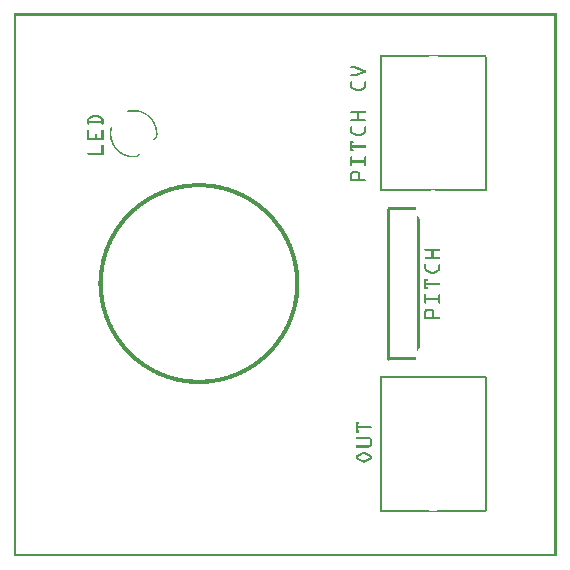
<source format=gto>
G04 MADE WITH FRITZING*
G04 WWW.FRITZING.ORG*
G04 DOUBLE SIDED*
G04 HOLES PLATED*
G04 CONTOUR ON CENTER OF CONTOUR VECTOR*
%ASAXBY*%
%FSLAX23Y23*%
%MOIN*%
%OFA0B0*%
%SFA1.0B1.0*%
%ADD10C,0.005000*%
%ADD11C,0.010000*%
%ADD12R,0.001000X0.001000*%
%LNSILK1*%
G90*
G70*
G54D10*
X1573Y1665D02*
X1573Y1222D01*
D02*
X1225Y1666D02*
X1225Y1222D01*
G54D11*
D02*
X1249Y1160D02*
X1249Y660D01*
G54D10*
D02*
X1225Y155D02*
X1225Y598D01*
D02*
X1574Y155D02*
X1574Y598D01*
G54D12*
X0Y1811D02*
X1810Y1811D01*
X0Y1810D02*
X1810Y1810D01*
X0Y1809D02*
X1810Y1809D01*
X0Y1808D02*
X1810Y1808D01*
X0Y1807D02*
X1810Y1807D01*
X0Y1806D02*
X1810Y1806D01*
X0Y1805D02*
X1810Y1805D01*
X0Y1804D02*
X1810Y1804D01*
X0Y1803D02*
X7Y1803D01*
X1803Y1803D02*
X1810Y1803D01*
X0Y1802D02*
X7Y1802D01*
X1803Y1802D02*
X1810Y1802D01*
X0Y1801D02*
X7Y1801D01*
X1803Y1801D02*
X1810Y1801D01*
X0Y1800D02*
X7Y1800D01*
X1803Y1800D02*
X1810Y1800D01*
X0Y1799D02*
X7Y1799D01*
X1803Y1799D02*
X1810Y1799D01*
X0Y1798D02*
X7Y1798D01*
X1803Y1798D02*
X1810Y1798D01*
X0Y1797D02*
X7Y1797D01*
X1803Y1797D02*
X1810Y1797D01*
X0Y1796D02*
X7Y1796D01*
X1803Y1796D02*
X1810Y1796D01*
X0Y1795D02*
X7Y1795D01*
X1803Y1795D02*
X1810Y1795D01*
X0Y1794D02*
X7Y1794D01*
X1803Y1794D02*
X1810Y1794D01*
X0Y1793D02*
X7Y1793D01*
X1803Y1793D02*
X1810Y1793D01*
X0Y1792D02*
X7Y1792D01*
X1803Y1792D02*
X1810Y1792D01*
X0Y1791D02*
X7Y1791D01*
X1803Y1791D02*
X1810Y1791D01*
X0Y1790D02*
X7Y1790D01*
X1803Y1790D02*
X1810Y1790D01*
X0Y1789D02*
X7Y1789D01*
X1803Y1789D02*
X1810Y1789D01*
X0Y1788D02*
X7Y1788D01*
X1803Y1788D02*
X1810Y1788D01*
X0Y1787D02*
X7Y1787D01*
X1803Y1787D02*
X1810Y1787D01*
X0Y1786D02*
X7Y1786D01*
X1803Y1786D02*
X1810Y1786D01*
X0Y1785D02*
X7Y1785D01*
X1803Y1785D02*
X1810Y1785D01*
X0Y1784D02*
X7Y1784D01*
X1803Y1784D02*
X1810Y1784D01*
X0Y1783D02*
X7Y1783D01*
X1803Y1783D02*
X1810Y1783D01*
X0Y1782D02*
X7Y1782D01*
X1803Y1782D02*
X1810Y1782D01*
X0Y1781D02*
X7Y1781D01*
X1803Y1781D02*
X1810Y1781D01*
X0Y1780D02*
X7Y1780D01*
X1803Y1780D02*
X1810Y1780D01*
X0Y1779D02*
X7Y1779D01*
X1803Y1779D02*
X1810Y1779D01*
X0Y1778D02*
X7Y1778D01*
X1803Y1778D02*
X1810Y1778D01*
X0Y1777D02*
X7Y1777D01*
X1803Y1777D02*
X1810Y1777D01*
X0Y1776D02*
X7Y1776D01*
X1803Y1776D02*
X1810Y1776D01*
X0Y1775D02*
X7Y1775D01*
X1803Y1775D02*
X1810Y1775D01*
X0Y1774D02*
X7Y1774D01*
X1803Y1774D02*
X1810Y1774D01*
X0Y1773D02*
X7Y1773D01*
X1803Y1773D02*
X1810Y1773D01*
X0Y1772D02*
X7Y1772D01*
X1803Y1772D02*
X1810Y1772D01*
X0Y1771D02*
X7Y1771D01*
X1803Y1771D02*
X1810Y1771D01*
X0Y1770D02*
X7Y1770D01*
X1803Y1770D02*
X1810Y1770D01*
X0Y1769D02*
X7Y1769D01*
X1803Y1769D02*
X1810Y1769D01*
X0Y1768D02*
X7Y1768D01*
X1803Y1768D02*
X1810Y1768D01*
X0Y1767D02*
X7Y1767D01*
X1803Y1767D02*
X1810Y1767D01*
X0Y1766D02*
X7Y1766D01*
X1803Y1766D02*
X1810Y1766D01*
X0Y1765D02*
X7Y1765D01*
X1803Y1765D02*
X1810Y1765D01*
X0Y1764D02*
X7Y1764D01*
X1803Y1764D02*
X1810Y1764D01*
X0Y1763D02*
X7Y1763D01*
X1803Y1763D02*
X1810Y1763D01*
X0Y1762D02*
X7Y1762D01*
X1803Y1762D02*
X1810Y1762D01*
X0Y1761D02*
X7Y1761D01*
X1803Y1761D02*
X1810Y1761D01*
X0Y1760D02*
X7Y1760D01*
X1803Y1760D02*
X1810Y1760D01*
X0Y1759D02*
X7Y1759D01*
X1803Y1759D02*
X1810Y1759D01*
X0Y1758D02*
X7Y1758D01*
X1803Y1758D02*
X1810Y1758D01*
X0Y1757D02*
X7Y1757D01*
X1803Y1757D02*
X1810Y1757D01*
X0Y1756D02*
X7Y1756D01*
X1803Y1756D02*
X1810Y1756D01*
X0Y1755D02*
X7Y1755D01*
X1803Y1755D02*
X1810Y1755D01*
X0Y1754D02*
X7Y1754D01*
X1803Y1754D02*
X1810Y1754D01*
X0Y1753D02*
X7Y1753D01*
X1803Y1753D02*
X1810Y1753D01*
X0Y1752D02*
X7Y1752D01*
X1803Y1752D02*
X1810Y1752D01*
X0Y1751D02*
X7Y1751D01*
X1803Y1751D02*
X1810Y1751D01*
X0Y1750D02*
X7Y1750D01*
X1803Y1750D02*
X1810Y1750D01*
X0Y1749D02*
X7Y1749D01*
X1803Y1749D02*
X1810Y1749D01*
X0Y1748D02*
X7Y1748D01*
X1803Y1748D02*
X1810Y1748D01*
X0Y1747D02*
X7Y1747D01*
X1803Y1747D02*
X1810Y1747D01*
X0Y1746D02*
X7Y1746D01*
X1803Y1746D02*
X1810Y1746D01*
X0Y1745D02*
X7Y1745D01*
X1803Y1745D02*
X1810Y1745D01*
X0Y1744D02*
X7Y1744D01*
X1803Y1744D02*
X1810Y1744D01*
X0Y1743D02*
X7Y1743D01*
X1803Y1743D02*
X1810Y1743D01*
X0Y1742D02*
X7Y1742D01*
X1803Y1742D02*
X1810Y1742D01*
X0Y1741D02*
X7Y1741D01*
X1803Y1741D02*
X1810Y1741D01*
X0Y1740D02*
X7Y1740D01*
X1803Y1740D02*
X1810Y1740D01*
X0Y1739D02*
X7Y1739D01*
X1803Y1739D02*
X1810Y1739D01*
X0Y1738D02*
X7Y1738D01*
X1803Y1738D02*
X1810Y1738D01*
X0Y1737D02*
X7Y1737D01*
X1803Y1737D02*
X1810Y1737D01*
X0Y1736D02*
X7Y1736D01*
X1803Y1736D02*
X1810Y1736D01*
X0Y1735D02*
X7Y1735D01*
X1803Y1735D02*
X1810Y1735D01*
X0Y1734D02*
X7Y1734D01*
X1803Y1734D02*
X1810Y1734D01*
X0Y1733D02*
X7Y1733D01*
X1803Y1733D02*
X1810Y1733D01*
X0Y1732D02*
X7Y1732D01*
X1803Y1732D02*
X1810Y1732D01*
X0Y1731D02*
X7Y1731D01*
X1803Y1731D02*
X1810Y1731D01*
X0Y1730D02*
X7Y1730D01*
X1803Y1730D02*
X1810Y1730D01*
X0Y1729D02*
X7Y1729D01*
X1803Y1729D02*
X1810Y1729D01*
X0Y1728D02*
X7Y1728D01*
X1803Y1728D02*
X1810Y1728D01*
X0Y1727D02*
X7Y1727D01*
X1803Y1727D02*
X1810Y1727D01*
X0Y1726D02*
X7Y1726D01*
X1803Y1726D02*
X1810Y1726D01*
X0Y1725D02*
X7Y1725D01*
X1803Y1725D02*
X1810Y1725D01*
X0Y1724D02*
X7Y1724D01*
X1803Y1724D02*
X1810Y1724D01*
X0Y1723D02*
X7Y1723D01*
X1803Y1723D02*
X1810Y1723D01*
X0Y1722D02*
X7Y1722D01*
X1803Y1722D02*
X1810Y1722D01*
X0Y1721D02*
X7Y1721D01*
X1803Y1721D02*
X1810Y1721D01*
X0Y1720D02*
X7Y1720D01*
X1803Y1720D02*
X1810Y1720D01*
X0Y1719D02*
X7Y1719D01*
X1803Y1719D02*
X1810Y1719D01*
X0Y1718D02*
X7Y1718D01*
X1803Y1718D02*
X1810Y1718D01*
X0Y1717D02*
X7Y1717D01*
X1803Y1717D02*
X1810Y1717D01*
X0Y1716D02*
X7Y1716D01*
X1803Y1716D02*
X1810Y1716D01*
X0Y1715D02*
X7Y1715D01*
X1803Y1715D02*
X1810Y1715D01*
X0Y1714D02*
X7Y1714D01*
X1803Y1714D02*
X1810Y1714D01*
X0Y1713D02*
X7Y1713D01*
X1803Y1713D02*
X1810Y1713D01*
X0Y1712D02*
X7Y1712D01*
X1803Y1712D02*
X1810Y1712D01*
X0Y1711D02*
X7Y1711D01*
X1803Y1711D02*
X1810Y1711D01*
X0Y1710D02*
X7Y1710D01*
X1803Y1710D02*
X1810Y1710D01*
X0Y1709D02*
X7Y1709D01*
X1803Y1709D02*
X1810Y1709D01*
X0Y1708D02*
X7Y1708D01*
X1803Y1708D02*
X1810Y1708D01*
X0Y1707D02*
X7Y1707D01*
X1803Y1707D02*
X1810Y1707D01*
X0Y1706D02*
X7Y1706D01*
X1803Y1706D02*
X1810Y1706D01*
X0Y1705D02*
X7Y1705D01*
X1803Y1705D02*
X1810Y1705D01*
X0Y1704D02*
X7Y1704D01*
X1803Y1704D02*
X1810Y1704D01*
X0Y1703D02*
X7Y1703D01*
X1803Y1703D02*
X1810Y1703D01*
X0Y1702D02*
X7Y1702D01*
X1803Y1702D02*
X1810Y1702D01*
X0Y1701D02*
X7Y1701D01*
X1803Y1701D02*
X1810Y1701D01*
X0Y1700D02*
X7Y1700D01*
X1803Y1700D02*
X1810Y1700D01*
X0Y1699D02*
X7Y1699D01*
X1803Y1699D02*
X1810Y1699D01*
X0Y1698D02*
X7Y1698D01*
X1803Y1698D02*
X1810Y1698D01*
X0Y1697D02*
X7Y1697D01*
X1803Y1697D02*
X1810Y1697D01*
X0Y1696D02*
X7Y1696D01*
X1803Y1696D02*
X1810Y1696D01*
X0Y1695D02*
X7Y1695D01*
X1803Y1695D02*
X1810Y1695D01*
X0Y1694D02*
X7Y1694D01*
X1803Y1694D02*
X1810Y1694D01*
X0Y1693D02*
X7Y1693D01*
X1803Y1693D02*
X1810Y1693D01*
X0Y1692D02*
X7Y1692D01*
X1803Y1692D02*
X1810Y1692D01*
X0Y1691D02*
X7Y1691D01*
X1803Y1691D02*
X1810Y1691D01*
X0Y1690D02*
X7Y1690D01*
X1803Y1690D02*
X1810Y1690D01*
X0Y1689D02*
X7Y1689D01*
X1803Y1689D02*
X1810Y1689D01*
X0Y1688D02*
X7Y1688D01*
X1803Y1688D02*
X1810Y1688D01*
X0Y1687D02*
X7Y1687D01*
X1803Y1687D02*
X1810Y1687D01*
X0Y1686D02*
X7Y1686D01*
X1803Y1686D02*
X1810Y1686D01*
X0Y1685D02*
X7Y1685D01*
X1803Y1685D02*
X1810Y1685D01*
X0Y1684D02*
X7Y1684D01*
X1803Y1684D02*
X1810Y1684D01*
X0Y1683D02*
X7Y1683D01*
X1803Y1683D02*
X1810Y1683D01*
X0Y1682D02*
X7Y1682D01*
X1803Y1682D02*
X1810Y1682D01*
X0Y1681D02*
X7Y1681D01*
X1803Y1681D02*
X1810Y1681D01*
X0Y1680D02*
X7Y1680D01*
X1803Y1680D02*
X1810Y1680D01*
X0Y1679D02*
X7Y1679D01*
X1803Y1679D02*
X1810Y1679D01*
X0Y1678D02*
X7Y1678D01*
X1803Y1678D02*
X1810Y1678D01*
X0Y1677D02*
X7Y1677D01*
X1803Y1677D02*
X1810Y1677D01*
X0Y1676D02*
X7Y1676D01*
X1803Y1676D02*
X1810Y1676D01*
X0Y1675D02*
X7Y1675D01*
X1803Y1675D02*
X1810Y1675D01*
X0Y1674D02*
X7Y1674D01*
X1803Y1674D02*
X1810Y1674D01*
X0Y1673D02*
X7Y1673D01*
X1803Y1673D02*
X1810Y1673D01*
X0Y1672D02*
X7Y1672D01*
X1803Y1672D02*
X1810Y1672D01*
X0Y1671D02*
X7Y1671D01*
X1223Y1671D02*
X1574Y1671D01*
X1803Y1671D02*
X1810Y1671D01*
X0Y1670D02*
X7Y1670D01*
X1222Y1670D02*
X1575Y1670D01*
X1803Y1670D02*
X1810Y1670D01*
X0Y1669D02*
X7Y1669D01*
X1222Y1669D02*
X1395Y1669D01*
X1402Y1669D02*
X1575Y1669D01*
X1803Y1669D02*
X1810Y1669D01*
X0Y1668D02*
X7Y1668D01*
X1222Y1668D02*
X1387Y1668D01*
X1410Y1668D02*
X1575Y1668D01*
X1803Y1668D02*
X1810Y1668D01*
X0Y1667D02*
X7Y1667D01*
X1223Y1667D02*
X1383Y1667D01*
X1415Y1667D02*
X1574Y1667D01*
X1803Y1667D02*
X1810Y1667D01*
X0Y1666D02*
X7Y1666D01*
X1803Y1666D02*
X1810Y1666D01*
X0Y1665D02*
X7Y1665D01*
X1803Y1665D02*
X1810Y1665D01*
X0Y1664D02*
X7Y1664D01*
X1803Y1664D02*
X1810Y1664D01*
X0Y1663D02*
X7Y1663D01*
X1803Y1663D02*
X1810Y1663D01*
X0Y1662D02*
X7Y1662D01*
X1803Y1662D02*
X1810Y1662D01*
X0Y1661D02*
X7Y1661D01*
X1803Y1661D02*
X1810Y1661D01*
X0Y1660D02*
X7Y1660D01*
X1803Y1660D02*
X1810Y1660D01*
X0Y1659D02*
X7Y1659D01*
X1803Y1659D02*
X1810Y1659D01*
X0Y1658D02*
X7Y1658D01*
X1803Y1658D02*
X1810Y1658D01*
X0Y1657D02*
X7Y1657D01*
X1803Y1657D02*
X1810Y1657D01*
X0Y1656D02*
X7Y1656D01*
X1803Y1656D02*
X1810Y1656D01*
X0Y1655D02*
X7Y1655D01*
X1803Y1655D02*
X1810Y1655D01*
X0Y1654D02*
X7Y1654D01*
X1803Y1654D02*
X1810Y1654D01*
X0Y1653D02*
X7Y1653D01*
X1803Y1653D02*
X1810Y1653D01*
X0Y1652D02*
X7Y1652D01*
X1803Y1652D02*
X1810Y1652D01*
X0Y1651D02*
X7Y1651D01*
X1803Y1651D02*
X1810Y1651D01*
X0Y1650D02*
X7Y1650D01*
X1803Y1650D02*
X1810Y1650D01*
X0Y1649D02*
X7Y1649D01*
X1803Y1649D02*
X1810Y1649D01*
X0Y1648D02*
X7Y1648D01*
X1803Y1648D02*
X1810Y1648D01*
X0Y1647D02*
X7Y1647D01*
X1803Y1647D02*
X1810Y1647D01*
X0Y1646D02*
X7Y1646D01*
X1803Y1646D02*
X1810Y1646D01*
X0Y1645D02*
X7Y1645D01*
X1803Y1645D02*
X1810Y1645D01*
X0Y1644D02*
X7Y1644D01*
X1803Y1644D02*
X1810Y1644D01*
X0Y1643D02*
X7Y1643D01*
X1803Y1643D02*
X1810Y1643D01*
X0Y1642D02*
X7Y1642D01*
X1803Y1642D02*
X1810Y1642D01*
X0Y1641D02*
X7Y1641D01*
X1803Y1641D02*
X1810Y1641D01*
X0Y1640D02*
X7Y1640D01*
X1803Y1640D02*
X1810Y1640D01*
X0Y1639D02*
X7Y1639D01*
X1803Y1639D02*
X1810Y1639D01*
X0Y1638D02*
X7Y1638D01*
X1803Y1638D02*
X1810Y1638D01*
X0Y1637D02*
X7Y1637D01*
X1803Y1637D02*
X1810Y1637D01*
X0Y1636D02*
X7Y1636D01*
X1803Y1636D02*
X1810Y1636D01*
X0Y1635D02*
X7Y1635D01*
X1803Y1635D02*
X1810Y1635D01*
X0Y1634D02*
X7Y1634D01*
X1124Y1634D02*
X1139Y1634D01*
X1803Y1634D02*
X1810Y1634D01*
X0Y1633D02*
X7Y1633D01*
X1123Y1633D02*
X1141Y1633D01*
X1803Y1633D02*
X1810Y1633D01*
X0Y1632D02*
X7Y1632D01*
X1122Y1632D02*
X1144Y1632D01*
X1803Y1632D02*
X1810Y1632D01*
X0Y1631D02*
X7Y1631D01*
X1122Y1631D02*
X1146Y1631D01*
X1803Y1631D02*
X1810Y1631D01*
X0Y1630D02*
X7Y1630D01*
X1122Y1630D02*
X1149Y1630D01*
X1803Y1630D02*
X1810Y1630D01*
X0Y1629D02*
X7Y1629D01*
X1123Y1629D02*
X1152Y1629D01*
X1803Y1629D02*
X1810Y1629D01*
X0Y1628D02*
X7Y1628D01*
X1124Y1628D02*
X1154Y1628D01*
X1803Y1628D02*
X1810Y1628D01*
X0Y1627D02*
X7Y1627D01*
X1138Y1627D02*
X1157Y1627D01*
X1803Y1627D02*
X1810Y1627D01*
X0Y1626D02*
X7Y1626D01*
X1141Y1626D02*
X1159Y1626D01*
X1803Y1626D02*
X1810Y1626D01*
X0Y1625D02*
X7Y1625D01*
X1143Y1625D02*
X1162Y1625D01*
X1803Y1625D02*
X1810Y1625D01*
X0Y1624D02*
X7Y1624D01*
X1146Y1624D02*
X1164Y1624D01*
X1803Y1624D02*
X1810Y1624D01*
X0Y1623D02*
X7Y1623D01*
X1149Y1623D02*
X1167Y1623D01*
X1803Y1623D02*
X1810Y1623D01*
X0Y1622D02*
X7Y1622D01*
X1151Y1622D02*
X1169Y1622D01*
X1803Y1622D02*
X1810Y1622D01*
X0Y1621D02*
X7Y1621D01*
X1154Y1621D02*
X1172Y1621D01*
X1803Y1621D02*
X1810Y1621D01*
X0Y1620D02*
X7Y1620D01*
X1156Y1620D02*
X1174Y1620D01*
X1803Y1620D02*
X1810Y1620D01*
X0Y1619D02*
X7Y1619D01*
X1159Y1619D02*
X1175Y1619D01*
X1803Y1619D02*
X1810Y1619D01*
X0Y1618D02*
X7Y1618D01*
X1161Y1618D02*
X1175Y1618D01*
X1803Y1618D02*
X1810Y1618D01*
X0Y1617D02*
X7Y1617D01*
X1162Y1617D02*
X1175Y1617D01*
X1803Y1617D02*
X1810Y1617D01*
X0Y1616D02*
X7Y1616D01*
X1160Y1616D02*
X1175Y1616D01*
X1803Y1616D02*
X1810Y1616D01*
X0Y1615D02*
X7Y1615D01*
X1157Y1615D02*
X1175Y1615D01*
X1803Y1615D02*
X1810Y1615D01*
X0Y1614D02*
X7Y1614D01*
X1155Y1614D02*
X1173Y1614D01*
X1803Y1614D02*
X1810Y1614D01*
X0Y1613D02*
X7Y1613D01*
X1152Y1613D02*
X1171Y1613D01*
X1803Y1613D02*
X1810Y1613D01*
X0Y1612D02*
X7Y1612D01*
X1150Y1612D02*
X1168Y1612D01*
X1803Y1612D02*
X1810Y1612D01*
X0Y1611D02*
X7Y1611D01*
X1147Y1611D02*
X1165Y1611D01*
X1803Y1611D02*
X1810Y1611D01*
X0Y1610D02*
X7Y1610D01*
X1144Y1610D02*
X1163Y1610D01*
X1803Y1610D02*
X1810Y1610D01*
X0Y1609D02*
X7Y1609D01*
X1142Y1609D02*
X1160Y1609D01*
X1803Y1609D02*
X1810Y1609D01*
X0Y1608D02*
X7Y1608D01*
X1139Y1608D02*
X1158Y1608D01*
X1803Y1608D02*
X1810Y1608D01*
X0Y1607D02*
X7Y1607D01*
X1126Y1607D02*
X1155Y1607D01*
X1803Y1607D02*
X1810Y1607D01*
X0Y1606D02*
X7Y1606D01*
X1123Y1606D02*
X1153Y1606D01*
X1803Y1606D02*
X1810Y1606D01*
X0Y1605D02*
X7Y1605D01*
X1123Y1605D02*
X1150Y1605D01*
X1803Y1605D02*
X1810Y1605D01*
X0Y1604D02*
X7Y1604D01*
X1122Y1604D02*
X1147Y1604D01*
X1803Y1604D02*
X1810Y1604D01*
X0Y1603D02*
X7Y1603D01*
X1122Y1603D02*
X1145Y1603D01*
X1803Y1603D02*
X1810Y1603D01*
X0Y1602D02*
X7Y1602D01*
X1123Y1602D02*
X1142Y1602D01*
X1803Y1602D02*
X1810Y1602D01*
X0Y1601D02*
X7Y1601D01*
X1123Y1601D02*
X1140Y1601D01*
X1803Y1601D02*
X1810Y1601D01*
X0Y1600D02*
X7Y1600D01*
X1803Y1600D02*
X1810Y1600D01*
X0Y1599D02*
X7Y1599D01*
X1803Y1599D02*
X1810Y1599D01*
X0Y1598D02*
X7Y1598D01*
X1803Y1598D02*
X1810Y1598D01*
X0Y1597D02*
X7Y1597D01*
X1803Y1597D02*
X1810Y1597D01*
X0Y1596D02*
X7Y1596D01*
X1803Y1596D02*
X1810Y1596D01*
X0Y1595D02*
X7Y1595D01*
X1803Y1595D02*
X1810Y1595D01*
X0Y1594D02*
X7Y1594D01*
X1803Y1594D02*
X1810Y1594D01*
X0Y1593D02*
X7Y1593D01*
X1803Y1593D02*
X1810Y1593D01*
X0Y1592D02*
X7Y1592D01*
X1803Y1592D02*
X1810Y1592D01*
X0Y1591D02*
X7Y1591D01*
X1803Y1591D02*
X1810Y1591D01*
X0Y1590D02*
X7Y1590D01*
X1803Y1590D02*
X1810Y1590D01*
X0Y1589D02*
X7Y1589D01*
X1803Y1589D02*
X1810Y1589D01*
X0Y1588D02*
X7Y1588D01*
X1803Y1588D02*
X1810Y1588D01*
X0Y1587D02*
X7Y1587D01*
X1803Y1587D02*
X1810Y1587D01*
X0Y1586D02*
X7Y1586D01*
X1803Y1586D02*
X1810Y1586D01*
X0Y1585D02*
X7Y1585D01*
X1803Y1585D02*
X1810Y1585D01*
X0Y1584D02*
X7Y1584D01*
X1124Y1584D02*
X1127Y1584D01*
X1171Y1584D02*
X1174Y1584D01*
X1803Y1584D02*
X1810Y1584D01*
X0Y1583D02*
X7Y1583D01*
X1123Y1583D02*
X1128Y1583D01*
X1170Y1583D02*
X1175Y1583D01*
X1803Y1583D02*
X1810Y1583D01*
X0Y1582D02*
X7Y1582D01*
X1122Y1582D02*
X1128Y1582D01*
X1170Y1582D02*
X1175Y1582D01*
X1803Y1582D02*
X1810Y1582D01*
X0Y1581D02*
X7Y1581D01*
X1122Y1581D02*
X1128Y1581D01*
X1169Y1581D02*
X1175Y1581D01*
X1803Y1581D02*
X1810Y1581D01*
X0Y1580D02*
X7Y1580D01*
X1122Y1580D02*
X1128Y1580D01*
X1169Y1580D02*
X1175Y1580D01*
X1803Y1580D02*
X1810Y1580D01*
X0Y1579D02*
X7Y1579D01*
X1122Y1579D02*
X1128Y1579D01*
X1169Y1579D02*
X1175Y1579D01*
X1803Y1579D02*
X1810Y1579D01*
X0Y1578D02*
X7Y1578D01*
X1122Y1578D02*
X1128Y1578D01*
X1169Y1578D02*
X1175Y1578D01*
X1803Y1578D02*
X1810Y1578D01*
X0Y1577D02*
X7Y1577D01*
X1122Y1577D02*
X1128Y1577D01*
X1169Y1577D02*
X1175Y1577D01*
X1803Y1577D02*
X1810Y1577D01*
X0Y1576D02*
X7Y1576D01*
X1122Y1576D02*
X1128Y1576D01*
X1169Y1576D02*
X1175Y1576D01*
X1803Y1576D02*
X1810Y1576D01*
X0Y1575D02*
X7Y1575D01*
X1122Y1575D02*
X1128Y1575D01*
X1169Y1575D02*
X1175Y1575D01*
X1803Y1575D02*
X1810Y1575D01*
X0Y1574D02*
X7Y1574D01*
X1122Y1574D02*
X1128Y1574D01*
X1169Y1574D02*
X1175Y1574D01*
X1803Y1574D02*
X1810Y1574D01*
X0Y1573D02*
X7Y1573D01*
X1122Y1573D02*
X1128Y1573D01*
X1169Y1573D02*
X1175Y1573D01*
X1803Y1573D02*
X1810Y1573D01*
X0Y1572D02*
X7Y1572D01*
X1122Y1572D02*
X1128Y1572D01*
X1169Y1572D02*
X1175Y1572D01*
X1803Y1572D02*
X1810Y1572D01*
X0Y1571D02*
X7Y1571D01*
X1122Y1571D02*
X1128Y1571D01*
X1169Y1571D02*
X1175Y1571D01*
X1803Y1571D02*
X1810Y1571D01*
X0Y1570D02*
X7Y1570D01*
X1122Y1570D02*
X1128Y1570D01*
X1169Y1570D02*
X1175Y1570D01*
X1803Y1570D02*
X1810Y1570D01*
X0Y1569D02*
X7Y1569D01*
X1122Y1569D02*
X1128Y1569D01*
X1169Y1569D02*
X1175Y1569D01*
X1803Y1569D02*
X1810Y1569D01*
X0Y1568D02*
X7Y1568D01*
X1122Y1568D02*
X1128Y1568D01*
X1169Y1568D02*
X1175Y1568D01*
X1803Y1568D02*
X1810Y1568D01*
X0Y1567D02*
X7Y1567D01*
X1122Y1567D02*
X1128Y1567D01*
X1169Y1567D02*
X1175Y1567D01*
X1803Y1567D02*
X1810Y1567D01*
X0Y1566D02*
X7Y1566D01*
X1122Y1566D02*
X1129Y1566D01*
X1169Y1566D02*
X1175Y1566D01*
X1803Y1566D02*
X1810Y1566D01*
X0Y1565D02*
X7Y1565D01*
X1123Y1565D02*
X1130Y1565D01*
X1167Y1565D02*
X1175Y1565D01*
X1803Y1565D02*
X1810Y1565D01*
X0Y1564D02*
X7Y1564D01*
X1123Y1564D02*
X1132Y1564D01*
X1165Y1564D02*
X1174Y1564D01*
X1803Y1564D02*
X1810Y1564D01*
X0Y1563D02*
X7Y1563D01*
X1124Y1563D02*
X1134Y1563D01*
X1163Y1563D02*
X1174Y1563D01*
X1803Y1563D02*
X1810Y1563D01*
X0Y1562D02*
X7Y1562D01*
X1124Y1562D02*
X1136Y1562D01*
X1161Y1562D02*
X1173Y1562D01*
X1803Y1562D02*
X1810Y1562D01*
X0Y1561D02*
X7Y1561D01*
X1125Y1561D02*
X1138Y1561D01*
X1159Y1561D02*
X1172Y1561D01*
X1803Y1561D02*
X1810Y1561D01*
X0Y1560D02*
X7Y1560D01*
X1126Y1560D02*
X1140Y1560D01*
X1157Y1560D02*
X1171Y1560D01*
X1803Y1560D02*
X1810Y1560D01*
X0Y1559D02*
X7Y1559D01*
X1127Y1559D02*
X1142Y1559D01*
X1155Y1559D02*
X1170Y1559D01*
X1803Y1559D02*
X1810Y1559D01*
X0Y1558D02*
X7Y1558D01*
X1129Y1558D02*
X1144Y1558D01*
X1153Y1558D02*
X1168Y1558D01*
X1803Y1558D02*
X1810Y1558D01*
X0Y1557D02*
X7Y1557D01*
X1131Y1557D02*
X1166Y1557D01*
X1803Y1557D02*
X1810Y1557D01*
X0Y1556D02*
X7Y1556D01*
X1133Y1556D02*
X1164Y1556D01*
X1803Y1556D02*
X1810Y1556D01*
X0Y1555D02*
X7Y1555D01*
X1135Y1555D02*
X1162Y1555D01*
X1803Y1555D02*
X1810Y1555D01*
X0Y1554D02*
X7Y1554D01*
X1137Y1554D02*
X1160Y1554D01*
X1803Y1554D02*
X1810Y1554D01*
X0Y1553D02*
X7Y1553D01*
X1139Y1553D02*
X1158Y1553D01*
X1803Y1553D02*
X1810Y1553D01*
X0Y1552D02*
X7Y1552D01*
X1141Y1552D02*
X1156Y1552D01*
X1803Y1552D02*
X1810Y1552D01*
X0Y1551D02*
X7Y1551D01*
X1144Y1551D02*
X1153Y1551D01*
X1803Y1551D02*
X1810Y1551D01*
X0Y1550D02*
X7Y1550D01*
X1803Y1550D02*
X1810Y1550D01*
X0Y1549D02*
X7Y1549D01*
X1803Y1549D02*
X1810Y1549D01*
X0Y1548D02*
X7Y1548D01*
X1803Y1548D02*
X1810Y1548D01*
X0Y1547D02*
X7Y1547D01*
X1803Y1547D02*
X1810Y1547D01*
X0Y1546D02*
X7Y1546D01*
X1803Y1546D02*
X1810Y1546D01*
X0Y1545D02*
X7Y1545D01*
X1803Y1545D02*
X1810Y1545D01*
X0Y1544D02*
X7Y1544D01*
X1803Y1544D02*
X1810Y1544D01*
X0Y1543D02*
X7Y1543D01*
X1803Y1543D02*
X1810Y1543D01*
X0Y1542D02*
X7Y1542D01*
X1803Y1542D02*
X1810Y1542D01*
X0Y1541D02*
X7Y1541D01*
X1803Y1541D02*
X1810Y1541D01*
X0Y1540D02*
X7Y1540D01*
X1803Y1540D02*
X1810Y1540D01*
X0Y1539D02*
X7Y1539D01*
X1803Y1539D02*
X1810Y1539D01*
X0Y1538D02*
X7Y1538D01*
X1803Y1538D02*
X1810Y1538D01*
X0Y1537D02*
X7Y1537D01*
X1803Y1537D02*
X1810Y1537D01*
X0Y1536D02*
X7Y1536D01*
X1803Y1536D02*
X1810Y1536D01*
X0Y1535D02*
X7Y1535D01*
X1803Y1535D02*
X1810Y1535D01*
X0Y1534D02*
X7Y1534D01*
X1803Y1534D02*
X1810Y1534D01*
X0Y1533D02*
X7Y1533D01*
X1803Y1533D02*
X1810Y1533D01*
X0Y1532D02*
X7Y1532D01*
X1803Y1532D02*
X1810Y1532D01*
X0Y1531D02*
X7Y1531D01*
X1803Y1531D02*
X1810Y1531D01*
X0Y1530D02*
X7Y1530D01*
X1803Y1530D02*
X1810Y1530D01*
X0Y1529D02*
X7Y1529D01*
X1803Y1529D02*
X1810Y1529D01*
X0Y1528D02*
X7Y1528D01*
X1803Y1528D02*
X1810Y1528D01*
X0Y1527D02*
X7Y1527D01*
X1803Y1527D02*
X1810Y1527D01*
X0Y1526D02*
X7Y1526D01*
X1803Y1526D02*
X1810Y1526D01*
X0Y1525D02*
X7Y1525D01*
X1803Y1525D02*
X1810Y1525D01*
X0Y1524D02*
X7Y1524D01*
X1803Y1524D02*
X1810Y1524D01*
X0Y1523D02*
X7Y1523D01*
X1803Y1523D02*
X1810Y1523D01*
X0Y1522D02*
X7Y1522D01*
X1803Y1522D02*
X1810Y1522D01*
X0Y1521D02*
X7Y1521D01*
X1803Y1521D02*
X1810Y1521D01*
X0Y1520D02*
X7Y1520D01*
X1803Y1520D02*
X1810Y1520D01*
X0Y1519D02*
X7Y1519D01*
X1803Y1519D02*
X1810Y1519D01*
X0Y1518D02*
X7Y1518D01*
X1803Y1518D02*
X1810Y1518D01*
X0Y1517D02*
X7Y1517D01*
X1803Y1517D02*
X1810Y1517D01*
X0Y1516D02*
X7Y1516D01*
X1803Y1516D02*
X1810Y1516D01*
X0Y1515D02*
X7Y1515D01*
X1803Y1515D02*
X1810Y1515D01*
X0Y1514D02*
X7Y1514D01*
X1803Y1514D02*
X1810Y1514D01*
X0Y1513D02*
X7Y1513D01*
X1803Y1513D02*
X1810Y1513D01*
X0Y1512D02*
X7Y1512D01*
X1803Y1512D02*
X1810Y1512D01*
X0Y1511D02*
X7Y1511D01*
X1803Y1511D02*
X1810Y1511D01*
X0Y1510D02*
X7Y1510D01*
X1803Y1510D02*
X1810Y1510D01*
X0Y1509D02*
X7Y1509D01*
X1803Y1509D02*
X1810Y1509D01*
X0Y1508D02*
X7Y1508D01*
X1803Y1508D02*
X1810Y1508D01*
X0Y1507D02*
X7Y1507D01*
X1803Y1507D02*
X1810Y1507D01*
X0Y1506D02*
X7Y1506D01*
X1803Y1506D02*
X1810Y1506D01*
X0Y1505D02*
X7Y1505D01*
X1803Y1505D02*
X1810Y1505D01*
X0Y1504D02*
X7Y1504D01*
X1803Y1504D02*
X1810Y1504D01*
X0Y1503D02*
X7Y1503D01*
X1803Y1503D02*
X1810Y1503D01*
X0Y1502D02*
X7Y1502D01*
X1803Y1502D02*
X1810Y1502D01*
X0Y1501D02*
X7Y1501D01*
X1803Y1501D02*
X1810Y1501D01*
X0Y1500D02*
X7Y1500D01*
X1803Y1500D02*
X1810Y1500D01*
X0Y1499D02*
X7Y1499D01*
X1803Y1499D02*
X1810Y1499D01*
X0Y1498D02*
X7Y1498D01*
X1803Y1498D02*
X1810Y1498D01*
X0Y1497D02*
X7Y1497D01*
X1803Y1497D02*
X1810Y1497D01*
X0Y1496D02*
X7Y1496D01*
X1803Y1496D02*
X1810Y1496D01*
X0Y1495D02*
X7Y1495D01*
X1803Y1495D02*
X1810Y1495D01*
X0Y1494D02*
X7Y1494D01*
X1803Y1494D02*
X1810Y1494D01*
X0Y1493D02*
X7Y1493D01*
X1803Y1493D02*
X1810Y1493D01*
X0Y1492D02*
X7Y1492D01*
X1803Y1492D02*
X1810Y1492D01*
X0Y1491D02*
X7Y1491D01*
X1803Y1491D02*
X1810Y1491D01*
X0Y1490D02*
X7Y1490D01*
X1803Y1490D02*
X1810Y1490D01*
X0Y1489D02*
X7Y1489D01*
X1803Y1489D02*
X1810Y1489D01*
X0Y1488D02*
X7Y1488D01*
X389Y1488D02*
X411Y1488D01*
X1803Y1488D02*
X1810Y1488D01*
X0Y1487D02*
X7Y1487D01*
X383Y1487D02*
X416Y1487D01*
X1803Y1487D02*
X1810Y1487D01*
X0Y1486D02*
X7Y1486D01*
X379Y1486D02*
X420Y1486D01*
X1803Y1486D02*
X1810Y1486D01*
X0Y1485D02*
X7Y1485D01*
X378Y1485D02*
X423Y1485D01*
X1803Y1485D02*
X1810Y1485D01*
X0Y1484D02*
X7Y1484D01*
X378Y1484D02*
X426Y1484D01*
X1124Y1484D02*
X1174Y1484D01*
X1803Y1484D02*
X1810Y1484D01*
X0Y1483D02*
X7Y1483D01*
X378Y1483D02*
X389Y1483D01*
X411Y1483D02*
X429Y1483D01*
X1123Y1483D02*
X1175Y1483D01*
X1803Y1483D02*
X1810Y1483D01*
X0Y1482D02*
X7Y1482D01*
X379Y1482D02*
X383Y1482D01*
X417Y1482D02*
X431Y1482D01*
X1122Y1482D02*
X1175Y1482D01*
X1803Y1482D02*
X1810Y1482D01*
X0Y1481D02*
X7Y1481D01*
X421Y1481D02*
X433Y1481D01*
X1122Y1481D02*
X1175Y1481D01*
X1803Y1481D02*
X1810Y1481D01*
X0Y1480D02*
X7Y1480D01*
X424Y1480D02*
X435Y1480D01*
X1122Y1480D02*
X1175Y1480D01*
X1803Y1480D02*
X1810Y1480D01*
X0Y1479D02*
X7Y1479D01*
X427Y1479D02*
X437Y1479D01*
X1123Y1479D02*
X1175Y1479D01*
X1803Y1479D02*
X1810Y1479D01*
X0Y1478D02*
X7Y1478D01*
X429Y1478D02*
X439Y1478D01*
X1124Y1478D02*
X1173Y1478D01*
X1803Y1478D02*
X1810Y1478D01*
X0Y1477D02*
X7Y1477D01*
X432Y1477D02*
X441Y1477D01*
X1146Y1477D02*
X1152Y1477D01*
X1803Y1477D02*
X1810Y1477D01*
X0Y1476D02*
X7Y1476D01*
X434Y1476D02*
X442Y1476D01*
X1146Y1476D02*
X1152Y1476D01*
X1803Y1476D02*
X1810Y1476D01*
X0Y1475D02*
X7Y1475D01*
X435Y1475D02*
X444Y1475D01*
X1146Y1475D02*
X1152Y1475D01*
X1803Y1475D02*
X1810Y1475D01*
X0Y1474D02*
X7Y1474D01*
X437Y1474D02*
X445Y1474D01*
X1146Y1474D02*
X1152Y1474D01*
X1803Y1474D02*
X1810Y1474D01*
X0Y1473D02*
X7Y1473D01*
X269Y1473D02*
X277Y1473D01*
X439Y1473D02*
X447Y1473D01*
X1146Y1473D02*
X1152Y1473D01*
X1803Y1473D02*
X1810Y1473D01*
X0Y1472D02*
X7Y1472D01*
X266Y1472D02*
X279Y1472D01*
X441Y1472D02*
X448Y1472D01*
X1146Y1472D02*
X1152Y1472D01*
X1803Y1472D02*
X1810Y1472D01*
X0Y1471D02*
X7Y1471D01*
X264Y1471D02*
X281Y1471D01*
X442Y1471D02*
X449Y1471D01*
X1146Y1471D02*
X1152Y1471D01*
X1803Y1471D02*
X1810Y1471D01*
X0Y1470D02*
X7Y1470D01*
X262Y1470D02*
X283Y1470D01*
X444Y1470D02*
X450Y1470D01*
X1146Y1470D02*
X1152Y1470D01*
X1803Y1470D02*
X1810Y1470D01*
X0Y1469D02*
X7Y1469D01*
X260Y1469D02*
X285Y1469D01*
X445Y1469D02*
X451Y1469D01*
X1146Y1469D02*
X1152Y1469D01*
X1803Y1469D02*
X1810Y1469D01*
X0Y1468D02*
X7Y1468D01*
X258Y1468D02*
X287Y1468D01*
X446Y1468D02*
X453Y1468D01*
X1146Y1468D02*
X1152Y1468D01*
X1803Y1468D02*
X1810Y1468D01*
X0Y1467D02*
X7Y1467D01*
X256Y1467D02*
X289Y1467D01*
X447Y1467D02*
X454Y1467D01*
X1146Y1467D02*
X1152Y1467D01*
X1803Y1467D02*
X1810Y1467D01*
X0Y1466D02*
X7Y1466D01*
X254Y1466D02*
X269Y1466D01*
X277Y1466D02*
X291Y1466D01*
X449Y1466D02*
X455Y1466D01*
X1146Y1466D02*
X1152Y1466D01*
X1803Y1466D02*
X1810Y1466D01*
X0Y1465D02*
X7Y1465D01*
X252Y1465D02*
X267Y1465D01*
X279Y1465D02*
X293Y1465D01*
X450Y1465D02*
X456Y1465D01*
X1146Y1465D02*
X1152Y1465D01*
X1803Y1465D02*
X1810Y1465D01*
X0Y1464D02*
X7Y1464D01*
X251Y1464D02*
X265Y1464D01*
X281Y1464D02*
X295Y1464D01*
X451Y1464D02*
X457Y1464D01*
X1146Y1464D02*
X1152Y1464D01*
X1803Y1464D02*
X1810Y1464D01*
X0Y1463D02*
X7Y1463D01*
X249Y1463D02*
X263Y1463D01*
X283Y1463D02*
X296Y1463D01*
X452Y1463D02*
X458Y1463D01*
X1146Y1463D02*
X1152Y1463D01*
X1803Y1463D02*
X1810Y1463D01*
X0Y1462D02*
X7Y1462D01*
X248Y1462D02*
X261Y1462D01*
X285Y1462D02*
X297Y1462D01*
X453Y1462D02*
X459Y1462D01*
X1146Y1462D02*
X1152Y1462D01*
X1803Y1462D02*
X1810Y1462D01*
X0Y1461D02*
X7Y1461D01*
X248Y1461D02*
X259Y1461D01*
X287Y1461D02*
X298Y1461D01*
X454Y1461D02*
X459Y1461D01*
X1146Y1461D02*
X1152Y1461D01*
X1803Y1461D02*
X1810Y1461D01*
X0Y1460D02*
X7Y1460D01*
X247Y1460D02*
X257Y1460D01*
X289Y1460D02*
X298Y1460D01*
X455Y1460D02*
X460Y1460D01*
X1146Y1460D02*
X1152Y1460D01*
X1803Y1460D02*
X1810Y1460D01*
X0Y1459D02*
X7Y1459D01*
X247Y1459D02*
X255Y1459D01*
X291Y1459D02*
X299Y1459D01*
X456Y1459D02*
X461Y1459D01*
X1146Y1459D02*
X1152Y1459D01*
X1803Y1459D02*
X1810Y1459D01*
X0Y1458D02*
X7Y1458D01*
X246Y1458D02*
X253Y1458D01*
X292Y1458D02*
X299Y1458D01*
X457Y1458D02*
X462Y1458D01*
X1146Y1458D02*
X1152Y1458D01*
X1803Y1458D02*
X1810Y1458D01*
X0Y1457D02*
X7Y1457D01*
X246Y1457D02*
X252Y1457D01*
X293Y1457D02*
X299Y1457D01*
X457Y1457D02*
X463Y1457D01*
X1126Y1457D02*
X1172Y1457D01*
X1803Y1457D02*
X1810Y1457D01*
X0Y1456D02*
X7Y1456D01*
X246Y1456D02*
X252Y1456D01*
X293Y1456D02*
X299Y1456D01*
X458Y1456D02*
X463Y1456D01*
X1123Y1456D02*
X1174Y1456D01*
X1803Y1456D02*
X1810Y1456D01*
X0Y1455D02*
X7Y1455D01*
X246Y1455D02*
X252Y1455D01*
X293Y1455D02*
X299Y1455D01*
X459Y1455D02*
X464Y1455D01*
X1123Y1455D02*
X1175Y1455D01*
X1803Y1455D02*
X1810Y1455D01*
X0Y1454D02*
X7Y1454D01*
X246Y1454D02*
X252Y1454D01*
X293Y1454D02*
X299Y1454D01*
X460Y1454D02*
X465Y1454D01*
X1122Y1454D02*
X1175Y1454D01*
X1803Y1454D02*
X1810Y1454D01*
X0Y1453D02*
X7Y1453D01*
X246Y1453D02*
X299Y1453D01*
X461Y1453D02*
X465Y1453D01*
X1122Y1453D02*
X1175Y1453D01*
X1803Y1453D02*
X1810Y1453D01*
X0Y1452D02*
X7Y1452D01*
X246Y1452D02*
X299Y1452D01*
X461Y1452D02*
X466Y1452D01*
X1123Y1452D02*
X1175Y1452D01*
X1803Y1452D02*
X1810Y1452D01*
X0Y1451D02*
X7Y1451D01*
X246Y1451D02*
X299Y1451D01*
X462Y1451D02*
X467Y1451D01*
X1123Y1451D02*
X1174Y1451D01*
X1803Y1451D02*
X1810Y1451D01*
X0Y1450D02*
X7Y1450D01*
X246Y1450D02*
X299Y1450D01*
X463Y1450D02*
X467Y1450D01*
X1803Y1450D02*
X1810Y1450D01*
X0Y1449D02*
X7Y1449D01*
X246Y1449D02*
X299Y1449D01*
X463Y1449D02*
X468Y1449D01*
X1803Y1449D02*
X1810Y1449D01*
X0Y1448D02*
X7Y1448D01*
X246Y1448D02*
X299Y1448D01*
X464Y1448D02*
X469Y1448D01*
X1803Y1448D02*
X1810Y1448D01*
X0Y1447D02*
X7Y1447D01*
X246Y1447D02*
X299Y1447D01*
X464Y1447D02*
X469Y1447D01*
X1803Y1447D02*
X1810Y1447D01*
X0Y1446D02*
X7Y1446D01*
X246Y1446D02*
X252Y1446D01*
X293Y1446D02*
X299Y1446D01*
X465Y1446D02*
X470Y1446D01*
X1803Y1446D02*
X1810Y1446D01*
X0Y1445D02*
X7Y1445D01*
X246Y1445D02*
X252Y1445D01*
X293Y1445D02*
X299Y1445D01*
X466Y1445D02*
X470Y1445D01*
X1803Y1445D02*
X1810Y1445D01*
X0Y1444D02*
X7Y1444D01*
X246Y1444D02*
X252Y1444D01*
X293Y1444D02*
X299Y1444D01*
X466Y1444D02*
X471Y1444D01*
X1803Y1444D02*
X1810Y1444D01*
X0Y1443D02*
X7Y1443D01*
X246Y1443D02*
X252Y1443D01*
X293Y1443D02*
X299Y1443D01*
X467Y1443D02*
X471Y1443D01*
X1803Y1443D02*
X1810Y1443D01*
X0Y1442D02*
X7Y1442D01*
X246Y1442D02*
X252Y1442D01*
X293Y1442D02*
X299Y1442D01*
X467Y1442D02*
X472Y1442D01*
X1803Y1442D02*
X1810Y1442D01*
X0Y1441D02*
X7Y1441D01*
X247Y1441D02*
X252Y1441D01*
X294Y1441D02*
X299Y1441D01*
X468Y1441D02*
X472Y1441D01*
X1803Y1441D02*
X1810Y1441D01*
X0Y1440D02*
X7Y1440D01*
X247Y1440D02*
X251Y1440D01*
X295Y1440D02*
X298Y1440D01*
X468Y1440D02*
X472Y1440D01*
X1803Y1440D02*
X1810Y1440D01*
X0Y1439D02*
X7Y1439D01*
X468Y1439D02*
X473Y1439D01*
X1803Y1439D02*
X1810Y1439D01*
X0Y1438D02*
X7Y1438D01*
X469Y1438D02*
X473Y1438D01*
X1803Y1438D02*
X1810Y1438D01*
X0Y1437D02*
X7Y1437D01*
X469Y1437D02*
X474Y1437D01*
X1803Y1437D02*
X1810Y1437D01*
X0Y1436D02*
X7Y1436D01*
X470Y1436D02*
X474Y1436D01*
X1803Y1436D02*
X1810Y1436D01*
X0Y1435D02*
X7Y1435D01*
X470Y1435D02*
X474Y1435D01*
X1803Y1435D02*
X1810Y1435D01*
X0Y1434D02*
X7Y1434D01*
X470Y1434D02*
X475Y1434D01*
X1124Y1434D02*
X1127Y1434D01*
X1171Y1434D02*
X1174Y1434D01*
X1803Y1434D02*
X1810Y1434D01*
X0Y1433D02*
X7Y1433D01*
X471Y1433D02*
X475Y1433D01*
X1123Y1433D02*
X1128Y1433D01*
X1170Y1433D02*
X1175Y1433D01*
X1803Y1433D02*
X1810Y1433D01*
X0Y1432D02*
X7Y1432D01*
X471Y1432D02*
X475Y1432D01*
X1122Y1432D02*
X1128Y1432D01*
X1170Y1432D02*
X1175Y1432D01*
X1803Y1432D02*
X1810Y1432D01*
X0Y1431D02*
X7Y1431D01*
X471Y1431D02*
X476Y1431D01*
X1122Y1431D02*
X1128Y1431D01*
X1169Y1431D02*
X1175Y1431D01*
X1803Y1431D02*
X1810Y1431D01*
X0Y1430D02*
X7Y1430D01*
X324Y1430D02*
X327Y1430D01*
X472Y1430D02*
X476Y1430D01*
X1122Y1430D02*
X1128Y1430D01*
X1169Y1430D02*
X1175Y1430D01*
X1803Y1430D02*
X1810Y1430D01*
X0Y1429D02*
X7Y1429D01*
X323Y1429D02*
X327Y1429D01*
X472Y1429D02*
X476Y1429D01*
X1122Y1429D02*
X1128Y1429D01*
X1169Y1429D02*
X1175Y1429D01*
X1803Y1429D02*
X1810Y1429D01*
X0Y1428D02*
X7Y1428D01*
X323Y1428D02*
X327Y1428D01*
X472Y1428D02*
X476Y1428D01*
X1122Y1428D02*
X1128Y1428D01*
X1169Y1428D02*
X1175Y1428D01*
X1803Y1428D02*
X1810Y1428D01*
X0Y1427D02*
X7Y1427D01*
X323Y1427D02*
X327Y1427D01*
X472Y1427D02*
X477Y1427D01*
X1122Y1427D02*
X1128Y1427D01*
X1169Y1427D02*
X1175Y1427D01*
X1803Y1427D02*
X1810Y1427D01*
X0Y1426D02*
X7Y1426D01*
X323Y1426D02*
X327Y1426D01*
X473Y1426D02*
X477Y1426D01*
X1122Y1426D02*
X1128Y1426D01*
X1169Y1426D02*
X1175Y1426D01*
X1803Y1426D02*
X1810Y1426D01*
X0Y1425D02*
X7Y1425D01*
X323Y1425D02*
X327Y1425D01*
X473Y1425D02*
X477Y1425D01*
X1122Y1425D02*
X1128Y1425D01*
X1169Y1425D02*
X1175Y1425D01*
X1803Y1425D02*
X1810Y1425D01*
X0Y1424D02*
X7Y1424D01*
X322Y1424D02*
X327Y1424D01*
X473Y1424D02*
X477Y1424D01*
X1122Y1424D02*
X1128Y1424D01*
X1169Y1424D02*
X1175Y1424D01*
X1803Y1424D02*
X1810Y1424D01*
X0Y1423D02*
X7Y1423D01*
X248Y1423D02*
X251Y1423D01*
X295Y1423D02*
X298Y1423D01*
X322Y1423D02*
X326Y1423D01*
X473Y1423D02*
X477Y1423D01*
X1122Y1423D02*
X1128Y1423D01*
X1169Y1423D02*
X1175Y1423D01*
X1803Y1423D02*
X1810Y1423D01*
X0Y1422D02*
X7Y1422D01*
X247Y1422D02*
X252Y1422D01*
X294Y1422D02*
X299Y1422D01*
X322Y1422D02*
X326Y1422D01*
X473Y1422D02*
X478Y1422D01*
X1122Y1422D02*
X1128Y1422D01*
X1169Y1422D02*
X1175Y1422D01*
X1803Y1422D02*
X1810Y1422D01*
X0Y1421D02*
X7Y1421D01*
X246Y1421D02*
X252Y1421D01*
X293Y1421D02*
X299Y1421D01*
X322Y1421D02*
X326Y1421D01*
X474Y1421D02*
X478Y1421D01*
X1122Y1421D02*
X1128Y1421D01*
X1169Y1421D02*
X1175Y1421D01*
X1803Y1421D02*
X1810Y1421D01*
X0Y1420D02*
X7Y1420D01*
X246Y1420D02*
X252Y1420D01*
X293Y1420D02*
X299Y1420D01*
X322Y1420D02*
X326Y1420D01*
X474Y1420D02*
X478Y1420D01*
X1122Y1420D02*
X1128Y1420D01*
X1169Y1420D02*
X1175Y1420D01*
X1803Y1420D02*
X1810Y1420D01*
X0Y1419D02*
X7Y1419D01*
X246Y1419D02*
X252Y1419D01*
X293Y1419D02*
X299Y1419D01*
X322Y1419D02*
X326Y1419D01*
X474Y1419D02*
X478Y1419D01*
X1122Y1419D02*
X1128Y1419D01*
X1169Y1419D02*
X1175Y1419D01*
X1803Y1419D02*
X1810Y1419D01*
X0Y1418D02*
X7Y1418D01*
X246Y1418D02*
X252Y1418D01*
X293Y1418D02*
X299Y1418D01*
X321Y1418D02*
X326Y1418D01*
X474Y1418D02*
X478Y1418D01*
X1122Y1418D02*
X1128Y1418D01*
X1169Y1418D02*
X1175Y1418D01*
X1803Y1418D02*
X1810Y1418D01*
X0Y1417D02*
X7Y1417D01*
X246Y1417D02*
X252Y1417D01*
X293Y1417D02*
X299Y1417D01*
X321Y1417D02*
X325Y1417D01*
X474Y1417D02*
X478Y1417D01*
X1122Y1417D02*
X1128Y1417D01*
X1169Y1417D02*
X1175Y1417D01*
X1803Y1417D02*
X1810Y1417D01*
X0Y1416D02*
X7Y1416D01*
X246Y1416D02*
X252Y1416D01*
X293Y1416D02*
X299Y1416D01*
X321Y1416D02*
X325Y1416D01*
X474Y1416D02*
X478Y1416D01*
X1122Y1416D02*
X1129Y1416D01*
X1169Y1416D02*
X1175Y1416D01*
X1803Y1416D02*
X1810Y1416D01*
X0Y1415D02*
X7Y1415D01*
X246Y1415D02*
X252Y1415D01*
X293Y1415D02*
X299Y1415D01*
X321Y1415D02*
X325Y1415D01*
X474Y1415D02*
X478Y1415D01*
X1123Y1415D02*
X1130Y1415D01*
X1167Y1415D02*
X1175Y1415D01*
X1803Y1415D02*
X1810Y1415D01*
X0Y1414D02*
X7Y1414D01*
X246Y1414D02*
X252Y1414D01*
X293Y1414D02*
X299Y1414D01*
X321Y1414D02*
X325Y1414D01*
X474Y1414D02*
X478Y1414D01*
X1123Y1414D02*
X1132Y1414D01*
X1165Y1414D02*
X1174Y1414D01*
X1803Y1414D02*
X1810Y1414D01*
X0Y1413D02*
X7Y1413D01*
X246Y1413D02*
X252Y1413D01*
X293Y1413D02*
X299Y1413D01*
X321Y1413D02*
X325Y1413D01*
X474Y1413D02*
X479Y1413D01*
X1124Y1413D02*
X1134Y1413D01*
X1163Y1413D02*
X1174Y1413D01*
X1803Y1413D02*
X1810Y1413D01*
X0Y1412D02*
X7Y1412D01*
X246Y1412D02*
X252Y1412D01*
X293Y1412D02*
X299Y1412D01*
X321Y1412D02*
X325Y1412D01*
X474Y1412D02*
X479Y1412D01*
X1124Y1412D02*
X1136Y1412D01*
X1161Y1412D02*
X1173Y1412D01*
X1803Y1412D02*
X1810Y1412D01*
X0Y1411D02*
X7Y1411D01*
X246Y1411D02*
X252Y1411D01*
X293Y1411D02*
X299Y1411D01*
X321Y1411D02*
X325Y1411D01*
X474Y1411D02*
X479Y1411D01*
X1125Y1411D02*
X1138Y1411D01*
X1159Y1411D02*
X1172Y1411D01*
X1803Y1411D02*
X1810Y1411D01*
X0Y1410D02*
X7Y1410D01*
X246Y1410D02*
X252Y1410D01*
X293Y1410D02*
X299Y1410D01*
X321Y1410D02*
X325Y1410D01*
X475Y1410D02*
X479Y1410D01*
X1126Y1410D02*
X1140Y1410D01*
X1157Y1410D02*
X1171Y1410D01*
X1803Y1410D02*
X1810Y1410D01*
X0Y1409D02*
X7Y1409D01*
X246Y1409D02*
X252Y1409D01*
X271Y1409D02*
X274Y1409D01*
X293Y1409D02*
X299Y1409D01*
X321Y1409D02*
X325Y1409D01*
X475Y1409D02*
X479Y1409D01*
X1127Y1409D02*
X1142Y1409D01*
X1155Y1409D02*
X1170Y1409D01*
X1803Y1409D02*
X1810Y1409D01*
X0Y1408D02*
X7Y1408D01*
X246Y1408D02*
X252Y1408D01*
X270Y1408D02*
X275Y1408D01*
X293Y1408D02*
X299Y1408D01*
X321Y1408D02*
X325Y1408D01*
X474Y1408D02*
X479Y1408D01*
X1129Y1408D02*
X1144Y1408D01*
X1153Y1408D02*
X1168Y1408D01*
X1803Y1408D02*
X1810Y1408D01*
X0Y1407D02*
X7Y1407D01*
X246Y1407D02*
X252Y1407D01*
X270Y1407D02*
X276Y1407D01*
X293Y1407D02*
X299Y1407D01*
X321Y1407D02*
X325Y1407D01*
X474Y1407D02*
X479Y1407D01*
X1131Y1407D02*
X1166Y1407D01*
X1803Y1407D02*
X1810Y1407D01*
X0Y1406D02*
X7Y1406D01*
X246Y1406D02*
X252Y1406D01*
X270Y1406D02*
X276Y1406D01*
X293Y1406D02*
X299Y1406D01*
X321Y1406D02*
X325Y1406D01*
X474Y1406D02*
X479Y1406D01*
X1133Y1406D02*
X1164Y1406D01*
X1803Y1406D02*
X1810Y1406D01*
X0Y1405D02*
X7Y1405D01*
X246Y1405D02*
X252Y1405D01*
X270Y1405D02*
X276Y1405D01*
X293Y1405D02*
X299Y1405D01*
X321Y1405D02*
X325Y1405D01*
X474Y1405D02*
X478Y1405D01*
X1135Y1405D02*
X1162Y1405D01*
X1803Y1405D02*
X1810Y1405D01*
X0Y1404D02*
X7Y1404D01*
X246Y1404D02*
X252Y1404D01*
X270Y1404D02*
X276Y1404D01*
X293Y1404D02*
X299Y1404D01*
X321Y1404D02*
X325Y1404D01*
X474Y1404D02*
X478Y1404D01*
X1137Y1404D02*
X1160Y1404D01*
X1803Y1404D02*
X1810Y1404D01*
X0Y1403D02*
X7Y1403D01*
X246Y1403D02*
X252Y1403D01*
X270Y1403D02*
X276Y1403D01*
X293Y1403D02*
X299Y1403D01*
X321Y1403D02*
X325Y1403D01*
X474Y1403D02*
X478Y1403D01*
X1139Y1403D02*
X1158Y1403D01*
X1803Y1403D02*
X1810Y1403D01*
X0Y1402D02*
X7Y1402D01*
X246Y1402D02*
X252Y1402D01*
X270Y1402D02*
X276Y1402D01*
X293Y1402D02*
X299Y1402D01*
X321Y1402D02*
X326Y1402D01*
X474Y1402D02*
X478Y1402D01*
X1141Y1402D02*
X1156Y1402D01*
X1803Y1402D02*
X1810Y1402D01*
X0Y1401D02*
X7Y1401D01*
X246Y1401D02*
X252Y1401D01*
X270Y1401D02*
X276Y1401D01*
X293Y1401D02*
X299Y1401D01*
X321Y1401D02*
X326Y1401D01*
X474Y1401D02*
X478Y1401D01*
X1144Y1401D02*
X1153Y1401D01*
X1803Y1401D02*
X1810Y1401D01*
X0Y1400D02*
X7Y1400D01*
X246Y1400D02*
X252Y1400D01*
X270Y1400D02*
X276Y1400D01*
X293Y1400D02*
X299Y1400D01*
X322Y1400D02*
X326Y1400D01*
X474Y1400D02*
X478Y1400D01*
X1803Y1400D02*
X1810Y1400D01*
X0Y1399D02*
X7Y1399D01*
X246Y1399D02*
X252Y1399D01*
X270Y1399D02*
X276Y1399D01*
X293Y1399D02*
X299Y1399D01*
X322Y1399D02*
X326Y1399D01*
X473Y1399D02*
X478Y1399D01*
X1803Y1399D02*
X1810Y1399D01*
X0Y1398D02*
X7Y1398D01*
X246Y1398D02*
X252Y1398D01*
X270Y1398D02*
X276Y1398D01*
X293Y1398D02*
X299Y1398D01*
X322Y1398D02*
X326Y1398D01*
X472Y1398D02*
X478Y1398D01*
X1803Y1398D02*
X1810Y1398D01*
X0Y1397D02*
X7Y1397D01*
X246Y1397D02*
X252Y1397D01*
X270Y1397D02*
X276Y1397D01*
X293Y1397D02*
X299Y1397D01*
X322Y1397D02*
X326Y1397D01*
X471Y1397D02*
X477Y1397D01*
X1803Y1397D02*
X1810Y1397D01*
X0Y1396D02*
X7Y1396D01*
X246Y1396D02*
X299Y1396D01*
X322Y1396D02*
X326Y1396D01*
X470Y1396D02*
X476Y1396D01*
X1803Y1396D02*
X1810Y1396D01*
X0Y1395D02*
X7Y1395D01*
X246Y1395D02*
X299Y1395D01*
X322Y1395D02*
X327Y1395D01*
X469Y1395D02*
X475Y1395D01*
X1803Y1395D02*
X1810Y1395D01*
X0Y1394D02*
X7Y1394D01*
X246Y1394D02*
X299Y1394D01*
X323Y1394D02*
X327Y1394D01*
X468Y1394D02*
X474Y1394D01*
X1803Y1394D02*
X1810Y1394D01*
X0Y1393D02*
X7Y1393D01*
X246Y1393D02*
X299Y1393D01*
X323Y1393D02*
X327Y1393D01*
X467Y1393D02*
X473Y1393D01*
X1803Y1393D02*
X1810Y1393D01*
X0Y1392D02*
X7Y1392D01*
X246Y1392D02*
X299Y1392D01*
X323Y1392D02*
X327Y1392D01*
X466Y1392D02*
X472Y1392D01*
X1803Y1392D02*
X1810Y1392D01*
X0Y1391D02*
X7Y1391D01*
X246Y1391D02*
X299Y1391D01*
X323Y1391D02*
X327Y1391D01*
X466Y1391D02*
X471Y1391D01*
X1803Y1391D02*
X1810Y1391D01*
X0Y1390D02*
X7Y1390D01*
X246Y1390D02*
X299Y1390D01*
X323Y1390D02*
X328Y1390D01*
X466Y1390D02*
X470Y1390D01*
X1803Y1390D02*
X1810Y1390D01*
X0Y1389D02*
X7Y1389D01*
X324Y1389D02*
X328Y1389D01*
X467Y1389D02*
X469Y1389D01*
X1803Y1389D02*
X1810Y1389D01*
X0Y1388D02*
X7Y1388D01*
X324Y1388D02*
X328Y1388D01*
X467Y1388D02*
X468Y1388D01*
X1803Y1388D02*
X1810Y1388D01*
X0Y1387D02*
X7Y1387D01*
X324Y1387D02*
X329Y1387D01*
X1803Y1387D02*
X1810Y1387D01*
X0Y1386D02*
X7Y1386D01*
X325Y1386D02*
X329Y1386D01*
X1803Y1386D02*
X1810Y1386D01*
X0Y1385D02*
X7Y1385D01*
X325Y1385D02*
X329Y1385D01*
X1803Y1385D02*
X1810Y1385D01*
X0Y1384D02*
X7Y1384D01*
X325Y1384D02*
X330Y1384D01*
X1122Y1384D02*
X1132Y1384D01*
X1803Y1384D02*
X1810Y1384D01*
X0Y1383D02*
X7Y1383D01*
X326Y1383D02*
X330Y1383D01*
X1122Y1383D02*
X1133Y1383D01*
X1803Y1383D02*
X1810Y1383D01*
X0Y1382D02*
X7Y1382D01*
X326Y1382D02*
X330Y1382D01*
X1122Y1382D02*
X1134Y1382D01*
X1803Y1382D02*
X1810Y1382D01*
X0Y1381D02*
X7Y1381D01*
X326Y1381D02*
X331Y1381D01*
X1122Y1381D02*
X1134Y1381D01*
X1803Y1381D02*
X1810Y1381D01*
X0Y1380D02*
X7Y1380D01*
X327Y1380D02*
X331Y1380D01*
X1122Y1380D02*
X1134Y1380D01*
X1803Y1380D02*
X1810Y1380D01*
X0Y1379D02*
X7Y1379D01*
X327Y1379D02*
X332Y1379D01*
X1122Y1379D02*
X1133Y1379D01*
X1803Y1379D02*
X1810Y1379D01*
X0Y1378D02*
X7Y1378D01*
X328Y1378D02*
X332Y1378D01*
X1122Y1378D02*
X1132Y1378D01*
X1803Y1378D02*
X1810Y1378D01*
X0Y1377D02*
X7Y1377D01*
X328Y1377D02*
X333Y1377D01*
X1122Y1377D02*
X1128Y1377D01*
X1803Y1377D02*
X1810Y1377D01*
X0Y1376D02*
X7Y1376D01*
X328Y1376D02*
X333Y1376D01*
X1122Y1376D02*
X1128Y1376D01*
X1803Y1376D02*
X1810Y1376D01*
X0Y1375D02*
X7Y1375D01*
X329Y1375D02*
X334Y1375D01*
X1122Y1375D02*
X1128Y1375D01*
X1803Y1375D02*
X1810Y1375D01*
X0Y1374D02*
X7Y1374D01*
X329Y1374D02*
X334Y1374D01*
X1122Y1374D02*
X1128Y1374D01*
X1803Y1374D02*
X1810Y1374D01*
X0Y1373D02*
X7Y1373D01*
X295Y1373D02*
X298Y1373D01*
X330Y1373D02*
X335Y1373D01*
X1122Y1373D02*
X1128Y1373D01*
X1803Y1373D02*
X1810Y1373D01*
X0Y1372D02*
X7Y1372D01*
X294Y1372D02*
X299Y1372D01*
X331Y1372D02*
X335Y1372D01*
X1122Y1372D02*
X1128Y1372D01*
X1803Y1372D02*
X1810Y1372D01*
X0Y1371D02*
X7Y1371D01*
X293Y1371D02*
X299Y1371D01*
X331Y1371D02*
X336Y1371D01*
X1122Y1371D02*
X1128Y1371D01*
X1803Y1371D02*
X1810Y1371D01*
X0Y1370D02*
X7Y1370D01*
X293Y1370D02*
X299Y1370D01*
X332Y1370D02*
X336Y1370D01*
X1122Y1370D02*
X1174Y1370D01*
X1803Y1370D02*
X1810Y1370D01*
X0Y1369D02*
X7Y1369D01*
X293Y1369D02*
X299Y1369D01*
X332Y1369D02*
X337Y1369D01*
X1122Y1369D02*
X1175Y1369D01*
X1803Y1369D02*
X1810Y1369D01*
X0Y1368D02*
X7Y1368D01*
X293Y1368D02*
X299Y1368D01*
X333Y1368D02*
X338Y1368D01*
X1122Y1368D02*
X1175Y1368D01*
X1803Y1368D02*
X1810Y1368D01*
X0Y1367D02*
X7Y1367D01*
X293Y1367D02*
X299Y1367D01*
X334Y1367D02*
X338Y1367D01*
X1122Y1367D02*
X1175Y1367D01*
X1803Y1367D02*
X1810Y1367D01*
X0Y1366D02*
X7Y1366D01*
X293Y1366D02*
X299Y1366D01*
X334Y1366D02*
X339Y1366D01*
X1122Y1366D02*
X1175Y1366D01*
X1803Y1366D02*
X1810Y1366D01*
X0Y1365D02*
X7Y1365D01*
X293Y1365D02*
X299Y1365D01*
X335Y1365D02*
X340Y1365D01*
X1122Y1365D02*
X1174Y1365D01*
X1803Y1365D02*
X1810Y1365D01*
X0Y1364D02*
X7Y1364D01*
X293Y1364D02*
X299Y1364D01*
X336Y1364D02*
X341Y1364D01*
X1122Y1364D02*
X1173Y1364D01*
X1803Y1364D02*
X1810Y1364D01*
X0Y1363D02*
X7Y1363D01*
X293Y1363D02*
X299Y1363D01*
X336Y1363D02*
X341Y1363D01*
X1122Y1363D02*
X1128Y1363D01*
X1803Y1363D02*
X1810Y1363D01*
X0Y1362D02*
X7Y1362D01*
X293Y1362D02*
X299Y1362D01*
X337Y1362D02*
X342Y1362D01*
X1122Y1362D02*
X1128Y1362D01*
X1803Y1362D02*
X1810Y1362D01*
X0Y1361D02*
X7Y1361D01*
X293Y1361D02*
X299Y1361D01*
X338Y1361D02*
X343Y1361D01*
X1122Y1361D02*
X1128Y1361D01*
X1803Y1361D02*
X1810Y1361D01*
X0Y1360D02*
X7Y1360D01*
X293Y1360D02*
X299Y1360D01*
X339Y1360D02*
X344Y1360D01*
X1122Y1360D02*
X1128Y1360D01*
X1803Y1360D02*
X1810Y1360D01*
X0Y1359D02*
X7Y1359D01*
X293Y1359D02*
X299Y1359D01*
X339Y1359D02*
X345Y1359D01*
X1122Y1359D02*
X1128Y1359D01*
X1803Y1359D02*
X1810Y1359D01*
X0Y1358D02*
X7Y1358D01*
X293Y1358D02*
X299Y1358D01*
X340Y1358D02*
X346Y1358D01*
X1122Y1358D02*
X1128Y1358D01*
X1803Y1358D02*
X1810Y1358D01*
X0Y1357D02*
X7Y1357D01*
X293Y1357D02*
X299Y1357D01*
X341Y1357D02*
X347Y1357D01*
X1122Y1357D02*
X1131Y1357D01*
X1803Y1357D02*
X1810Y1357D01*
X0Y1356D02*
X7Y1356D01*
X293Y1356D02*
X299Y1356D01*
X342Y1356D02*
X348Y1356D01*
X1122Y1356D02*
X1133Y1356D01*
X1803Y1356D02*
X1810Y1356D01*
X0Y1355D02*
X7Y1355D01*
X293Y1355D02*
X299Y1355D01*
X343Y1355D02*
X349Y1355D01*
X1122Y1355D02*
X1134Y1355D01*
X1803Y1355D02*
X1810Y1355D01*
X0Y1354D02*
X7Y1354D01*
X293Y1354D02*
X299Y1354D01*
X344Y1354D02*
X350Y1354D01*
X1122Y1354D02*
X1134Y1354D01*
X1803Y1354D02*
X1810Y1354D01*
X0Y1353D02*
X7Y1353D01*
X293Y1353D02*
X299Y1353D01*
X345Y1353D02*
X351Y1353D01*
X1122Y1353D02*
X1134Y1353D01*
X1803Y1353D02*
X1810Y1353D01*
X0Y1352D02*
X7Y1352D01*
X293Y1352D02*
X299Y1352D01*
X346Y1352D02*
X352Y1352D01*
X1122Y1352D02*
X1134Y1352D01*
X1803Y1352D02*
X1810Y1352D01*
X0Y1351D02*
X7Y1351D01*
X293Y1351D02*
X299Y1351D01*
X347Y1351D02*
X353Y1351D01*
X1122Y1351D02*
X1133Y1351D01*
X1803Y1351D02*
X1810Y1351D01*
X0Y1350D02*
X7Y1350D01*
X293Y1350D02*
X299Y1350D01*
X348Y1350D02*
X355Y1350D01*
X1803Y1350D02*
X1810Y1350D01*
X0Y1349D02*
X7Y1349D01*
X293Y1349D02*
X299Y1349D01*
X349Y1349D02*
X356Y1349D01*
X1803Y1349D02*
X1810Y1349D01*
X0Y1348D02*
X7Y1348D01*
X293Y1348D02*
X299Y1348D01*
X351Y1348D02*
X358Y1348D01*
X1803Y1348D02*
X1810Y1348D01*
X0Y1347D02*
X7Y1347D01*
X293Y1347D02*
X299Y1347D01*
X352Y1347D02*
X359Y1347D01*
X1803Y1347D02*
X1810Y1347D01*
X0Y1346D02*
X7Y1346D01*
X249Y1346D02*
X299Y1346D01*
X353Y1346D02*
X361Y1346D01*
X1803Y1346D02*
X1810Y1346D01*
X0Y1345D02*
X7Y1345D01*
X247Y1345D02*
X299Y1345D01*
X355Y1345D02*
X362Y1345D01*
X1803Y1345D02*
X1810Y1345D01*
X0Y1344D02*
X7Y1344D01*
X246Y1344D02*
X299Y1344D01*
X356Y1344D02*
X364Y1344D01*
X1803Y1344D02*
X1810Y1344D01*
X0Y1343D02*
X7Y1343D01*
X246Y1343D02*
X299Y1343D01*
X357Y1343D02*
X366Y1343D01*
X417Y1343D02*
X420Y1343D01*
X1803Y1343D02*
X1810Y1343D01*
X0Y1342D02*
X7Y1342D01*
X246Y1342D02*
X299Y1342D01*
X359Y1342D02*
X368Y1342D01*
X416Y1342D02*
X422Y1342D01*
X1803Y1342D02*
X1810Y1342D01*
X0Y1341D02*
X7Y1341D01*
X247Y1341D02*
X299Y1341D01*
X361Y1341D02*
X371Y1341D01*
X415Y1341D02*
X421Y1341D01*
X1803Y1341D02*
X1810Y1341D01*
X0Y1340D02*
X7Y1340D01*
X247Y1340D02*
X299Y1340D01*
X363Y1340D02*
X373Y1340D01*
X414Y1340D02*
X420Y1340D01*
X1803Y1340D02*
X1810Y1340D01*
X0Y1339D02*
X7Y1339D01*
X364Y1339D02*
X376Y1339D01*
X413Y1339D02*
X419Y1339D01*
X1803Y1339D02*
X1810Y1339D01*
X0Y1338D02*
X7Y1338D01*
X366Y1338D02*
X379Y1338D01*
X412Y1338D02*
X418Y1338D01*
X1803Y1338D02*
X1810Y1338D01*
X0Y1337D02*
X7Y1337D01*
X369Y1337D02*
X383Y1337D01*
X411Y1337D02*
X417Y1337D01*
X1803Y1337D02*
X1810Y1337D01*
X0Y1336D02*
X7Y1336D01*
X371Y1336D02*
X389Y1336D01*
X410Y1336D02*
X416Y1336D01*
X1803Y1336D02*
X1810Y1336D01*
X0Y1335D02*
X7Y1335D01*
X373Y1335D02*
X415Y1335D01*
X1803Y1335D02*
X1810Y1335D01*
X0Y1334D02*
X7Y1334D01*
X377Y1334D02*
X414Y1334D01*
X1124Y1334D02*
X1127Y1334D01*
X1171Y1334D02*
X1174Y1334D01*
X1803Y1334D02*
X1810Y1334D01*
X0Y1333D02*
X7Y1333D01*
X380Y1333D02*
X413Y1333D01*
X1123Y1333D02*
X1128Y1333D01*
X1170Y1333D02*
X1175Y1333D01*
X1803Y1333D02*
X1810Y1333D01*
X0Y1332D02*
X7Y1332D01*
X384Y1332D02*
X412Y1332D01*
X1122Y1332D02*
X1128Y1332D01*
X1170Y1332D02*
X1175Y1332D01*
X1803Y1332D02*
X1810Y1332D01*
X0Y1331D02*
X7Y1331D01*
X390Y1331D02*
X411Y1331D01*
X1122Y1331D02*
X1128Y1331D01*
X1169Y1331D02*
X1175Y1331D01*
X1803Y1331D02*
X1810Y1331D01*
X0Y1330D02*
X7Y1330D01*
X1122Y1330D02*
X1128Y1330D01*
X1169Y1330D02*
X1175Y1330D01*
X1803Y1330D02*
X1810Y1330D01*
X0Y1329D02*
X7Y1329D01*
X1122Y1329D02*
X1128Y1329D01*
X1169Y1329D02*
X1175Y1329D01*
X1803Y1329D02*
X1810Y1329D01*
X0Y1328D02*
X7Y1328D01*
X1122Y1328D02*
X1128Y1328D01*
X1169Y1328D02*
X1175Y1328D01*
X1803Y1328D02*
X1810Y1328D01*
X0Y1327D02*
X7Y1327D01*
X1122Y1327D02*
X1128Y1327D01*
X1169Y1327D02*
X1175Y1327D01*
X1803Y1327D02*
X1810Y1327D01*
X0Y1326D02*
X7Y1326D01*
X1122Y1326D02*
X1128Y1326D01*
X1169Y1326D02*
X1175Y1326D01*
X1803Y1326D02*
X1810Y1326D01*
X0Y1325D02*
X7Y1325D01*
X1122Y1325D02*
X1128Y1325D01*
X1169Y1325D02*
X1175Y1325D01*
X1803Y1325D02*
X1810Y1325D01*
X0Y1324D02*
X7Y1324D01*
X1122Y1324D02*
X1128Y1324D01*
X1169Y1324D02*
X1175Y1324D01*
X1803Y1324D02*
X1810Y1324D01*
X0Y1323D02*
X7Y1323D01*
X1122Y1323D02*
X1128Y1323D01*
X1169Y1323D02*
X1175Y1323D01*
X1803Y1323D02*
X1810Y1323D01*
X0Y1322D02*
X7Y1322D01*
X1122Y1322D02*
X1128Y1322D01*
X1169Y1322D02*
X1175Y1322D01*
X1803Y1322D02*
X1810Y1322D01*
X0Y1321D02*
X7Y1321D01*
X1122Y1321D02*
X1128Y1321D01*
X1169Y1321D02*
X1175Y1321D01*
X1803Y1321D02*
X1810Y1321D01*
X0Y1320D02*
X7Y1320D01*
X1122Y1320D02*
X1175Y1320D01*
X1803Y1320D02*
X1810Y1320D01*
X0Y1319D02*
X7Y1319D01*
X1122Y1319D02*
X1175Y1319D01*
X1803Y1319D02*
X1810Y1319D01*
X0Y1318D02*
X7Y1318D01*
X1122Y1318D02*
X1175Y1318D01*
X1803Y1318D02*
X1810Y1318D01*
X0Y1317D02*
X7Y1317D01*
X1122Y1317D02*
X1175Y1317D01*
X1803Y1317D02*
X1810Y1317D01*
X0Y1316D02*
X7Y1316D01*
X1122Y1316D02*
X1175Y1316D01*
X1803Y1316D02*
X1810Y1316D01*
X0Y1315D02*
X7Y1315D01*
X1122Y1315D02*
X1175Y1315D01*
X1803Y1315D02*
X1810Y1315D01*
X0Y1314D02*
X7Y1314D01*
X1122Y1314D02*
X1175Y1314D01*
X1803Y1314D02*
X1810Y1314D01*
X0Y1313D02*
X7Y1313D01*
X1122Y1313D02*
X1128Y1313D01*
X1169Y1313D02*
X1175Y1313D01*
X1803Y1313D02*
X1810Y1313D01*
X0Y1312D02*
X7Y1312D01*
X1122Y1312D02*
X1128Y1312D01*
X1169Y1312D02*
X1175Y1312D01*
X1803Y1312D02*
X1810Y1312D01*
X0Y1311D02*
X7Y1311D01*
X1122Y1311D02*
X1128Y1311D01*
X1169Y1311D02*
X1175Y1311D01*
X1803Y1311D02*
X1810Y1311D01*
X0Y1310D02*
X7Y1310D01*
X1122Y1310D02*
X1128Y1310D01*
X1169Y1310D02*
X1175Y1310D01*
X1803Y1310D02*
X1810Y1310D01*
X0Y1309D02*
X7Y1309D01*
X1122Y1309D02*
X1128Y1309D01*
X1169Y1309D02*
X1175Y1309D01*
X1803Y1309D02*
X1810Y1309D01*
X0Y1308D02*
X7Y1308D01*
X1122Y1308D02*
X1128Y1308D01*
X1169Y1308D02*
X1175Y1308D01*
X1803Y1308D02*
X1810Y1308D01*
X0Y1307D02*
X7Y1307D01*
X1122Y1307D02*
X1128Y1307D01*
X1169Y1307D02*
X1175Y1307D01*
X1803Y1307D02*
X1810Y1307D01*
X0Y1306D02*
X7Y1306D01*
X1122Y1306D02*
X1128Y1306D01*
X1169Y1306D02*
X1175Y1306D01*
X1803Y1306D02*
X1810Y1306D01*
X0Y1305D02*
X7Y1305D01*
X1122Y1305D02*
X1128Y1305D01*
X1169Y1305D02*
X1175Y1305D01*
X1803Y1305D02*
X1810Y1305D01*
X0Y1304D02*
X7Y1304D01*
X1122Y1304D02*
X1128Y1304D01*
X1169Y1304D02*
X1175Y1304D01*
X1803Y1304D02*
X1810Y1304D01*
X0Y1303D02*
X7Y1303D01*
X1122Y1303D02*
X1128Y1303D01*
X1169Y1303D02*
X1175Y1303D01*
X1803Y1303D02*
X1810Y1303D01*
X0Y1302D02*
X7Y1302D01*
X1123Y1302D02*
X1128Y1302D01*
X1170Y1302D02*
X1175Y1302D01*
X1803Y1302D02*
X1810Y1302D01*
X0Y1301D02*
X7Y1301D01*
X1123Y1301D02*
X1127Y1301D01*
X1170Y1301D02*
X1174Y1301D01*
X1803Y1301D02*
X1810Y1301D01*
X0Y1300D02*
X7Y1300D01*
X1803Y1300D02*
X1810Y1300D01*
X0Y1299D02*
X7Y1299D01*
X1803Y1299D02*
X1810Y1299D01*
X0Y1298D02*
X7Y1298D01*
X1803Y1298D02*
X1810Y1298D01*
X0Y1297D02*
X7Y1297D01*
X1803Y1297D02*
X1810Y1297D01*
X0Y1296D02*
X7Y1296D01*
X1803Y1296D02*
X1810Y1296D01*
X0Y1295D02*
X7Y1295D01*
X1803Y1295D02*
X1810Y1295D01*
X0Y1294D02*
X7Y1294D01*
X1803Y1294D02*
X1810Y1294D01*
X0Y1293D02*
X7Y1293D01*
X1803Y1293D02*
X1810Y1293D01*
X0Y1292D02*
X7Y1292D01*
X1803Y1292D02*
X1810Y1292D01*
X0Y1291D02*
X7Y1291D01*
X1803Y1291D02*
X1810Y1291D01*
X0Y1290D02*
X7Y1290D01*
X1803Y1290D02*
X1810Y1290D01*
X0Y1289D02*
X7Y1289D01*
X1803Y1289D02*
X1810Y1289D01*
X0Y1288D02*
X7Y1288D01*
X1803Y1288D02*
X1810Y1288D01*
X0Y1287D02*
X7Y1287D01*
X1803Y1287D02*
X1810Y1287D01*
X0Y1286D02*
X7Y1286D01*
X1803Y1286D02*
X1810Y1286D01*
X0Y1285D02*
X7Y1285D01*
X1803Y1285D02*
X1810Y1285D01*
X0Y1284D02*
X7Y1284D01*
X1129Y1284D02*
X1148Y1284D01*
X1803Y1284D02*
X1810Y1284D01*
X0Y1283D02*
X7Y1283D01*
X1127Y1283D02*
X1150Y1283D01*
X1803Y1283D02*
X1810Y1283D01*
X0Y1282D02*
X7Y1282D01*
X1126Y1282D02*
X1151Y1282D01*
X1803Y1282D02*
X1810Y1282D01*
X0Y1281D02*
X7Y1281D01*
X1125Y1281D02*
X1152Y1281D01*
X1803Y1281D02*
X1810Y1281D01*
X0Y1280D02*
X7Y1280D01*
X1124Y1280D02*
X1153Y1280D01*
X1803Y1280D02*
X1810Y1280D01*
X0Y1279D02*
X7Y1279D01*
X1123Y1279D02*
X1153Y1279D01*
X1803Y1279D02*
X1810Y1279D01*
X0Y1278D02*
X7Y1278D01*
X1123Y1278D02*
X1154Y1278D01*
X1803Y1278D02*
X1810Y1278D01*
X0Y1277D02*
X7Y1277D01*
X1123Y1277D02*
X1130Y1277D01*
X1147Y1277D02*
X1154Y1277D01*
X1803Y1277D02*
X1810Y1277D01*
X0Y1276D02*
X7Y1276D01*
X1122Y1276D02*
X1129Y1276D01*
X1148Y1276D02*
X1155Y1276D01*
X1803Y1276D02*
X1810Y1276D01*
X0Y1275D02*
X7Y1275D01*
X1122Y1275D02*
X1128Y1275D01*
X1149Y1275D02*
X1155Y1275D01*
X1803Y1275D02*
X1810Y1275D01*
X0Y1274D02*
X7Y1274D01*
X1122Y1274D02*
X1128Y1274D01*
X1149Y1274D02*
X1155Y1274D01*
X1803Y1274D02*
X1810Y1274D01*
X0Y1273D02*
X7Y1273D01*
X1122Y1273D02*
X1128Y1273D01*
X1149Y1273D02*
X1155Y1273D01*
X1803Y1273D02*
X1810Y1273D01*
X0Y1272D02*
X7Y1272D01*
X1122Y1272D02*
X1128Y1272D01*
X1149Y1272D02*
X1155Y1272D01*
X1803Y1272D02*
X1810Y1272D01*
X0Y1271D02*
X7Y1271D01*
X1122Y1271D02*
X1128Y1271D01*
X1149Y1271D02*
X1155Y1271D01*
X1803Y1271D02*
X1810Y1271D01*
X0Y1270D02*
X7Y1270D01*
X1122Y1270D02*
X1128Y1270D01*
X1149Y1270D02*
X1155Y1270D01*
X1803Y1270D02*
X1810Y1270D01*
X0Y1269D02*
X7Y1269D01*
X1122Y1269D02*
X1128Y1269D01*
X1149Y1269D02*
X1155Y1269D01*
X1803Y1269D02*
X1810Y1269D01*
X0Y1268D02*
X7Y1268D01*
X1122Y1268D02*
X1128Y1268D01*
X1149Y1268D02*
X1155Y1268D01*
X1803Y1268D02*
X1810Y1268D01*
X0Y1267D02*
X7Y1267D01*
X1122Y1267D02*
X1128Y1267D01*
X1149Y1267D02*
X1155Y1267D01*
X1803Y1267D02*
X1810Y1267D01*
X0Y1266D02*
X7Y1266D01*
X1122Y1266D02*
X1128Y1266D01*
X1149Y1266D02*
X1155Y1266D01*
X1803Y1266D02*
X1810Y1266D01*
X0Y1265D02*
X7Y1265D01*
X1122Y1265D02*
X1128Y1265D01*
X1149Y1265D02*
X1155Y1265D01*
X1803Y1265D02*
X1810Y1265D01*
X0Y1264D02*
X7Y1264D01*
X1122Y1264D02*
X1128Y1264D01*
X1149Y1264D02*
X1155Y1264D01*
X1803Y1264D02*
X1810Y1264D01*
X0Y1263D02*
X7Y1263D01*
X1122Y1263D02*
X1128Y1263D01*
X1149Y1263D02*
X1155Y1263D01*
X1803Y1263D02*
X1810Y1263D01*
X0Y1262D02*
X7Y1262D01*
X1122Y1262D02*
X1128Y1262D01*
X1149Y1262D02*
X1155Y1262D01*
X1803Y1262D02*
X1810Y1262D01*
X0Y1261D02*
X7Y1261D01*
X1122Y1261D02*
X1128Y1261D01*
X1149Y1261D02*
X1155Y1261D01*
X1803Y1261D02*
X1810Y1261D01*
X0Y1260D02*
X7Y1260D01*
X1122Y1260D02*
X1128Y1260D01*
X1149Y1260D02*
X1155Y1260D01*
X1803Y1260D02*
X1810Y1260D01*
X0Y1259D02*
X7Y1259D01*
X1122Y1259D02*
X1128Y1259D01*
X1149Y1259D02*
X1155Y1259D01*
X1803Y1259D02*
X1810Y1259D01*
X0Y1258D02*
X7Y1258D01*
X1122Y1258D02*
X1128Y1258D01*
X1149Y1258D02*
X1155Y1258D01*
X1803Y1258D02*
X1810Y1258D01*
X0Y1257D02*
X7Y1257D01*
X1122Y1257D02*
X1172Y1257D01*
X1803Y1257D02*
X1810Y1257D01*
X0Y1256D02*
X7Y1256D01*
X1122Y1256D02*
X1174Y1256D01*
X1803Y1256D02*
X1810Y1256D01*
X0Y1255D02*
X7Y1255D01*
X1122Y1255D02*
X1175Y1255D01*
X1803Y1255D02*
X1810Y1255D01*
X0Y1254D02*
X7Y1254D01*
X1122Y1254D02*
X1175Y1254D01*
X1803Y1254D02*
X1810Y1254D01*
X0Y1253D02*
X7Y1253D01*
X1122Y1253D02*
X1175Y1253D01*
X1803Y1253D02*
X1810Y1253D01*
X0Y1252D02*
X7Y1252D01*
X1122Y1252D02*
X1175Y1252D01*
X1803Y1252D02*
X1810Y1252D01*
X0Y1251D02*
X7Y1251D01*
X1122Y1251D02*
X1174Y1251D01*
X1803Y1251D02*
X1810Y1251D01*
X0Y1250D02*
X7Y1250D01*
X1803Y1250D02*
X1810Y1250D01*
X0Y1249D02*
X7Y1249D01*
X1803Y1249D02*
X1810Y1249D01*
X0Y1248D02*
X7Y1248D01*
X1803Y1248D02*
X1810Y1248D01*
X0Y1247D02*
X7Y1247D01*
X1803Y1247D02*
X1810Y1247D01*
X0Y1246D02*
X7Y1246D01*
X1803Y1246D02*
X1810Y1246D01*
X0Y1245D02*
X7Y1245D01*
X1803Y1245D02*
X1810Y1245D01*
X0Y1244D02*
X7Y1244D01*
X595Y1244D02*
X640Y1244D01*
X1803Y1244D02*
X1810Y1244D01*
X0Y1243D02*
X7Y1243D01*
X583Y1243D02*
X652Y1243D01*
X1803Y1243D02*
X1810Y1243D01*
X0Y1242D02*
X7Y1242D01*
X575Y1242D02*
X660Y1242D01*
X1803Y1242D02*
X1810Y1242D01*
X0Y1241D02*
X7Y1241D01*
X568Y1241D02*
X668Y1241D01*
X1803Y1241D02*
X1810Y1241D01*
X0Y1240D02*
X7Y1240D01*
X562Y1240D02*
X673Y1240D01*
X1803Y1240D02*
X1810Y1240D01*
X0Y1239D02*
X7Y1239D01*
X556Y1239D02*
X679Y1239D01*
X1803Y1239D02*
X1810Y1239D01*
X0Y1238D02*
X7Y1238D01*
X551Y1238D02*
X684Y1238D01*
X1803Y1238D02*
X1810Y1238D01*
X0Y1237D02*
X7Y1237D01*
X546Y1237D02*
X689Y1237D01*
X1803Y1237D02*
X1810Y1237D01*
X0Y1236D02*
X7Y1236D01*
X542Y1236D02*
X693Y1236D01*
X1803Y1236D02*
X1810Y1236D01*
X0Y1235D02*
X7Y1235D01*
X538Y1235D02*
X697Y1235D01*
X1803Y1235D02*
X1810Y1235D01*
X0Y1234D02*
X7Y1234D01*
X534Y1234D02*
X702Y1234D01*
X1803Y1234D02*
X1810Y1234D01*
X0Y1233D02*
X7Y1233D01*
X530Y1233D02*
X705Y1233D01*
X1803Y1233D02*
X1810Y1233D01*
X0Y1232D02*
X7Y1232D01*
X526Y1232D02*
X709Y1232D01*
X1803Y1232D02*
X1810Y1232D01*
X0Y1231D02*
X7Y1231D01*
X523Y1231D02*
X712Y1231D01*
X1803Y1231D02*
X1810Y1231D01*
X0Y1230D02*
X7Y1230D01*
X519Y1230D02*
X593Y1230D01*
X642Y1230D02*
X716Y1230D01*
X1803Y1230D02*
X1810Y1230D01*
X0Y1229D02*
X7Y1229D01*
X516Y1229D02*
X582Y1229D01*
X653Y1229D02*
X719Y1229D01*
X1803Y1229D02*
X1810Y1229D01*
X0Y1228D02*
X7Y1228D01*
X513Y1228D02*
X574Y1228D01*
X661Y1228D02*
X722Y1228D01*
X1803Y1228D02*
X1810Y1228D01*
X0Y1227D02*
X7Y1227D01*
X510Y1227D02*
X567Y1227D01*
X668Y1227D02*
X725Y1227D01*
X1803Y1227D02*
X1810Y1227D01*
X0Y1226D02*
X7Y1226D01*
X507Y1226D02*
X562Y1226D01*
X674Y1226D02*
X728Y1226D01*
X1803Y1226D02*
X1810Y1226D01*
X0Y1225D02*
X7Y1225D01*
X504Y1225D02*
X556Y1225D01*
X679Y1225D02*
X731Y1225D01*
X1803Y1225D02*
X1810Y1225D01*
X0Y1224D02*
X7Y1224D01*
X502Y1224D02*
X551Y1224D01*
X684Y1224D02*
X733Y1224D01*
X1223Y1224D02*
X1574Y1224D01*
X1803Y1224D02*
X1810Y1224D01*
X0Y1223D02*
X7Y1223D01*
X499Y1223D02*
X547Y1223D01*
X689Y1223D02*
X736Y1223D01*
X1222Y1223D02*
X1575Y1223D01*
X1803Y1223D02*
X1810Y1223D01*
X0Y1222D02*
X7Y1222D01*
X497Y1222D02*
X542Y1222D01*
X693Y1222D02*
X738Y1222D01*
X1222Y1222D02*
X1575Y1222D01*
X1803Y1222D02*
X1810Y1222D01*
X0Y1221D02*
X7Y1221D01*
X494Y1221D02*
X538Y1221D01*
X697Y1221D02*
X741Y1221D01*
X1223Y1221D02*
X1574Y1221D01*
X1803Y1221D02*
X1810Y1221D01*
X0Y1220D02*
X7Y1220D01*
X492Y1220D02*
X534Y1220D01*
X701Y1220D02*
X744Y1220D01*
X1224Y1220D02*
X1392Y1220D01*
X1405Y1220D02*
X1573Y1220D01*
X1803Y1220D02*
X1810Y1220D01*
X0Y1219D02*
X7Y1219D01*
X489Y1219D02*
X531Y1219D01*
X704Y1219D02*
X746Y1219D01*
X1803Y1219D02*
X1810Y1219D01*
X0Y1218D02*
X7Y1218D01*
X487Y1218D02*
X527Y1218D01*
X708Y1218D02*
X748Y1218D01*
X1803Y1218D02*
X1810Y1218D01*
X0Y1217D02*
X7Y1217D01*
X484Y1217D02*
X524Y1217D01*
X711Y1217D02*
X751Y1217D01*
X1803Y1217D02*
X1810Y1217D01*
X0Y1216D02*
X7Y1216D01*
X482Y1216D02*
X520Y1216D01*
X715Y1216D02*
X753Y1216D01*
X1803Y1216D02*
X1810Y1216D01*
X0Y1215D02*
X7Y1215D01*
X480Y1215D02*
X517Y1215D01*
X718Y1215D02*
X755Y1215D01*
X1803Y1215D02*
X1810Y1215D01*
X0Y1214D02*
X7Y1214D01*
X478Y1214D02*
X515Y1214D01*
X721Y1214D02*
X757Y1214D01*
X1803Y1214D02*
X1810Y1214D01*
X0Y1213D02*
X7Y1213D01*
X476Y1213D02*
X512Y1213D01*
X724Y1213D02*
X759Y1213D01*
X1803Y1213D02*
X1810Y1213D01*
X0Y1212D02*
X7Y1212D01*
X473Y1212D02*
X509Y1212D01*
X726Y1212D02*
X762Y1212D01*
X1803Y1212D02*
X1810Y1212D01*
X0Y1211D02*
X7Y1211D01*
X471Y1211D02*
X506Y1211D01*
X729Y1211D02*
X764Y1211D01*
X1803Y1211D02*
X1810Y1211D01*
X0Y1210D02*
X7Y1210D01*
X469Y1210D02*
X503Y1210D01*
X732Y1210D02*
X766Y1210D01*
X1803Y1210D02*
X1810Y1210D01*
X0Y1209D02*
X7Y1209D01*
X467Y1209D02*
X501Y1209D01*
X734Y1209D02*
X768Y1209D01*
X1803Y1209D02*
X1810Y1209D01*
X0Y1208D02*
X7Y1208D01*
X466Y1208D02*
X498Y1208D01*
X737Y1208D02*
X770Y1208D01*
X1803Y1208D02*
X1810Y1208D01*
X0Y1207D02*
X7Y1207D01*
X464Y1207D02*
X496Y1207D01*
X739Y1207D02*
X771Y1207D01*
X1803Y1207D02*
X1810Y1207D01*
X0Y1206D02*
X7Y1206D01*
X462Y1206D02*
X493Y1206D01*
X742Y1206D02*
X773Y1206D01*
X1803Y1206D02*
X1810Y1206D01*
X0Y1205D02*
X7Y1205D01*
X460Y1205D02*
X491Y1205D01*
X744Y1205D02*
X775Y1205D01*
X1803Y1205D02*
X1810Y1205D01*
X0Y1204D02*
X7Y1204D01*
X458Y1204D02*
X489Y1204D01*
X746Y1204D02*
X777Y1204D01*
X1803Y1204D02*
X1810Y1204D01*
X0Y1203D02*
X7Y1203D01*
X456Y1203D02*
X486Y1203D01*
X749Y1203D02*
X779Y1203D01*
X1803Y1203D02*
X1810Y1203D01*
X0Y1202D02*
X7Y1202D01*
X454Y1202D02*
X484Y1202D01*
X751Y1202D02*
X781Y1202D01*
X1803Y1202D02*
X1810Y1202D01*
X0Y1201D02*
X7Y1201D01*
X453Y1201D02*
X482Y1201D01*
X753Y1201D02*
X782Y1201D01*
X1803Y1201D02*
X1810Y1201D01*
X0Y1200D02*
X7Y1200D01*
X451Y1200D02*
X480Y1200D01*
X755Y1200D02*
X784Y1200D01*
X1803Y1200D02*
X1810Y1200D01*
X0Y1199D02*
X7Y1199D01*
X449Y1199D02*
X478Y1199D01*
X757Y1199D02*
X786Y1199D01*
X1803Y1199D02*
X1810Y1199D01*
X0Y1198D02*
X7Y1198D01*
X447Y1198D02*
X476Y1198D01*
X759Y1198D02*
X788Y1198D01*
X1803Y1198D02*
X1810Y1198D01*
X0Y1197D02*
X7Y1197D01*
X446Y1197D02*
X474Y1197D01*
X761Y1197D02*
X789Y1197D01*
X1803Y1197D02*
X1810Y1197D01*
X0Y1196D02*
X7Y1196D01*
X444Y1196D02*
X472Y1196D01*
X763Y1196D02*
X791Y1196D01*
X1803Y1196D02*
X1810Y1196D01*
X0Y1195D02*
X7Y1195D01*
X442Y1195D02*
X470Y1195D01*
X765Y1195D02*
X793Y1195D01*
X1803Y1195D02*
X1810Y1195D01*
X0Y1194D02*
X7Y1194D01*
X441Y1194D02*
X468Y1194D01*
X767Y1194D02*
X794Y1194D01*
X1803Y1194D02*
X1810Y1194D01*
X0Y1193D02*
X7Y1193D01*
X439Y1193D02*
X466Y1193D01*
X769Y1193D02*
X796Y1193D01*
X1803Y1193D02*
X1810Y1193D01*
X0Y1192D02*
X7Y1192D01*
X438Y1192D02*
X464Y1192D01*
X771Y1192D02*
X797Y1192D01*
X1803Y1192D02*
X1810Y1192D01*
X0Y1191D02*
X7Y1191D01*
X436Y1191D02*
X462Y1191D01*
X773Y1191D02*
X799Y1191D01*
X1803Y1191D02*
X1810Y1191D01*
X0Y1190D02*
X7Y1190D01*
X435Y1190D02*
X461Y1190D01*
X775Y1190D02*
X800Y1190D01*
X1803Y1190D02*
X1810Y1190D01*
X0Y1189D02*
X7Y1189D01*
X433Y1189D02*
X459Y1189D01*
X776Y1189D02*
X802Y1189D01*
X1803Y1189D02*
X1810Y1189D01*
X0Y1188D02*
X7Y1188D01*
X432Y1188D02*
X457Y1188D01*
X778Y1188D02*
X804Y1188D01*
X1803Y1188D02*
X1810Y1188D01*
X0Y1187D02*
X7Y1187D01*
X430Y1187D02*
X455Y1187D01*
X780Y1187D02*
X805Y1187D01*
X1803Y1187D02*
X1810Y1187D01*
X0Y1186D02*
X7Y1186D01*
X429Y1186D02*
X454Y1186D01*
X781Y1186D02*
X806Y1186D01*
X1803Y1186D02*
X1810Y1186D01*
X0Y1185D02*
X7Y1185D01*
X427Y1185D02*
X452Y1185D01*
X783Y1185D02*
X808Y1185D01*
X1803Y1185D02*
X1810Y1185D01*
X0Y1184D02*
X7Y1184D01*
X426Y1184D02*
X450Y1184D01*
X785Y1184D02*
X809Y1184D01*
X1803Y1184D02*
X1810Y1184D01*
X0Y1183D02*
X7Y1183D01*
X424Y1183D02*
X449Y1183D01*
X786Y1183D02*
X811Y1183D01*
X1803Y1183D02*
X1810Y1183D01*
X0Y1182D02*
X7Y1182D01*
X423Y1182D02*
X447Y1182D01*
X788Y1182D02*
X812Y1182D01*
X1803Y1182D02*
X1810Y1182D01*
X0Y1181D02*
X7Y1181D01*
X422Y1181D02*
X446Y1181D01*
X790Y1181D02*
X813Y1181D01*
X1803Y1181D02*
X1810Y1181D01*
X0Y1180D02*
X7Y1180D01*
X420Y1180D02*
X444Y1180D01*
X791Y1180D02*
X815Y1180D01*
X1803Y1180D02*
X1810Y1180D01*
X0Y1179D02*
X7Y1179D01*
X419Y1179D02*
X442Y1179D01*
X793Y1179D02*
X816Y1179D01*
X1803Y1179D02*
X1810Y1179D01*
X0Y1178D02*
X7Y1178D01*
X417Y1178D02*
X441Y1178D01*
X794Y1178D02*
X818Y1178D01*
X1803Y1178D02*
X1810Y1178D01*
X0Y1177D02*
X7Y1177D01*
X416Y1177D02*
X439Y1177D01*
X796Y1177D02*
X819Y1177D01*
X1803Y1177D02*
X1810Y1177D01*
X0Y1176D02*
X7Y1176D01*
X415Y1176D02*
X438Y1176D01*
X797Y1176D02*
X820Y1176D01*
X1803Y1176D02*
X1810Y1176D01*
X0Y1175D02*
X7Y1175D01*
X414Y1175D02*
X436Y1175D01*
X799Y1175D02*
X821Y1175D01*
X1803Y1175D02*
X1810Y1175D01*
X0Y1174D02*
X7Y1174D01*
X412Y1174D02*
X435Y1174D01*
X800Y1174D02*
X823Y1174D01*
X1803Y1174D02*
X1810Y1174D01*
X0Y1173D02*
X7Y1173D01*
X411Y1173D02*
X434Y1173D01*
X802Y1173D02*
X824Y1173D01*
X1803Y1173D02*
X1810Y1173D01*
X0Y1172D02*
X7Y1172D01*
X410Y1172D02*
X432Y1172D01*
X803Y1172D02*
X825Y1172D01*
X1803Y1172D02*
X1810Y1172D01*
X0Y1171D02*
X7Y1171D01*
X409Y1171D02*
X431Y1171D01*
X804Y1171D02*
X827Y1171D01*
X1803Y1171D02*
X1810Y1171D01*
X0Y1170D02*
X7Y1170D01*
X407Y1170D02*
X429Y1170D01*
X806Y1170D02*
X828Y1170D01*
X1803Y1170D02*
X1810Y1170D01*
X0Y1169D02*
X7Y1169D01*
X406Y1169D02*
X428Y1169D01*
X807Y1169D02*
X829Y1169D01*
X1803Y1169D02*
X1810Y1169D01*
X0Y1168D02*
X7Y1168D01*
X405Y1168D02*
X427Y1168D01*
X809Y1168D02*
X830Y1168D01*
X1803Y1168D02*
X1810Y1168D01*
X0Y1167D02*
X7Y1167D01*
X404Y1167D02*
X425Y1167D01*
X810Y1167D02*
X831Y1167D01*
X1803Y1167D02*
X1810Y1167D01*
X0Y1166D02*
X7Y1166D01*
X402Y1166D02*
X424Y1166D01*
X811Y1166D02*
X833Y1166D01*
X1803Y1166D02*
X1810Y1166D01*
X0Y1165D02*
X7Y1165D01*
X401Y1165D02*
X423Y1165D01*
X813Y1165D02*
X834Y1165D01*
X1249Y1165D02*
X1340Y1165D01*
X1803Y1165D02*
X1810Y1165D01*
X0Y1164D02*
X7Y1164D01*
X400Y1164D02*
X421Y1164D01*
X814Y1164D02*
X835Y1164D01*
X1249Y1164D02*
X1340Y1164D01*
X1803Y1164D02*
X1810Y1164D01*
X0Y1163D02*
X7Y1163D01*
X399Y1163D02*
X420Y1163D01*
X815Y1163D02*
X836Y1163D01*
X1249Y1163D02*
X1340Y1163D01*
X1803Y1163D02*
X1810Y1163D01*
X0Y1162D02*
X7Y1162D01*
X398Y1162D02*
X419Y1162D01*
X816Y1162D02*
X837Y1162D01*
X1249Y1162D02*
X1340Y1162D01*
X1803Y1162D02*
X1810Y1162D01*
X0Y1161D02*
X7Y1161D01*
X397Y1161D02*
X417Y1161D01*
X818Y1161D02*
X838Y1161D01*
X1249Y1161D02*
X1340Y1161D01*
X1803Y1161D02*
X1810Y1161D01*
X0Y1160D02*
X7Y1160D01*
X396Y1160D02*
X416Y1160D01*
X819Y1160D02*
X840Y1160D01*
X1249Y1160D02*
X1340Y1160D01*
X1803Y1160D02*
X1810Y1160D01*
X0Y1159D02*
X7Y1159D01*
X394Y1159D02*
X415Y1159D01*
X820Y1159D02*
X841Y1159D01*
X1249Y1159D02*
X1340Y1159D01*
X1803Y1159D02*
X1810Y1159D01*
X0Y1158D02*
X7Y1158D01*
X393Y1158D02*
X414Y1158D01*
X821Y1158D02*
X842Y1158D01*
X1249Y1158D02*
X1340Y1158D01*
X1803Y1158D02*
X1810Y1158D01*
X0Y1157D02*
X7Y1157D01*
X392Y1157D02*
X412Y1157D01*
X823Y1157D02*
X843Y1157D01*
X1249Y1157D02*
X1340Y1157D01*
X1803Y1157D02*
X1810Y1157D01*
X0Y1156D02*
X7Y1156D01*
X391Y1156D02*
X411Y1156D01*
X824Y1156D02*
X844Y1156D01*
X1249Y1156D02*
X1340Y1156D01*
X1803Y1156D02*
X1810Y1156D01*
X0Y1155D02*
X7Y1155D01*
X390Y1155D02*
X410Y1155D01*
X825Y1155D02*
X845Y1155D01*
X1275Y1155D02*
X1281Y1155D01*
X1803Y1155D02*
X1810Y1155D01*
X0Y1154D02*
X7Y1154D01*
X389Y1154D02*
X409Y1154D01*
X826Y1154D02*
X846Y1154D01*
X1803Y1154D02*
X1810Y1154D01*
X0Y1153D02*
X7Y1153D01*
X388Y1153D02*
X408Y1153D01*
X827Y1153D02*
X847Y1153D01*
X1803Y1153D02*
X1810Y1153D01*
X0Y1152D02*
X7Y1152D01*
X387Y1152D02*
X407Y1152D01*
X828Y1152D02*
X848Y1152D01*
X1803Y1152D02*
X1810Y1152D01*
X0Y1151D02*
X7Y1151D01*
X386Y1151D02*
X406Y1151D01*
X830Y1151D02*
X849Y1151D01*
X1803Y1151D02*
X1810Y1151D01*
X0Y1150D02*
X7Y1150D01*
X385Y1150D02*
X404Y1150D01*
X831Y1150D02*
X850Y1150D01*
X1803Y1150D02*
X1810Y1150D01*
X0Y1149D02*
X7Y1149D01*
X384Y1149D02*
X403Y1149D01*
X832Y1149D02*
X851Y1149D01*
X1803Y1149D02*
X1810Y1149D01*
X0Y1148D02*
X7Y1148D01*
X383Y1148D02*
X402Y1148D01*
X833Y1148D02*
X852Y1148D01*
X1803Y1148D02*
X1810Y1148D01*
X0Y1147D02*
X7Y1147D01*
X382Y1147D02*
X401Y1147D01*
X834Y1147D02*
X853Y1147D01*
X1803Y1147D02*
X1810Y1147D01*
X0Y1146D02*
X7Y1146D01*
X381Y1146D02*
X400Y1146D01*
X835Y1146D02*
X854Y1146D01*
X1803Y1146D02*
X1810Y1146D01*
X0Y1145D02*
X7Y1145D01*
X380Y1145D02*
X399Y1145D01*
X836Y1145D02*
X855Y1145D01*
X1803Y1145D02*
X1810Y1145D01*
X0Y1144D02*
X7Y1144D01*
X379Y1144D02*
X398Y1144D01*
X837Y1144D02*
X856Y1144D01*
X1803Y1144D02*
X1810Y1144D01*
X0Y1143D02*
X7Y1143D01*
X378Y1143D02*
X397Y1143D01*
X838Y1143D02*
X857Y1143D01*
X1803Y1143D02*
X1810Y1143D01*
X0Y1142D02*
X7Y1142D01*
X377Y1142D02*
X396Y1142D01*
X839Y1142D02*
X858Y1142D01*
X1803Y1142D02*
X1810Y1142D01*
X0Y1141D02*
X7Y1141D01*
X376Y1141D02*
X395Y1141D01*
X840Y1141D02*
X859Y1141D01*
X1344Y1141D02*
X1344Y1141D01*
X1803Y1141D02*
X1810Y1141D01*
X0Y1140D02*
X7Y1140D01*
X375Y1140D02*
X394Y1140D01*
X841Y1140D02*
X860Y1140D01*
X1344Y1140D02*
X1344Y1140D01*
X1803Y1140D02*
X1810Y1140D01*
X0Y1139D02*
X7Y1139D01*
X374Y1139D02*
X393Y1139D01*
X842Y1139D02*
X861Y1139D01*
X1344Y1139D02*
X1344Y1139D01*
X1803Y1139D02*
X1810Y1139D01*
X0Y1138D02*
X7Y1138D01*
X373Y1138D02*
X392Y1138D01*
X844Y1138D02*
X862Y1138D01*
X1344Y1138D02*
X1345Y1138D01*
X1803Y1138D02*
X1810Y1138D01*
X0Y1137D02*
X7Y1137D01*
X372Y1137D02*
X391Y1137D01*
X845Y1137D02*
X863Y1137D01*
X1344Y1137D02*
X1345Y1137D01*
X1803Y1137D02*
X1810Y1137D01*
X0Y1136D02*
X7Y1136D01*
X371Y1136D02*
X390Y1136D01*
X846Y1136D02*
X864Y1136D01*
X1344Y1136D02*
X1346Y1136D01*
X1803Y1136D02*
X1810Y1136D01*
X0Y1135D02*
X7Y1135D01*
X370Y1135D02*
X389Y1135D01*
X847Y1135D02*
X865Y1135D01*
X1344Y1135D02*
X1346Y1135D01*
X1803Y1135D02*
X1810Y1135D01*
X0Y1134D02*
X7Y1134D01*
X369Y1134D02*
X388Y1134D01*
X847Y1134D02*
X866Y1134D01*
X1254Y1134D02*
X1254Y1134D01*
X1344Y1134D02*
X1347Y1134D01*
X1803Y1134D02*
X1810Y1134D01*
X0Y1133D02*
X7Y1133D01*
X368Y1133D02*
X387Y1133D01*
X848Y1133D02*
X867Y1133D01*
X1253Y1133D02*
X1254Y1133D01*
X1344Y1133D02*
X1347Y1133D01*
X1803Y1133D02*
X1810Y1133D01*
X0Y1132D02*
X7Y1132D01*
X368Y1132D02*
X386Y1132D01*
X849Y1132D02*
X867Y1132D01*
X1252Y1132D02*
X1254Y1132D01*
X1344Y1132D02*
X1348Y1132D01*
X1803Y1132D02*
X1810Y1132D01*
X0Y1131D02*
X7Y1131D01*
X367Y1131D02*
X385Y1131D01*
X850Y1131D02*
X868Y1131D01*
X1251Y1131D02*
X1254Y1131D01*
X1344Y1131D02*
X1349Y1131D01*
X1803Y1131D02*
X1810Y1131D01*
X0Y1130D02*
X7Y1130D01*
X366Y1130D02*
X384Y1130D01*
X851Y1130D02*
X869Y1130D01*
X1250Y1130D02*
X1254Y1130D01*
X1344Y1130D02*
X1349Y1130D01*
X1803Y1130D02*
X1810Y1130D01*
X0Y1129D02*
X7Y1129D01*
X365Y1129D02*
X383Y1129D01*
X852Y1129D02*
X870Y1129D01*
X1249Y1129D02*
X1254Y1129D01*
X1344Y1129D02*
X1350Y1129D01*
X1803Y1129D02*
X1810Y1129D01*
X0Y1128D02*
X7Y1128D01*
X364Y1128D02*
X382Y1128D01*
X853Y1128D02*
X871Y1128D01*
X1248Y1128D02*
X1254Y1128D01*
X1344Y1128D02*
X1351Y1128D01*
X1803Y1128D02*
X1810Y1128D01*
X0Y1127D02*
X7Y1127D01*
X363Y1127D02*
X381Y1127D01*
X854Y1127D02*
X872Y1127D01*
X1248Y1127D02*
X1253Y1127D01*
X1344Y1127D02*
X1351Y1127D01*
X1803Y1127D02*
X1810Y1127D01*
X0Y1126D02*
X7Y1126D01*
X362Y1126D02*
X380Y1126D01*
X855Y1126D02*
X873Y1126D01*
X1249Y1126D02*
X1252Y1126D01*
X1344Y1126D02*
X1352Y1126D01*
X1803Y1126D02*
X1810Y1126D01*
X0Y1125D02*
X7Y1125D01*
X362Y1125D02*
X379Y1125D01*
X856Y1125D02*
X874Y1125D01*
X1250Y1125D02*
X1251Y1125D01*
X1344Y1125D02*
X1353Y1125D01*
X1803Y1125D02*
X1810Y1125D01*
X0Y1124D02*
X7Y1124D01*
X361Y1124D02*
X378Y1124D01*
X857Y1124D02*
X874Y1124D01*
X1344Y1124D02*
X1353Y1124D01*
X1803Y1124D02*
X1810Y1124D01*
X0Y1123D02*
X7Y1123D01*
X360Y1123D02*
X377Y1123D01*
X858Y1123D02*
X875Y1123D01*
X1344Y1123D02*
X1353Y1123D01*
X1803Y1123D02*
X1810Y1123D01*
X0Y1122D02*
X7Y1122D01*
X359Y1122D02*
X377Y1122D01*
X859Y1122D02*
X876Y1122D01*
X1344Y1122D02*
X1353Y1122D01*
X1803Y1122D02*
X1810Y1122D01*
X0Y1121D02*
X7Y1121D01*
X358Y1121D02*
X376Y1121D01*
X859Y1121D02*
X877Y1121D01*
X1344Y1121D02*
X1353Y1121D01*
X1803Y1121D02*
X1810Y1121D01*
X0Y1120D02*
X7Y1120D01*
X357Y1120D02*
X375Y1120D01*
X860Y1120D02*
X878Y1120D01*
X1344Y1120D02*
X1353Y1120D01*
X1803Y1120D02*
X1810Y1120D01*
X0Y1119D02*
X7Y1119D01*
X357Y1119D02*
X374Y1119D01*
X861Y1119D02*
X878Y1119D01*
X1344Y1119D02*
X1353Y1119D01*
X1803Y1119D02*
X1810Y1119D01*
X0Y1118D02*
X7Y1118D01*
X356Y1118D02*
X373Y1118D01*
X862Y1118D02*
X879Y1118D01*
X1344Y1118D02*
X1353Y1118D01*
X1803Y1118D02*
X1810Y1118D01*
X0Y1117D02*
X7Y1117D01*
X355Y1117D02*
X372Y1117D01*
X863Y1117D02*
X880Y1117D01*
X1344Y1117D02*
X1353Y1117D01*
X1803Y1117D02*
X1810Y1117D01*
X0Y1116D02*
X7Y1116D01*
X354Y1116D02*
X371Y1116D01*
X864Y1116D02*
X881Y1116D01*
X1344Y1116D02*
X1353Y1116D01*
X1803Y1116D02*
X1810Y1116D01*
X0Y1115D02*
X7Y1115D01*
X354Y1115D02*
X370Y1115D01*
X865Y1115D02*
X882Y1115D01*
X1344Y1115D02*
X1353Y1115D01*
X1803Y1115D02*
X1810Y1115D01*
X0Y1114D02*
X7Y1114D01*
X353Y1114D02*
X370Y1114D01*
X866Y1114D02*
X882Y1114D01*
X1344Y1114D02*
X1353Y1114D01*
X1803Y1114D02*
X1810Y1114D01*
X0Y1113D02*
X7Y1113D01*
X352Y1113D02*
X369Y1113D01*
X866Y1113D02*
X883Y1113D01*
X1344Y1113D02*
X1353Y1113D01*
X1803Y1113D02*
X1810Y1113D01*
X0Y1112D02*
X7Y1112D01*
X351Y1112D02*
X368Y1112D01*
X867Y1112D02*
X884Y1112D01*
X1344Y1112D02*
X1353Y1112D01*
X1803Y1112D02*
X1810Y1112D01*
X0Y1111D02*
X7Y1111D01*
X350Y1111D02*
X367Y1111D01*
X868Y1111D02*
X885Y1111D01*
X1344Y1111D02*
X1353Y1111D01*
X1803Y1111D02*
X1810Y1111D01*
X0Y1110D02*
X7Y1110D01*
X350Y1110D02*
X366Y1110D01*
X869Y1110D02*
X885Y1110D01*
X1344Y1110D02*
X1353Y1110D01*
X1803Y1110D02*
X1810Y1110D01*
X0Y1109D02*
X7Y1109D01*
X349Y1109D02*
X366Y1109D01*
X869Y1109D02*
X886Y1109D01*
X1344Y1109D02*
X1353Y1109D01*
X1803Y1109D02*
X1810Y1109D01*
X0Y1108D02*
X7Y1108D01*
X348Y1108D02*
X365Y1108D01*
X870Y1108D02*
X887Y1108D01*
X1344Y1108D02*
X1353Y1108D01*
X1803Y1108D02*
X1810Y1108D01*
X0Y1107D02*
X7Y1107D01*
X347Y1107D02*
X364Y1107D01*
X871Y1107D02*
X888Y1107D01*
X1344Y1107D02*
X1353Y1107D01*
X1803Y1107D02*
X1810Y1107D01*
X0Y1106D02*
X7Y1106D01*
X347Y1106D02*
X363Y1106D01*
X872Y1106D02*
X888Y1106D01*
X1344Y1106D02*
X1353Y1106D01*
X1803Y1106D02*
X1810Y1106D01*
X0Y1105D02*
X7Y1105D01*
X346Y1105D02*
X362Y1105D01*
X873Y1105D02*
X889Y1105D01*
X1344Y1105D02*
X1353Y1105D01*
X1803Y1105D02*
X1810Y1105D01*
X0Y1104D02*
X7Y1104D01*
X345Y1104D02*
X362Y1104D01*
X873Y1104D02*
X890Y1104D01*
X1344Y1104D02*
X1353Y1104D01*
X1803Y1104D02*
X1810Y1104D01*
X0Y1103D02*
X7Y1103D01*
X345Y1103D02*
X361Y1103D01*
X874Y1103D02*
X890Y1103D01*
X1344Y1103D02*
X1353Y1103D01*
X1803Y1103D02*
X1810Y1103D01*
X0Y1102D02*
X7Y1102D01*
X344Y1102D02*
X360Y1102D01*
X875Y1102D02*
X891Y1102D01*
X1344Y1102D02*
X1353Y1102D01*
X1803Y1102D02*
X1810Y1102D01*
X0Y1101D02*
X7Y1101D01*
X343Y1101D02*
X359Y1101D01*
X876Y1101D02*
X892Y1101D01*
X1344Y1101D02*
X1353Y1101D01*
X1803Y1101D02*
X1810Y1101D01*
X0Y1100D02*
X7Y1100D01*
X343Y1100D02*
X359Y1100D01*
X876Y1100D02*
X893Y1100D01*
X1344Y1100D02*
X1353Y1100D01*
X1803Y1100D02*
X1810Y1100D01*
X0Y1099D02*
X7Y1099D01*
X342Y1099D02*
X358Y1099D01*
X877Y1099D02*
X893Y1099D01*
X1344Y1099D02*
X1353Y1099D01*
X1803Y1099D02*
X1810Y1099D01*
X0Y1098D02*
X7Y1098D01*
X341Y1098D02*
X357Y1098D01*
X878Y1098D02*
X894Y1098D01*
X1344Y1098D02*
X1353Y1098D01*
X1803Y1098D02*
X1810Y1098D01*
X0Y1097D02*
X7Y1097D01*
X340Y1097D02*
X357Y1097D01*
X879Y1097D02*
X895Y1097D01*
X1344Y1097D02*
X1353Y1097D01*
X1803Y1097D02*
X1810Y1097D01*
X0Y1096D02*
X7Y1096D01*
X340Y1096D02*
X356Y1096D01*
X879Y1096D02*
X895Y1096D01*
X1344Y1096D02*
X1353Y1096D01*
X1803Y1096D02*
X1810Y1096D01*
X0Y1095D02*
X7Y1095D01*
X339Y1095D02*
X355Y1095D01*
X880Y1095D02*
X896Y1095D01*
X1344Y1095D02*
X1353Y1095D01*
X1803Y1095D02*
X1810Y1095D01*
X0Y1094D02*
X7Y1094D01*
X338Y1094D02*
X354Y1094D01*
X881Y1094D02*
X897Y1094D01*
X1344Y1094D02*
X1353Y1094D01*
X1803Y1094D02*
X1810Y1094D01*
X0Y1093D02*
X7Y1093D01*
X338Y1093D02*
X354Y1093D01*
X881Y1093D02*
X897Y1093D01*
X1344Y1093D02*
X1353Y1093D01*
X1803Y1093D02*
X1810Y1093D01*
X0Y1092D02*
X7Y1092D01*
X337Y1092D02*
X353Y1092D01*
X882Y1092D02*
X898Y1092D01*
X1344Y1092D02*
X1353Y1092D01*
X1803Y1092D02*
X1810Y1092D01*
X0Y1091D02*
X7Y1091D01*
X337Y1091D02*
X352Y1091D01*
X883Y1091D02*
X899Y1091D01*
X1344Y1091D02*
X1353Y1091D01*
X1803Y1091D02*
X1810Y1091D01*
X0Y1090D02*
X7Y1090D01*
X336Y1090D02*
X352Y1090D01*
X883Y1090D02*
X899Y1090D01*
X1344Y1090D02*
X1353Y1090D01*
X1803Y1090D02*
X1810Y1090D01*
X0Y1089D02*
X7Y1089D01*
X335Y1089D02*
X351Y1089D01*
X884Y1089D02*
X900Y1089D01*
X1344Y1089D02*
X1353Y1089D01*
X1803Y1089D02*
X1810Y1089D01*
X0Y1088D02*
X7Y1088D01*
X335Y1088D02*
X350Y1088D01*
X885Y1088D02*
X900Y1088D01*
X1344Y1088D02*
X1353Y1088D01*
X1803Y1088D02*
X1810Y1088D01*
X0Y1087D02*
X7Y1087D01*
X334Y1087D02*
X350Y1087D01*
X885Y1087D02*
X901Y1087D01*
X1344Y1087D02*
X1353Y1087D01*
X1803Y1087D02*
X1810Y1087D01*
X0Y1086D02*
X7Y1086D01*
X333Y1086D02*
X349Y1086D01*
X886Y1086D02*
X902Y1086D01*
X1344Y1086D02*
X1353Y1086D01*
X1803Y1086D02*
X1810Y1086D01*
X0Y1085D02*
X7Y1085D01*
X333Y1085D02*
X348Y1085D01*
X887Y1085D02*
X902Y1085D01*
X1344Y1085D02*
X1353Y1085D01*
X1803Y1085D02*
X1810Y1085D01*
X0Y1084D02*
X7Y1084D01*
X332Y1084D02*
X348Y1084D01*
X887Y1084D02*
X903Y1084D01*
X1344Y1084D02*
X1353Y1084D01*
X1803Y1084D02*
X1810Y1084D01*
X0Y1083D02*
X7Y1083D01*
X331Y1083D02*
X347Y1083D01*
X888Y1083D02*
X904Y1083D01*
X1344Y1083D02*
X1353Y1083D01*
X1803Y1083D02*
X1810Y1083D01*
X0Y1082D02*
X7Y1082D01*
X331Y1082D02*
X346Y1082D01*
X889Y1082D02*
X904Y1082D01*
X1344Y1082D02*
X1353Y1082D01*
X1803Y1082D02*
X1810Y1082D01*
X0Y1081D02*
X7Y1081D01*
X330Y1081D02*
X346Y1081D01*
X889Y1081D02*
X905Y1081D01*
X1344Y1081D02*
X1353Y1081D01*
X1803Y1081D02*
X1810Y1081D01*
X0Y1080D02*
X7Y1080D01*
X330Y1080D02*
X345Y1080D01*
X890Y1080D02*
X905Y1080D01*
X1344Y1080D02*
X1353Y1080D01*
X1803Y1080D02*
X1810Y1080D01*
X0Y1079D02*
X7Y1079D01*
X329Y1079D02*
X344Y1079D01*
X891Y1079D02*
X906Y1079D01*
X1344Y1079D02*
X1353Y1079D01*
X1803Y1079D02*
X1810Y1079D01*
X0Y1078D02*
X7Y1078D01*
X329Y1078D02*
X344Y1078D01*
X891Y1078D02*
X907Y1078D01*
X1344Y1078D02*
X1353Y1078D01*
X1803Y1078D02*
X1810Y1078D01*
X0Y1077D02*
X7Y1077D01*
X328Y1077D02*
X343Y1077D01*
X892Y1077D02*
X907Y1077D01*
X1344Y1077D02*
X1353Y1077D01*
X1803Y1077D02*
X1810Y1077D01*
X0Y1076D02*
X7Y1076D01*
X327Y1076D02*
X343Y1076D01*
X893Y1076D02*
X908Y1076D01*
X1344Y1076D02*
X1353Y1076D01*
X1803Y1076D02*
X1810Y1076D01*
X0Y1075D02*
X7Y1075D01*
X327Y1075D02*
X342Y1075D01*
X893Y1075D02*
X908Y1075D01*
X1344Y1075D02*
X1353Y1075D01*
X1803Y1075D02*
X1810Y1075D01*
X0Y1074D02*
X7Y1074D01*
X326Y1074D02*
X341Y1074D01*
X894Y1074D02*
X909Y1074D01*
X1344Y1074D02*
X1353Y1074D01*
X1803Y1074D02*
X1810Y1074D01*
X0Y1073D02*
X7Y1073D01*
X326Y1073D02*
X341Y1073D01*
X894Y1073D02*
X909Y1073D01*
X1344Y1073D02*
X1353Y1073D01*
X1803Y1073D02*
X1810Y1073D01*
X0Y1072D02*
X7Y1072D01*
X325Y1072D02*
X340Y1072D01*
X895Y1072D02*
X910Y1072D01*
X1344Y1072D02*
X1353Y1072D01*
X1803Y1072D02*
X1810Y1072D01*
X0Y1071D02*
X7Y1071D01*
X325Y1071D02*
X340Y1071D01*
X895Y1071D02*
X911Y1071D01*
X1344Y1071D02*
X1353Y1071D01*
X1803Y1071D02*
X1810Y1071D01*
X0Y1070D02*
X7Y1070D01*
X324Y1070D02*
X339Y1070D01*
X896Y1070D02*
X911Y1070D01*
X1344Y1070D02*
X1353Y1070D01*
X1803Y1070D02*
X1810Y1070D01*
X0Y1069D02*
X7Y1069D01*
X323Y1069D02*
X339Y1069D01*
X897Y1069D02*
X912Y1069D01*
X1344Y1069D02*
X1353Y1069D01*
X1803Y1069D02*
X1810Y1069D01*
X0Y1068D02*
X7Y1068D01*
X323Y1068D02*
X338Y1068D01*
X897Y1068D02*
X912Y1068D01*
X1344Y1068D02*
X1353Y1068D01*
X1803Y1068D02*
X1810Y1068D01*
X0Y1067D02*
X7Y1067D01*
X322Y1067D02*
X337Y1067D01*
X898Y1067D02*
X913Y1067D01*
X1344Y1067D02*
X1353Y1067D01*
X1803Y1067D02*
X1810Y1067D01*
X0Y1066D02*
X7Y1066D01*
X322Y1066D02*
X337Y1066D01*
X898Y1066D02*
X913Y1066D01*
X1344Y1066D02*
X1353Y1066D01*
X1803Y1066D02*
X1810Y1066D01*
X0Y1065D02*
X7Y1065D01*
X321Y1065D02*
X336Y1065D01*
X899Y1065D02*
X914Y1065D01*
X1344Y1065D02*
X1353Y1065D01*
X1803Y1065D02*
X1810Y1065D01*
X0Y1064D02*
X7Y1064D01*
X321Y1064D02*
X336Y1064D01*
X899Y1064D02*
X914Y1064D01*
X1344Y1064D02*
X1353Y1064D01*
X1803Y1064D02*
X1810Y1064D01*
X0Y1063D02*
X7Y1063D01*
X320Y1063D02*
X335Y1063D01*
X900Y1063D02*
X915Y1063D01*
X1344Y1063D02*
X1353Y1063D01*
X1803Y1063D02*
X1810Y1063D01*
X0Y1062D02*
X7Y1062D01*
X320Y1062D02*
X335Y1062D01*
X900Y1062D02*
X915Y1062D01*
X1344Y1062D02*
X1353Y1062D01*
X1803Y1062D02*
X1810Y1062D01*
X0Y1061D02*
X7Y1061D01*
X319Y1061D02*
X334Y1061D01*
X901Y1061D02*
X916Y1061D01*
X1344Y1061D02*
X1353Y1061D01*
X1803Y1061D02*
X1810Y1061D01*
X0Y1060D02*
X7Y1060D01*
X319Y1060D02*
X334Y1060D01*
X902Y1060D02*
X916Y1060D01*
X1344Y1060D02*
X1353Y1060D01*
X1803Y1060D02*
X1810Y1060D01*
X0Y1059D02*
X7Y1059D01*
X318Y1059D02*
X333Y1059D01*
X902Y1059D02*
X917Y1059D01*
X1344Y1059D02*
X1353Y1059D01*
X1803Y1059D02*
X1810Y1059D01*
X0Y1058D02*
X7Y1058D01*
X318Y1058D02*
X333Y1058D01*
X903Y1058D02*
X917Y1058D01*
X1344Y1058D02*
X1353Y1058D01*
X1803Y1058D02*
X1810Y1058D01*
X0Y1057D02*
X7Y1057D01*
X317Y1057D02*
X332Y1057D01*
X903Y1057D02*
X918Y1057D01*
X1344Y1057D02*
X1353Y1057D01*
X1803Y1057D02*
X1810Y1057D01*
X0Y1056D02*
X7Y1056D01*
X317Y1056D02*
X332Y1056D01*
X904Y1056D02*
X918Y1056D01*
X1344Y1056D02*
X1353Y1056D01*
X1803Y1056D02*
X1810Y1056D01*
X0Y1055D02*
X7Y1055D01*
X316Y1055D02*
X331Y1055D01*
X904Y1055D02*
X919Y1055D01*
X1344Y1055D02*
X1353Y1055D01*
X1803Y1055D02*
X1810Y1055D01*
X0Y1054D02*
X7Y1054D01*
X316Y1054D02*
X330Y1054D01*
X905Y1054D02*
X919Y1054D01*
X1344Y1054D02*
X1353Y1054D01*
X1803Y1054D02*
X1810Y1054D01*
X0Y1053D02*
X7Y1053D01*
X315Y1053D02*
X330Y1053D01*
X905Y1053D02*
X920Y1053D01*
X1344Y1053D02*
X1353Y1053D01*
X1803Y1053D02*
X1810Y1053D01*
X0Y1052D02*
X7Y1052D01*
X315Y1052D02*
X329Y1052D01*
X906Y1052D02*
X920Y1052D01*
X1344Y1052D02*
X1353Y1052D01*
X1803Y1052D02*
X1810Y1052D01*
X0Y1051D02*
X7Y1051D01*
X314Y1051D02*
X329Y1051D01*
X906Y1051D02*
X921Y1051D01*
X1344Y1051D02*
X1353Y1051D01*
X1803Y1051D02*
X1810Y1051D01*
X0Y1050D02*
X7Y1050D01*
X314Y1050D02*
X328Y1050D01*
X907Y1050D02*
X921Y1050D01*
X1344Y1050D02*
X1353Y1050D01*
X1803Y1050D02*
X1810Y1050D01*
X0Y1049D02*
X7Y1049D01*
X314Y1049D02*
X328Y1049D01*
X907Y1049D02*
X922Y1049D01*
X1344Y1049D02*
X1353Y1049D01*
X1803Y1049D02*
X1810Y1049D01*
X0Y1048D02*
X7Y1048D01*
X313Y1048D02*
X327Y1048D01*
X908Y1048D02*
X922Y1048D01*
X1344Y1048D02*
X1353Y1048D01*
X1803Y1048D02*
X1810Y1048D01*
X0Y1047D02*
X7Y1047D01*
X313Y1047D02*
X327Y1047D01*
X908Y1047D02*
X922Y1047D01*
X1344Y1047D02*
X1353Y1047D01*
X1803Y1047D02*
X1810Y1047D01*
X0Y1046D02*
X7Y1046D01*
X312Y1046D02*
X327Y1046D01*
X909Y1046D02*
X923Y1046D01*
X1344Y1046D02*
X1353Y1046D01*
X1803Y1046D02*
X1810Y1046D01*
X0Y1045D02*
X7Y1045D01*
X312Y1045D02*
X326Y1045D01*
X909Y1045D02*
X923Y1045D01*
X1344Y1045D02*
X1353Y1045D01*
X1803Y1045D02*
X1810Y1045D01*
X0Y1044D02*
X7Y1044D01*
X311Y1044D02*
X326Y1044D01*
X909Y1044D02*
X924Y1044D01*
X1344Y1044D02*
X1353Y1044D01*
X1803Y1044D02*
X1810Y1044D01*
X0Y1043D02*
X7Y1043D01*
X311Y1043D02*
X325Y1043D01*
X910Y1043D02*
X924Y1043D01*
X1344Y1043D02*
X1353Y1043D01*
X1803Y1043D02*
X1810Y1043D01*
X0Y1042D02*
X7Y1042D01*
X310Y1042D02*
X325Y1042D01*
X910Y1042D02*
X925Y1042D01*
X1344Y1042D02*
X1353Y1042D01*
X1803Y1042D02*
X1810Y1042D01*
X0Y1041D02*
X7Y1041D01*
X310Y1041D02*
X324Y1041D01*
X911Y1041D02*
X925Y1041D01*
X1344Y1041D02*
X1353Y1041D01*
X1803Y1041D02*
X1810Y1041D01*
X0Y1040D02*
X7Y1040D01*
X310Y1040D02*
X324Y1040D01*
X911Y1040D02*
X926Y1040D01*
X1344Y1040D02*
X1353Y1040D01*
X1803Y1040D02*
X1810Y1040D01*
X0Y1039D02*
X7Y1039D01*
X309Y1039D02*
X323Y1039D01*
X912Y1039D02*
X926Y1039D01*
X1344Y1039D02*
X1353Y1039D01*
X1803Y1039D02*
X1810Y1039D01*
X0Y1038D02*
X7Y1038D01*
X309Y1038D02*
X323Y1038D01*
X912Y1038D02*
X926Y1038D01*
X1344Y1038D02*
X1353Y1038D01*
X1803Y1038D02*
X1810Y1038D01*
X0Y1037D02*
X7Y1037D01*
X308Y1037D02*
X322Y1037D01*
X913Y1037D02*
X927Y1037D01*
X1344Y1037D02*
X1353Y1037D01*
X1803Y1037D02*
X1810Y1037D01*
X0Y1036D02*
X7Y1036D01*
X308Y1036D02*
X322Y1036D01*
X913Y1036D02*
X927Y1036D01*
X1344Y1036D02*
X1353Y1036D01*
X1803Y1036D02*
X1810Y1036D01*
X0Y1035D02*
X7Y1035D01*
X308Y1035D02*
X322Y1035D01*
X914Y1035D02*
X928Y1035D01*
X1344Y1035D02*
X1353Y1035D01*
X1803Y1035D02*
X1810Y1035D01*
X0Y1034D02*
X7Y1034D01*
X307Y1034D02*
X321Y1034D01*
X914Y1034D02*
X928Y1034D01*
X1344Y1034D02*
X1353Y1034D01*
X1803Y1034D02*
X1810Y1034D01*
X0Y1033D02*
X7Y1033D01*
X307Y1033D02*
X321Y1033D01*
X914Y1033D02*
X928Y1033D01*
X1344Y1033D02*
X1353Y1033D01*
X1803Y1033D02*
X1810Y1033D01*
X0Y1032D02*
X7Y1032D01*
X306Y1032D02*
X320Y1032D01*
X915Y1032D02*
X929Y1032D01*
X1344Y1032D02*
X1353Y1032D01*
X1803Y1032D02*
X1810Y1032D01*
X0Y1031D02*
X7Y1031D01*
X306Y1031D02*
X320Y1031D01*
X915Y1031D02*
X929Y1031D01*
X1344Y1031D02*
X1353Y1031D01*
X1803Y1031D02*
X1810Y1031D01*
X0Y1030D02*
X7Y1030D01*
X306Y1030D02*
X320Y1030D01*
X915Y1030D02*
X929Y1030D01*
X1344Y1030D02*
X1353Y1030D01*
X1803Y1030D02*
X1810Y1030D01*
X0Y1029D02*
X7Y1029D01*
X305Y1029D02*
X319Y1029D01*
X916Y1029D02*
X930Y1029D01*
X1344Y1029D02*
X1353Y1029D01*
X1803Y1029D02*
X1810Y1029D01*
X0Y1028D02*
X7Y1028D01*
X305Y1028D02*
X319Y1028D01*
X916Y1028D02*
X930Y1028D01*
X1344Y1028D02*
X1353Y1028D01*
X1803Y1028D02*
X1810Y1028D01*
X0Y1027D02*
X7Y1027D01*
X304Y1027D02*
X318Y1027D01*
X917Y1027D02*
X931Y1027D01*
X1344Y1027D02*
X1353Y1027D01*
X1803Y1027D02*
X1810Y1027D01*
X0Y1026D02*
X7Y1026D01*
X304Y1026D02*
X318Y1026D01*
X917Y1026D02*
X931Y1026D01*
X1344Y1026D02*
X1353Y1026D01*
X1371Y1026D02*
X1420Y1026D01*
X1803Y1026D02*
X1810Y1026D01*
X0Y1025D02*
X7Y1025D01*
X304Y1025D02*
X318Y1025D01*
X917Y1025D02*
X931Y1025D01*
X1344Y1025D02*
X1353Y1025D01*
X1370Y1025D02*
X1422Y1025D01*
X1803Y1025D02*
X1810Y1025D01*
X0Y1024D02*
X7Y1024D01*
X303Y1024D02*
X317Y1024D01*
X918Y1024D02*
X932Y1024D01*
X1344Y1024D02*
X1353Y1024D01*
X1369Y1024D02*
X1422Y1024D01*
X1803Y1024D02*
X1810Y1024D01*
X0Y1023D02*
X7Y1023D01*
X303Y1023D02*
X317Y1023D01*
X918Y1023D02*
X932Y1023D01*
X1344Y1023D02*
X1353Y1023D01*
X1369Y1023D02*
X1422Y1023D01*
X1803Y1023D02*
X1810Y1023D01*
X0Y1022D02*
X7Y1022D01*
X303Y1022D02*
X316Y1022D01*
X919Y1022D02*
X932Y1022D01*
X1344Y1022D02*
X1353Y1022D01*
X1369Y1022D02*
X1422Y1022D01*
X1803Y1022D02*
X1810Y1022D01*
X0Y1021D02*
X7Y1021D01*
X302Y1021D02*
X316Y1021D01*
X919Y1021D02*
X933Y1021D01*
X1344Y1021D02*
X1353Y1021D01*
X1370Y1021D02*
X1422Y1021D01*
X1803Y1021D02*
X1810Y1021D01*
X0Y1020D02*
X7Y1020D01*
X302Y1020D02*
X316Y1020D01*
X919Y1020D02*
X933Y1020D01*
X1344Y1020D02*
X1353Y1020D01*
X1371Y1020D02*
X1421Y1020D01*
X1803Y1020D02*
X1810Y1020D01*
X0Y1019D02*
X7Y1019D01*
X302Y1019D02*
X315Y1019D01*
X920Y1019D02*
X933Y1019D01*
X1344Y1019D02*
X1353Y1019D01*
X1393Y1019D02*
X1399Y1019D01*
X1803Y1019D02*
X1810Y1019D01*
X0Y1018D02*
X7Y1018D01*
X301Y1018D02*
X315Y1018D01*
X920Y1018D02*
X934Y1018D01*
X1344Y1018D02*
X1353Y1018D01*
X1393Y1018D02*
X1399Y1018D01*
X1803Y1018D02*
X1810Y1018D01*
X0Y1017D02*
X7Y1017D01*
X301Y1017D02*
X315Y1017D01*
X920Y1017D02*
X934Y1017D01*
X1344Y1017D02*
X1353Y1017D01*
X1393Y1017D02*
X1399Y1017D01*
X1803Y1017D02*
X1810Y1017D01*
X0Y1016D02*
X7Y1016D01*
X301Y1016D02*
X314Y1016D01*
X921Y1016D02*
X935Y1016D01*
X1344Y1016D02*
X1353Y1016D01*
X1393Y1016D02*
X1399Y1016D01*
X1803Y1016D02*
X1810Y1016D01*
X0Y1015D02*
X7Y1015D01*
X300Y1015D02*
X314Y1015D01*
X921Y1015D02*
X935Y1015D01*
X1344Y1015D02*
X1353Y1015D01*
X1393Y1015D02*
X1399Y1015D01*
X1803Y1015D02*
X1810Y1015D01*
X0Y1014D02*
X7Y1014D01*
X300Y1014D02*
X314Y1014D01*
X921Y1014D02*
X935Y1014D01*
X1344Y1014D02*
X1353Y1014D01*
X1393Y1014D02*
X1399Y1014D01*
X1803Y1014D02*
X1810Y1014D01*
X0Y1013D02*
X7Y1013D01*
X300Y1013D02*
X313Y1013D01*
X922Y1013D02*
X936Y1013D01*
X1344Y1013D02*
X1353Y1013D01*
X1393Y1013D02*
X1399Y1013D01*
X1803Y1013D02*
X1810Y1013D01*
X0Y1012D02*
X7Y1012D01*
X299Y1012D02*
X313Y1012D01*
X922Y1012D02*
X936Y1012D01*
X1344Y1012D02*
X1353Y1012D01*
X1393Y1012D02*
X1399Y1012D01*
X1803Y1012D02*
X1810Y1012D01*
X0Y1011D02*
X7Y1011D01*
X299Y1011D02*
X313Y1011D01*
X922Y1011D02*
X936Y1011D01*
X1344Y1011D02*
X1353Y1011D01*
X1393Y1011D02*
X1399Y1011D01*
X1803Y1011D02*
X1810Y1011D01*
X0Y1010D02*
X7Y1010D01*
X299Y1010D02*
X312Y1010D01*
X923Y1010D02*
X937Y1010D01*
X1344Y1010D02*
X1353Y1010D01*
X1393Y1010D02*
X1399Y1010D01*
X1803Y1010D02*
X1810Y1010D01*
X0Y1009D02*
X7Y1009D01*
X298Y1009D02*
X312Y1009D01*
X923Y1009D02*
X937Y1009D01*
X1344Y1009D02*
X1353Y1009D01*
X1393Y1009D02*
X1399Y1009D01*
X1803Y1009D02*
X1810Y1009D01*
X0Y1008D02*
X7Y1008D01*
X298Y1008D02*
X312Y1008D01*
X923Y1008D02*
X937Y1008D01*
X1344Y1008D02*
X1353Y1008D01*
X1393Y1008D02*
X1399Y1008D01*
X1803Y1008D02*
X1810Y1008D01*
X0Y1007D02*
X7Y1007D01*
X298Y1007D02*
X311Y1007D01*
X924Y1007D02*
X937Y1007D01*
X1344Y1007D02*
X1353Y1007D01*
X1393Y1007D02*
X1399Y1007D01*
X1803Y1007D02*
X1810Y1007D01*
X0Y1006D02*
X7Y1006D01*
X297Y1006D02*
X311Y1006D01*
X924Y1006D02*
X938Y1006D01*
X1344Y1006D02*
X1353Y1006D01*
X1393Y1006D02*
X1399Y1006D01*
X1803Y1006D02*
X1810Y1006D01*
X0Y1005D02*
X7Y1005D01*
X297Y1005D02*
X311Y1005D01*
X924Y1005D02*
X938Y1005D01*
X1344Y1005D02*
X1353Y1005D01*
X1393Y1005D02*
X1399Y1005D01*
X1803Y1005D02*
X1810Y1005D01*
X0Y1004D02*
X7Y1004D01*
X297Y1004D02*
X310Y1004D01*
X925Y1004D02*
X938Y1004D01*
X1344Y1004D02*
X1353Y1004D01*
X1393Y1004D02*
X1399Y1004D01*
X1803Y1004D02*
X1810Y1004D01*
X0Y1003D02*
X7Y1003D01*
X297Y1003D02*
X310Y1003D01*
X925Y1003D02*
X939Y1003D01*
X1344Y1003D02*
X1353Y1003D01*
X1393Y1003D02*
X1399Y1003D01*
X1803Y1003D02*
X1810Y1003D01*
X0Y1002D02*
X7Y1002D01*
X296Y1002D02*
X310Y1002D01*
X925Y1002D02*
X939Y1002D01*
X1344Y1002D02*
X1353Y1002D01*
X1393Y1002D02*
X1399Y1002D01*
X1803Y1002D02*
X1810Y1002D01*
X0Y1001D02*
X7Y1001D01*
X296Y1001D02*
X309Y1001D01*
X926Y1001D02*
X939Y1001D01*
X1344Y1001D02*
X1353Y1001D01*
X1393Y1001D02*
X1399Y1001D01*
X1803Y1001D02*
X1810Y1001D01*
X0Y1000D02*
X7Y1000D01*
X296Y1000D02*
X309Y1000D01*
X926Y1000D02*
X939Y1000D01*
X1344Y1000D02*
X1353Y1000D01*
X1393Y1000D02*
X1399Y1000D01*
X1803Y1000D02*
X1810Y1000D01*
X0Y999D02*
X7Y999D01*
X295Y999D02*
X309Y999D01*
X926Y999D02*
X940Y999D01*
X1344Y999D02*
X1353Y999D01*
X1393Y999D02*
X1399Y999D01*
X1803Y999D02*
X1810Y999D01*
X0Y998D02*
X7Y998D01*
X295Y998D02*
X309Y998D01*
X926Y998D02*
X940Y998D01*
X1344Y998D02*
X1353Y998D01*
X1371Y998D02*
X1421Y998D01*
X1803Y998D02*
X1810Y998D01*
X0Y997D02*
X7Y997D01*
X295Y997D02*
X308Y997D01*
X927Y997D02*
X940Y997D01*
X1344Y997D02*
X1353Y997D01*
X1370Y997D02*
X1422Y997D01*
X1803Y997D02*
X1810Y997D01*
X0Y996D02*
X7Y996D01*
X295Y996D02*
X308Y996D01*
X927Y996D02*
X941Y996D01*
X1344Y996D02*
X1353Y996D01*
X1369Y996D02*
X1422Y996D01*
X1803Y996D02*
X1810Y996D01*
X0Y995D02*
X7Y995D01*
X294Y995D02*
X308Y995D01*
X927Y995D02*
X941Y995D01*
X1344Y995D02*
X1353Y995D01*
X1369Y995D02*
X1422Y995D01*
X1803Y995D02*
X1810Y995D01*
X0Y994D02*
X7Y994D01*
X294Y994D02*
X307Y994D01*
X928Y994D02*
X941Y994D01*
X1344Y994D02*
X1353Y994D01*
X1370Y994D02*
X1422Y994D01*
X1803Y994D02*
X1810Y994D01*
X0Y993D02*
X7Y993D01*
X294Y993D02*
X307Y993D01*
X928Y993D02*
X941Y993D01*
X1344Y993D02*
X1353Y993D01*
X1370Y993D02*
X1421Y993D01*
X1803Y993D02*
X1810Y993D01*
X0Y992D02*
X7Y992D01*
X294Y992D02*
X307Y992D01*
X928Y992D02*
X942Y992D01*
X1344Y992D02*
X1353Y992D01*
X1372Y992D02*
X1420Y992D01*
X1803Y992D02*
X1810Y992D01*
X0Y991D02*
X7Y991D01*
X293Y991D02*
X307Y991D01*
X928Y991D02*
X942Y991D01*
X1344Y991D02*
X1353Y991D01*
X1803Y991D02*
X1810Y991D01*
X0Y990D02*
X7Y990D01*
X293Y990D02*
X306Y990D01*
X929Y990D02*
X942Y990D01*
X1344Y990D02*
X1353Y990D01*
X1803Y990D02*
X1810Y990D01*
X0Y989D02*
X7Y989D01*
X293Y989D02*
X306Y989D01*
X929Y989D02*
X942Y989D01*
X1344Y989D02*
X1353Y989D01*
X1803Y989D02*
X1810Y989D01*
X0Y988D02*
X7Y988D01*
X293Y988D02*
X306Y988D01*
X929Y988D02*
X942Y988D01*
X1344Y988D02*
X1353Y988D01*
X1803Y988D02*
X1810Y988D01*
X0Y987D02*
X7Y987D01*
X292Y987D02*
X306Y987D01*
X929Y987D02*
X943Y987D01*
X1344Y987D02*
X1353Y987D01*
X1803Y987D02*
X1810Y987D01*
X0Y986D02*
X7Y986D01*
X292Y986D02*
X305Y986D01*
X930Y986D02*
X943Y986D01*
X1344Y986D02*
X1353Y986D01*
X1803Y986D02*
X1810Y986D01*
X0Y985D02*
X7Y985D01*
X292Y985D02*
X305Y985D01*
X930Y985D02*
X943Y985D01*
X1344Y985D02*
X1353Y985D01*
X1803Y985D02*
X1810Y985D01*
X0Y984D02*
X7Y984D01*
X292Y984D02*
X305Y984D01*
X930Y984D02*
X943Y984D01*
X1344Y984D02*
X1353Y984D01*
X1803Y984D02*
X1810Y984D01*
X0Y983D02*
X7Y983D01*
X291Y983D02*
X305Y983D01*
X930Y983D02*
X944Y983D01*
X1344Y983D02*
X1353Y983D01*
X1803Y983D02*
X1810Y983D01*
X0Y982D02*
X7Y982D01*
X291Y982D02*
X305Y982D01*
X931Y982D02*
X944Y982D01*
X1344Y982D02*
X1353Y982D01*
X1803Y982D02*
X1810Y982D01*
X0Y981D02*
X7Y981D01*
X291Y981D02*
X304Y981D01*
X931Y981D02*
X944Y981D01*
X1344Y981D02*
X1353Y981D01*
X1803Y981D02*
X1810Y981D01*
X0Y980D02*
X7Y980D01*
X291Y980D02*
X304Y980D01*
X931Y980D02*
X944Y980D01*
X1344Y980D02*
X1353Y980D01*
X1803Y980D02*
X1810Y980D01*
X0Y979D02*
X7Y979D01*
X291Y979D02*
X304Y979D01*
X931Y979D02*
X945Y979D01*
X1344Y979D02*
X1353Y979D01*
X1803Y979D02*
X1810Y979D01*
X0Y978D02*
X7Y978D01*
X290Y978D02*
X304Y978D01*
X932Y978D02*
X945Y978D01*
X1344Y978D02*
X1353Y978D01*
X1803Y978D02*
X1810Y978D01*
X0Y977D02*
X7Y977D01*
X290Y977D02*
X303Y977D01*
X932Y977D02*
X945Y977D01*
X1344Y977D02*
X1353Y977D01*
X1803Y977D02*
X1810Y977D01*
X0Y976D02*
X7Y976D01*
X290Y976D02*
X303Y976D01*
X932Y976D02*
X945Y976D01*
X1344Y976D02*
X1353Y976D01*
X1371Y976D02*
X1373Y976D01*
X1418Y976D02*
X1420Y976D01*
X1803Y976D02*
X1810Y976D01*
X0Y975D02*
X7Y975D01*
X290Y975D02*
X303Y975D01*
X932Y975D02*
X945Y975D01*
X1344Y975D02*
X1353Y975D01*
X1370Y975D02*
X1374Y975D01*
X1417Y975D02*
X1422Y975D01*
X1803Y975D02*
X1810Y975D01*
X0Y974D02*
X7Y974D01*
X290Y974D02*
X303Y974D01*
X932Y974D02*
X946Y974D01*
X1344Y974D02*
X1353Y974D01*
X1369Y974D02*
X1375Y974D01*
X1417Y974D02*
X1422Y974D01*
X1803Y974D02*
X1810Y974D01*
X0Y973D02*
X7Y973D01*
X289Y973D02*
X303Y973D01*
X933Y973D02*
X946Y973D01*
X1344Y973D02*
X1353Y973D01*
X1369Y973D02*
X1375Y973D01*
X1416Y973D02*
X1422Y973D01*
X1803Y973D02*
X1810Y973D01*
X0Y972D02*
X7Y972D01*
X289Y972D02*
X302Y972D01*
X933Y972D02*
X946Y972D01*
X1344Y972D02*
X1353Y972D01*
X1369Y972D02*
X1375Y972D01*
X1416Y972D02*
X1422Y972D01*
X1803Y972D02*
X1810Y972D01*
X0Y971D02*
X7Y971D01*
X289Y971D02*
X302Y971D01*
X933Y971D02*
X946Y971D01*
X1344Y971D02*
X1353Y971D01*
X1369Y971D02*
X1375Y971D01*
X1416Y971D02*
X1422Y971D01*
X1803Y971D02*
X1810Y971D01*
X0Y970D02*
X7Y970D01*
X289Y970D02*
X302Y970D01*
X933Y970D02*
X946Y970D01*
X1344Y970D02*
X1353Y970D01*
X1369Y970D02*
X1375Y970D01*
X1416Y970D02*
X1422Y970D01*
X1803Y970D02*
X1810Y970D01*
X0Y969D02*
X7Y969D01*
X289Y969D02*
X302Y969D01*
X933Y969D02*
X946Y969D01*
X1344Y969D02*
X1353Y969D01*
X1369Y969D02*
X1375Y969D01*
X1416Y969D02*
X1422Y969D01*
X1803Y969D02*
X1810Y969D01*
X0Y968D02*
X7Y968D01*
X288Y968D02*
X302Y968D01*
X933Y968D02*
X947Y968D01*
X1344Y968D02*
X1353Y968D01*
X1369Y968D02*
X1375Y968D01*
X1416Y968D02*
X1422Y968D01*
X1803Y968D02*
X1810Y968D01*
X0Y967D02*
X7Y967D01*
X288Y967D02*
X301Y967D01*
X934Y967D02*
X947Y967D01*
X1344Y967D02*
X1353Y967D01*
X1369Y967D02*
X1375Y967D01*
X1416Y967D02*
X1422Y967D01*
X1803Y967D02*
X1810Y967D01*
X0Y966D02*
X7Y966D01*
X288Y966D02*
X301Y966D01*
X934Y966D02*
X947Y966D01*
X1344Y966D02*
X1353Y966D01*
X1369Y966D02*
X1375Y966D01*
X1416Y966D02*
X1422Y966D01*
X1803Y966D02*
X1810Y966D01*
X0Y965D02*
X7Y965D01*
X288Y965D02*
X301Y965D01*
X934Y965D02*
X947Y965D01*
X1344Y965D02*
X1353Y965D01*
X1369Y965D02*
X1375Y965D01*
X1416Y965D02*
X1422Y965D01*
X1803Y965D02*
X1810Y965D01*
X0Y964D02*
X7Y964D01*
X288Y964D02*
X301Y964D01*
X934Y964D02*
X947Y964D01*
X1344Y964D02*
X1353Y964D01*
X1369Y964D02*
X1375Y964D01*
X1416Y964D02*
X1422Y964D01*
X1803Y964D02*
X1810Y964D01*
X0Y963D02*
X7Y963D01*
X288Y963D02*
X301Y963D01*
X934Y963D02*
X948Y963D01*
X1344Y963D02*
X1353Y963D01*
X1369Y963D02*
X1375Y963D01*
X1416Y963D02*
X1422Y963D01*
X1803Y963D02*
X1810Y963D01*
X0Y962D02*
X7Y962D01*
X287Y962D02*
X301Y962D01*
X935Y962D02*
X948Y962D01*
X1344Y962D02*
X1353Y962D01*
X1369Y962D02*
X1375Y962D01*
X1416Y962D02*
X1422Y962D01*
X1803Y962D02*
X1810Y962D01*
X0Y961D02*
X7Y961D01*
X287Y961D02*
X300Y961D01*
X935Y961D02*
X948Y961D01*
X1344Y961D02*
X1353Y961D01*
X1369Y961D02*
X1375Y961D01*
X1416Y961D02*
X1422Y961D01*
X1803Y961D02*
X1810Y961D01*
X0Y960D02*
X7Y960D01*
X287Y960D02*
X300Y960D01*
X935Y960D02*
X948Y960D01*
X1344Y960D02*
X1353Y960D01*
X1369Y960D02*
X1375Y960D01*
X1416Y960D02*
X1422Y960D01*
X1803Y960D02*
X1810Y960D01*
X0Y959D02*
X7Y959D01*
X287Y959D02*
X300Y959D01*
X935Y959D02*
X948Y959D01*
X1344Y959D02*
X1353Y959D01*
X1369Y959D02*
X1375Y959D01*
X1416Y959D02*
X1422Y959D01*
X1803Y959D02*
X1810Y959D01*
X0Y958D02*
X7Y958D01*
X287Y958D02*
X300Y958D01*
X935Y958D02*
X948Y958D01*
X1344Y958D02*
X1353Y958D01*
X1369Y958D02*
X1376Y958D01*
X1416Y958D02*
X1422Y958D01*
X1803Y958D02*
X1810Y958D01*
X0Y957D02*
X7Y957D01*
X287Y957D02*
X300Y957D01*
X935Y957D02*
X948Y957D01*
X1344Y957D02*
X1353Y957D01*
X1370Y957D02*
X1377Y957D01*
X1415Y957D02*
X1422Y957D01*
X1803Y957D02*
X1810Y957D01*
X0Y956D02*
X7Y956D01*
X287Y956D02*
X300Y956D01*
X935Y956D02*
X949Y956D01*
X1344Y956D02*
X1353Y956D01*
X1370Y956D02*
X1379Y956D01*
X1413Y956D02*
X1422Y956D01*
X1803Y956D02*
X1810Y956D01*
X0Y955D02*
X7Y955D01*
X286Y955D02*
X299Y955D01*
X936Y955D02*
X949Y955D01*
X1344Y955D02*
X1353Y955D01*
X1370Y955D02*
X1381Y955D01*
X1411Y955D02*
X1421Y955D01*
X1803Y955D02*
X1810Y955D01*
X0Y954D02*
X7Y954D01*
X286Y954D02*
X299Y954D01*
X936Y954D02*
X949Y954D01*
X1344Y954D02*
X1353Y954D01*
X1371Y954D02*
X1383Y954D01*
X1409Y954D02*
X1420Y954D01*
X1803Y954D02*
X1810Y954D01*
X0Y953D02*
X7Y953D01*
X286Y953D02*
X299Y953D01*
X936Y953D02*
X949Y953D01*
X1344Y953D02*
X1353Y953D01*
X1372Y953D02*
X1385Y953D01*
X1407Y953D02*
X1420Y953D01*
X1803Y953D02*
X1810Y953D01*
X0Y952D02*
X7Y952D01*
X286Y952D02*
X299Y952D01*
X936Y952D02*
X949Y952D01*
X1344Y952D02*
X1353Y952D01*
X1373Y952D02*
X1387Y952D01*
X1405Y952D02*
X1419Y952D01*
X1803Y952D02*
X1810Y952D01*
X0Y951D02*
X7Y951D01*
X286Y951D02*
X299Y951D01*
X936Y951D02*
X949Y951D01*
X1344Y951D02*
X1353Y951D01*
X1374Y951D02*
X1389Y951D01*
X1403Y951D02*
X1417Y951D01*
X1803Y951D02*
X1810Y951D01*
X0Y950D02*
X7Y950D01*
X286Y950D02*
X299Y950D01*
X936Y950D02*
X949Y950D01*
X1344Y950D02*
X1353Y950D01*
X1376Y950D02*
X1391Y950D01*
X1401Y950D02*
X1415Y950D01*
X1803Y950D02*
X1810Y950D01*
X0Y949D02*
X7Y949D01*
X286Y949D02*
X299Y949D01*
X936Y949D02*
X949Y949D01*
X1344Y949D02*
X1353Y949D01*
X1378Y949D02*
X1394Y949D01*
X1398Y949D02*
X1414Y949D01*
X1803Y949D02*
X1810Y949D01*
X0Y948D02*
X7Y948D01*
X286Y948D02*
X299Y948D01*
X937Y948D02*
X950Y948D01*
X1344Y948D02*
X1353Y948D01*
X1380Y948D02*
X1412Y948D01*
X1803Y948D02*
X1810Y948D01*
X0Y947D02*
X7Y947D01*
X285Y947D02*
X298Y947D01*
X937Y947D02*
X950Y947D01*
X1344Y947D02*
X1353Y947D01*
X1382Y947D02*
X1410Y947D01*
X1803Y947D02*
X1810Y947D01*
X0Y946D02*
X7Y946D01*
X285Y946D02*
X298Y946D01*
X937Y946D02*
X950Y946D01*
X1344Y946D02*
X1353Y946D01*
X1384Y946D02*
X1408Y946D01*
X1803Y946D02*
X1810Y946D01*
X0Y945D02*
X7Y945D01*
X285Y945D02*
X298Y945D01*
X937Y945D02*
X950Y945D01*
X1344Y945D02*
X1353Y945D01*
X1386Y945D02*
X1406Y945D01*
X1803Y945D02*
X1810Y945D01*
X0Y944D02*
X7Y944D01*
X285Y944D02*
X298Y944D01*
X937Y944D02*
X950Y944D01*
X1344Y944D02*
X1353Y944D01*
X1388Y944D02*
X1404Y944D01*
X1803Y944D02*
X1810Y944D01*
X0Y943D02*
X7Y943D01*
X285Y943D02*
X298Y943D01*
X937Y943D02*
X950Y943D01*
X1344Y943D02*
X1353Y943D01*
X1390Y943D02*
X1401Y943D01*
X1803Y943D02*
X1810Y943D01*
X0Y942D02*
X7Y942D01*
X285Y942D02*
X298Y942D01*
X937Y942D02*
X950Y942D01*
X1344Y942D02*
X1353Y942D01*
X1394Y942D02*
X1398Y942D01*
X1803Y942D02*
X1810Y942D01*
X0Y941D02*
X7Y941D01*
X285Y941D02*
X298Y941D01*
X937Y941D02*
X950Y941D01*
X1344Y941D02*
X1353Y941D01*
X1803Y941D02*
X1810Y941D01*
X0Y940D02*
X7Y940D01*
X285Y940D02*
X298Y940D01*
X937Y940D02*
X950Y940D01*
X1344Y940D02*
X1353Y940D01*
X1803Y940D02*
X1810Y940D01*
X0Y939D02*
X7Y939D01*
X285Y939D02*
X298Y939D01*
X937Y939D02*
X950Y939D01*
X1344Y939D02*
X1353Y939D01*
X1803Y939D02*
X1810Y939D01*
X0Y938D02*
X7Y938D01*
X285Y938D02*
X298Y938D01*
X938Y938D02*
X951Y938D01*
X1344Y938D02*
X1353Y938D01*
X1803Y938D02*
X1810Y938D01*
X0Y937D02*
X7Y937D01*
X284Y937D02*
X297Y937D01*
X938Y937D02*
X951Y937D01*
X1344Y937D02*
X1353Y937D01*
X1803Y937D02*
X1810Y937D01*
X0Y936D02*
X7Y936D01*
X284Y936D02*
X297Y936D01*
X938Y936D02*
X951Y936D01*
X1344Y936D02*
X1353Y936D01*
X1803Y936D02*
X1810Y936D01*
X0Y935D02*
X7Y935D01*
X284Y935D02*
X297Y935D01*
X938Y935D02*
X951Y935D01*
X1344Y935D02*
X1353Y935D01*
X1803Y935D02*
X1810Y935D01*
X0Y934D02*
X7Y934D01*
X284Y934D02*
X297Y934D01*
X938Y934D02*
X951Y934D01*
X1344Y934D02*
X1353Y934D01*
X1803Y934D02*
X1810Y934D01*
X0Y933D02*
X7Y933D01*
X284Y933D02*
X297Y933D01*
X938Y933D02*
X951Y933D01*
X1344Y933D02*
X1353Y933D01*
X1803Y933D02*
X1810Y933D01*
X0Y932D02*
X7Y932D01*
X284Y932D02*
X297Y932D01*
X938Y932D02*
X951Y932D01*
X1344Y932D02*
X1353Y932D01*
X1803Y932D02*
X1810Y932D01*
X0Y931D02*
X7Y931D01*
X284Y931D02*
X297Y931D01*
X938Y931D02*
X951Y931D01*
X1344Y931D02*
X1353Y931D01*
X1803Y931D02*
X1810Y931D01*
X0Y930D02*
X7Y930D01*
X284Y930D02*
X297Y930D01*
X938Y930D02*
X951Y930D01*
X1344Y930D02*
X1353Y930D01*
X1803Y930D02*
X1810Y930D01*
X0Y929D02*
X7Y929D01*
X284Y929D02*
X297Y929D01*
X938Y929D02*
X951Y929D01*
X1344Y929D02*
X1353Y929D01*
X1803Y929D02*
X1810Y929D01*
X0Y928D02*
X7Y928D01*
X284Y928D02*
X297Y928D01*
X938Y928D02*
X951Y928D01*
X1344Y928D02*
X1353Y928D01*
X1803Y928D02*
X1810Y928D01*
X0Y927D02*
X7Y927D01*
X284Y927D02*
X297Y927D01*
X938Y927D02*
X951Y927D01*
X1344Y927D02*
X1353Y927D01*
X1803Y927D02*
X1810Y927D01*
X0Y926D02*
X7Y926D01*
X284Y926D02*
X297Y926D01*
X938Y926D02*
X951Y926D01*
X1344Y926D02*
X1353Y926D01*
X1369Y926D02*
X1379Y926D01*
X1803Y926D02*
X1810Y926D01*
X0Y925D02*
X7Y925D01*
X284Y925D02*
X297Y925D01*
X938Y925D02*
X951Y925D01*
X1344Y925D02*
X1353Y925D01*
X1369Y925D02*
X1380Y925D01*
X1803Y925D02*
X1810Y925D01*
X0Y924D02*
X7Y924D01*
X284Y924D02*
X297Y924D01*
X938Y924D02*
X951Y924D01*
X1344Y924D02*
X1353Y924D01*
X1369Y924D02*
X1381Y924D01*
X1803Y924D02*
X1810Y924D01*
X0Y923D02*
X7Y923D01*
X284Y923D02*
X297Y923D01*
X939Y923D02*
X951Y923D01*
X1344Y923D02*
X1353Y923D01*
X1369Y923D02*
X1381Y923D01*
X1803Y923D02*
X1810Y923D01*
X0Y922D02*
X7Y922D01*
X284Y922D02*
X297Y922D01*
X939Y922D02*
X951Y922D01*
X1344Y922D02*
X1353Y922D01*
X1369Y922D02*
X1381Y922D01*
X1803Y922D02*
X1810Y922D01*
X0Y921D02*
X7Y921D01*
X284Y921D02*
X296Y921D01*
X939Y921D02*
X952Y921D01*
X1344Y921D02*
X1353Y921D01*
X1369Y921D02*
X1381Y921D01*
X1803Y921D02*
X1810Y921D01*
X0Y920D02*
X7Y920D01*
X284Y920D02*
X296Y920D01*
X939Y920D02*
X952Y920D01*
X1344Y920D02*
X1353Y920D01*
X1369Y920D02*
X1380Y920D01*
X1803Y920D02*
X1810Y920D01*
X0Y919D02*
X7Y919D01*
X284Y919D02*
X296Y919D01*
X939Y919D02*
X952Y919D01*
X1344Y919D02*
X1353Y919D01*
X1369Y919D02*
X1375Y919D01*
X1803Y919D02*
X1810Y919D01*
X0Y918D02*
X7Y918D01*
X284Y918D02*
X296Y918D01*
X939Y918D02*
X952Y918D01*
X1344Y918D02*
X1353Y918D01*
X1369Y918D02*
X1375Y918D01*
X1803Y918D02*
X1810Y918D01*
X0Y917D02*
X7Y917D01*
X283Y917D02*
X296Y917D01*
X939Y917D02*
X952Y917D01*
X1344Y917D02*
X1353Y917D01*
X1369Y917D02*
X1375Y917D01*
X1803Y917D02*
X1810Y917D01*
X0Y916D02*
X7Y916D01*
X283Y916D02*
X296Y916D01*
X939Y916D02*
X952Y916D01*
X1344Y916D02*
X1353Y916D01*
X1369Y916D02*
X1375Y916D01*
X1803Y916D02*
X1810Y916D01*
X0Y915D02*
X7Y915D01*
X283Y915D02*
X296Y915D01*
X939Y915D02*
X952Y915D01*
X1344Y915D02*
X1353Y915D01*
X1369Y915D02*
X1375Y915D01*
X1803Y915D02*
X1810Y915D01*
X0Y914D02*
X7Y914D01*
X283Y914D02*
X296Y914D01*
X939Y914D02*
X952Y914D01*
X1344Y914D02*
X1353Y914D01*
X1369Y914D02*
X1375Y914D01*
X1803Y914D02*
X1810Y914D01*
X0Y913D02*
X7Y913D01*
X283Y913D02*
X296Y913D01*
X939Y913D02*
X952Y913D01*
X1344Y913D02*
X1353Y913D01*
X1369Y913D02*
X1375Y913D01*
X1803Y913D02*
X1810Y913D01*
X0Y912D02*
X7Y912D01*
X283Y912D02*
X296Y912D01*
X939Y912D02*
X952Y912D01*
X1344Y912D02*
X1353Y912D01*
X1369Y912D02*
X1421Y912D01*
X1803Y912D02*
X1810Y912D01*
X0Y911D02*
X7Y911D01*
X283Y911D02*
X296Y911D01*
X939Y911D02*
X952Y911D01*
X1344Y911D02*
X1353Y911D01*
X1369Y911D02*
X1422Y911D01*
X1803Y911D02*
X1810Y911D01*
X0Y910D02*
X7Y910D01*
X283Y910D02*
X296Y910D01*
X939Y910D02*
X952Y910D01*
X1344Y910D02*
X1353Y910D01*
X1369Y910D02*
X1422Y910D01*
X1803Y910D02*
X1810Y910D01*
X0Y909D02*
X7Y909D01*
X283Y909D02*
X296Y909D01*
X939Y909D02*
X952Y909D01*
X1344Y909D02*
X1353Y909D01*
X1369Y909D02*
X1422Y909D01*
X1803Y909D02*
X1810Y909D01*
X0Y908D02*
X7Y908D01*
X283Y908D02*
X296Y908D01*
X939Y908D02*
X952Y908D01*
X1344Y908D02*
X1353Y908D01*
X1369Y908D02*
X1422Y908D01*
X1803Y908D02*
X1810Y908D01*
X0Y907D02*
X7Y907D01*
X283Y907D02*
X296Y907D01*
X939Y907D02*
X952Y907D01*
X1344Y907D02*
X1353Y907D01*
X1369Y907D02*
X1422Y907D01*
X1803Y907D02*
X1810Y907D01*
X0Y906D02*
X7Y906D01*
X283Y906D02*
X296Y906D01*
X939Y906D02*
X952Y906D01*
X1344Y906D02*
X1353Y906D01*
X1369Y906D02*
X1421Y906D01*
X1803Y906D02*
X1810Y906D01*
X0Y905D02*
X7Y905D01*
X283Y905D02*
X296Y905D01*
X939Y905D02*
X952Y905D01*
X1344Y905D02*
X1353Y905D01*
X1369Y905D02*
X1375Y905D01*
X1803Y905D02*
X1810Y905D01*
X0Y904D02*
X7Y904D01*
X283Y904D02*
X296Y904D01*
X939Y904D02*
X952Y904D01*
X1344Y904D02*
X1353Y904D01*
X1369Y904D02*
X1375Y904D01*
X1803Y904D02*
X1810Y904D01*
X0Y903D02*
X7Y903D01*
X283Y903D02*
X296Y903D01*
X939Y903D02*
X952Y903D01*
X1344Y903D02*
X1353Y903D01*
X1369Y903D02*
X1375Y903D01*
X1803Y903D02*
X1810Y903D01*
X0Y902D02*
X7Y902D01*
X284Y902D02*
X296Y902D01*
X939Y902D02*
X952Y902D01*
X1344Y902D02*
X1353Y902D01*
X1369Y902D02*
X1375Y902D01*
X1803Y902D02*
X1810Y902D01*
X0Y901D02*
X7Y901D01*
X284Y901D02*
X296Y901D01*
X939Y901D02*
X952Y901D01*
X1344Y901D02*
X1353Y901D01*
X1369Y901D02*
X1375Y901D01*
X1803Y901D02*
X1810Y901D01*
X0Y900D02*
X7Y900D01*
X284Y900D02*
X296Y900D01*
X939Y900D02*
X952Y900D01*
X1344Y900D02*
X1353Y900D01*
X1369Y900D02*
X1375Y900D01*
X1803Y900D02*
X1810Y900D01*
X0Y899D02*
X7Y899D01*
X284Y899D02*
X296Y899D01*
X939Y899D02*
X951Y899D01*
X1344Y899D02*
X1353Y899D01*
X1369Y899D02*
X1375Y899D01*
X1803Y899D02*
X1810Y899D01*
X0Y898D02*
X7Y898D01*
X284Y898D02*
X297Y898D01*
X939Y898D02*
X951Y898D01*
X1344Y898D02*
X1353Y898D01*
X1369Y898D02*
X1380Y898D01*
X1803Y898D02*
X1810Y898D01*
X0Y897D02*
X7Y897D01*
X284Y897D02*
X297Y897D01*
X939Y897D02*
X951Y897D01*
X1344Y897D02*
X1353Y897D01*
X1369Y897D02*
X1381Y897D01*
X1803Y897D02*
X1810Y897D01*
X0Y896D02*
X7Y896D01*
X284Y896D02*
X297Y896D01*
X938Y896D02*
X951Y896D01*
X1344Y896D02*
X1353Y896D01*
X1369Y896D02*
X1381Y896D01*
X1803Y896D02*
X1810Y896D01*
X0Y895D02*
X7Y895D01*
X284Y895D02*
X297Y895D01*
X938Y895D02*
X951Y895D01*
X1344Y895D02*
X1353Y895D01*
X1369Y895D02*
X1381Y895D01*
X1803Y895D02*
X1810Y895D01*
X0Y894D02*
X7Y894D01*
X284Y894D02*
X297Y894D01*
X938Y894D02*
X951Y894D01*
X1344Y894D02*
X1353Y894D01*
X1369Y894D02*
X1381Y894D01*
X1803Y894D02*
X1810Y894D01*
X0Y893D02*
X7Y893D01*
X284Y893D02*
X297Y893D01*
X938Y893D02*
X951Y893D01*
X1344Y893D02*
X1353Y893D01*
X1369Y893D02*
X1380Y893D01*
X1803Y893D02*
X1810Y893D01*
X0Y892D02*
X7Y892D01*
X284Y892D02*
X297Y892D01*
X938Y892D02*
X951Y892D01*
X1344Y892D02*
X1353Y892D01*
X1369Y892D02*
X1379Y892D01*
X1803Y892D02*
X1810Y892D01*
X0Y891D02*
X7Y891D01*
X284Y891D02*
X297Y891D01*
X938Y891D02*
X951Y891D01*
X1344Y891D02*
X1353Y891D01*
X1803Y891D02*
X1810Y891D01*
X0Y890D02*
X7Y890D01*
X284Y890D02*
X297Y890D01*
X938Y890D02*
X951Y890D01*
X1344Y890D02*
X1353Y890D01*
X1803Y890D02*
X1810Y890D01*
X0Y889D02*
X7Y889D01*
X284Y889D02*
X297Y889D01*
X938Y889D02*
X951Y889D01*
X1344Y889D02*
X1353Y889D01*
X1803Y889D02*
X1810Y889D01*
X0Y888D02*
X7Y888D01*
X284Y888D02*
X297Y888D01*
X938Y888D02*
X951Y888D01*
X1344Y888D02*
X1353Y888D01*
X1803Y888D02*
X1810Y888D01*
X0Y887D02*
X7Y887D01*
X284Y887D02*
X297Y887D01*
X938Y887D02*
X951Y887D01*
X1344Y887D02*
X1353Y887D01*
X1803Y887D02*
X1810Y887D01*
X0Y886D02*
X7Y886D01*
X284Y886D02*
X297Y886D01*
X938Y886D02*
X951Y886D01*
X1344Y886D02*
X1353Y886D01*
X1803Y886D02*
X1810Y886D01*
X0Y885D02*
X7Y885D01*
X284Y885D02*
X297Y885D01*
X938Y885D02*
X951Y885D01*
X1344Y885D02*
X1353Y885D01*
X1803Y885D02*
X1810Y885D01*
X0Y884D02*
X7Y884D01*
X284Y884D02*
X297Y884D01*
X938Y884D02*
X951Y884D01*
X1344Y884D02*
X1353Y884D01*
X1803Y884D02*
X1810Y884D01*
X0Y883D02*
X7Y883D01*
X284Y883D02*
X297Y883D01*
X938Y883D02*
X951Y883D01*
X1344Y883D02*
X1353Y883D01*
X1803Y883D02*
X1810Y883D01*
X0Y882D02*
X7Y882D01*
X285Y882D02*
X298Y882D01*
X938Y882D02*
X951Y882D01*
X1344Y882D02*
X1353Y882D01*
X1803Y882D02*
X1810Y882D01*
X0Y881D02*
X7Y881D01*
X285Y881D02*
X298Y881D01*
X937Y881D02*
X950Y881D01*
X1344Y881D02*
X1353Y881D01*
X1803Y881D02*
X1810Y881D01*
X0Y880D02*
X7Y880D01*
X285Y880D02*
X298Y880D01*
X937Y880D02*
X950Y880D01*
X1344Y880D02*
X1353Y880D01*
X1803Y880D02*
X1810Y880D01*
X0Y879D02*
X7Y879D01*
X285Y879D02*
X298Y879D01*
X937Y879D02*
X950Y879D01*
X1344Y879D02*
X1353Y879D01*
X1803Y879D02*
X1810Y879D01*
X0Y878D02*
X7Y878D01*
X285Y878D02*
X298Y878D01*
X937Y878D02*
X950Y878D01*
X1344Y878D02*
X1353Y878D01*
X1803Y878D02*
X1810Y878D01*
X0Y877D02*
X7Y877D01*
X285Y877D02*
X298Y877D01*
X937Y877D02*
X950Y877D01*
X1344Y877D02*
X1353Y877D01*
X1803Y877D02*
X1810Y877D01*
X0Y876D02*
X7Y876D01*
X285Y876D02*
X298Y876D01*
X937Y876D02*
X950Y876D01*
X1344Y876D02*
X1353Y876D01*
X1371Y876D02*
X1373Y876D01*
X1418Y876D02*
X1420Y876D01*
X1803Y876D02*
X1810Y876D01*
X0Y875D02*
X7Y875D01*
X285Y875D02*
X298Y875D01*
X937Y875D02*
X950Y875D01*
X1344Y875D02*
X1353Y875D01*
X1370Y875D02*
X1374Y875D01*
X1417Y875D02*
X1422Y875D01*
X1803Y875D02*
X1810Y875D01*
X0Y874D02*
X7Y874D01*
X285Y874D02*
X298Y874D01*
X937Y874D02*
X950Y874D01*
X1344Y874D02*
X1353Y874D01*
X1369Y874D02*
X1375Y874D01*
X1417Y874D02*
X1422Y874D01*
X1803Y874D02*
X1810Y874D01*
X0Y873D02*
X7Y873D01*
X285Y873D02*
X299Y873D01*
X937Y873D02*
X950Y873D01*
X1344Y873D02*
X1353Y873D01*
X1369Y873D02*
X1375Y873D01*
X1416Y873D02*
X1422Y873D01*
X1803Y873D02*
X1810Y873D01*
X0Y872D02*
X7Y872D01*
X286Y872D02*
X299Y872D01*
X936Y872D02*
X950Y872D01*
X1344Y872D02*
X1353Y872D01*
X1369Y872D02*
X1375Y872D01*
X1416Y872D02*
X1422Y872D01*
X1803Y872D02*
X1810Y872D01*
X0Y871D02*
X7Y871D01*
X286Y871D02*
X299Y871D01*
X936Y871D02*
X949Y871D01*
X1344Y871D02*
X1353Y871D01*
X1369Y871D02*
X1375Y871D01*
X1416Y871D02*
X1422Y871D01*
X1803Y871D02*
X1810Y871D01*
X0Y870D02*
X7Y870D01*
X286Y870D02*
X299Y870D01*
X936Y870D02*
X949Y870D01*
X1344Y870D02*
X1353Y870D01*
X1369Y870D02*
X1375Y870D01*
X1416Y870D02*
X1422Y870D01*
X1803Y870D02*
X1810Y870D01*
X0Y869D02*
X7Y869D01*
X286Y869D02*
X299Y869D01*
X936Y869D02*
X949Y869D01*
X1344Y869D02*
X1353Y869D01*
X1369Y869D02*
X1375Y869D01*
X1416Y869D02*
X1422Y869D01*
X1803Y869D02*
X1810Y869D01*
X0Y868D02*
X7Y868D01*
X286Y868D02*
X299Y868D01*
X936Y868D02*
X949Y868D01*
X1344Y868D02*
X1353Y868D01*
X1369Y868D02*
X1375Y868D01*
X1416Y868D02*
X1422Y868D01*
X1803Y868D02*
X1810Y868D01*
X0Y867D02*
X7Y867D01*
X286Y867D02*
X299Y867D01*
X936Y867D02*
X949Y867D01*
X1344Y867D02*
X1353Y867D01*
X1369Y867D02*
X1375Y867D01*
X1416Y867D02*
X1422Y867D01*
X1803Y867D02*
X1810Y867D01*
X0Y866D02*
X7Y866D01*
X286Y866D02*
X299Y866D01*
X936Y866D02*
X949Y866D01*
X1344Y866D02*
X1353Y866D01*
X1369Y866D02*
X1375Y866D01*
X1416Y866D02*
X1422Y866D01*
X1803Y866D02*
X1810Y866D01*
X0Y865D02*
X7Y865D01*
X286Y865D02*
X300Y865D01*
X936Y865D02*
X949Y865D01*
X1344Y865D02*
X1353Y865D01*
X1369Y865D02*
X1375Y865D01*
X1416Y865D02*
X1422Y865D01*
X1803Y865D02*
X1810Y865D01*
X0Y864D02*
X7Y864D01*
X287Y864D02*
X300Y864D01*
X935Y864D02*
X949Y864D01*
X1344Y864D02*
X1353Y864D01*
X1369Y864D02*
X1375Y864D01*
X1416Y864D02*
X1422Y864D01*
X1803Y864D02*
X1810Y864D01*
X0Y863D02*
X7Y863D01*
X287Y863D02*
X300Y863D01*
X935Y863D02*
X948Y863D01*
X1344Y863D02*
X1353Y863D01*
X1369Y863D02*
X1375Y863D01*
X1416Y863D02*
X1422Y863D01*
X1803Y863D02*
X1810Y863D01*
X0Y862D02*
X7Y862D01*
X287Y862D02*
X300Y862D01*
X935Y862D02*
X948Y862D01*
X1344Y862D02*
X1353Y862D01*
X1369Y862D02*
X1422Y862D01*
X1803Y862D02*
X1810Y862D01*
X0Y861D02*
X7Y861D01*
X287Y861D02*
X300Y861D01*
X935Y861D02*
X948Y861D01*
X1344Y861D02*
X1353Y861D01*
X1369Y861D02*
X1422Y861D01*
X1803Y861D02*
X1810Y861D01*
X0Y860D02*
X7Y860D01*
X287Y860D02*
X300Y860D01*
X935Y860D02*
X948Y860D01*
X1344Y860D02*
X1353Y860D01*
X1369Y860D02*
X1422Y860D01*
X1803Y860D02*
X1810Y860D01*
X0Y859D02*
X7Y859D01*
X287Y859D02*
X300Y859D01*
X935Y859D02*
X948Y859D01*
X1344Y859D02*
X1353Y859D01*
X1369Y859D02*
X1422Y859D01*
X1803Y859D02*
X1810Y859D01*
X0Y858D02*
X7Y858D01*
X287Y858D02*
X301Y858D01*
X935Y858D02*
X948Y858D01*
X1344Y858D02*
X1353Y858D01*
X1369Y858D02*
X1422Y858D01*
X1803Y858D02*
X1810Y858D01*
X0Y857D02*
X7Y857D01*
X288Y857D02*
X301Y857D01*
X934Y857D02*
X947Y857D01*
X1344Y857D02*
X1353Y857D01*
X1369Y857D02*
X1422Y857D01*
X1803Y857D02*
X1810Y857D01*
X0Y856D02*
X7Y856D01*
X288Y856D02*
X301Y856D01*
X934Y856D02*
X947Y856D01*
X1344Y856D02*
X1353Y856D01*
X1369Y856D02*
X1422Y856D01*
X1803Y856D02*
X1810Y856D01*
X0Y855D02*
X7Y855D01*
X288Y855D02*
X301Y855D01*
X934Y855D02*
X947Y855D01*
X1344Y855D02*
X1353Y855D01*
X1369Y855D02*
X1375Y855D01*
X1416Y855D02*
X1422Y855D01*
X1803Y855D02*
X1810Y855D01*
X0Y854D02*
X7Y854D01*
X288Y854D02*
X301Y854D01*
X934Y854D02*
X947Y854D01*
X1344Y854D02*
X1353Y854D01*
X1369Y854D02*
X1375Y854D01*
X1416Y854D02*
X1422Y854D01*
X1803Y854D02*
X1810Y854D01*
X0Y853D02*
X7Y853D01*
X288Y853D02*
X301Y853D01*
X934Y853D02*
X947Y853D01*
X1344Y853D02*
X1353Y853D01*
X1369Y853D02*
X1375Y853D01*
X1416Y853D02*
X1422Y853D01*
X1803Y853D02*
X1810Y853D01*
X0Y852D02*
X7Y852D01*
X289Y852D02*
X302Y852D01*
X933Y852D02*
X947Y852D01*
X1344Y852D02*
X1353Y852D01*
X1369Y852D02*
X1375Y852D01*
X1416Y852D02*
X1422Y852D01*
X1803Y852D02*
X1810Y852D01*
X0Y851D02*
X7Y851D01*
X289Y851D02*
X302Y851D01*
X933Y851D02*
X946Y851D01*
X1344Y851D02*
X1353Y851D01*
X1369Y851D02*
X1375Y851D01*
X1416Y851D02*
X1422Y851D01*
X1803Y851D02*
X1810Y851D01*
X0Y850D02*
X7Y850D01*
X289Y850D02*
X302Y850D01*
X933Y850D02*
X946Y850D01*
X1344Y850D02*
X1353Y850D01*
X1369Y850D02*
X1375Y850D01*
X1416Y850D02*
X1422Y850D01*
X1803Y850D02*
X1810Y850D01*
X0Y849D02*
X7Y849D01*
X289Y849D02*
X302Y849D01*
X933Y849D02*
X946Y849D01*
X1344Y849D02*
X1353Y849D01*
X1369Y849D02*
X1375Y849D01*
X1416Y849D02*
X1422Y849D01*
X1803Y849D02*
X1810Y849D01*
X0Y848D02*
X7Y848D01*
X289Y848D02*
X302Y848D01*
X933Y848D02*
X946Y848D01*
X1344Y848D02*
X1353Y848D01*
X1369Y848D02*
X1375Y848D01*
X1416Y848D02*
X1422Y848D01*
X1803Y848D02*
X1810Y848D01*
X0Y847D02*
X7Y847D01*
X289Y847D02*
X303Y847D01*
X933Y847D02*
X946Y847D01*
X1344Y847D02*
X1353Y847D01*
X1369Y847D02*
X1375Y847D01*
X1416Y847D02*
X1422Y847D01*
X1803Y847D02*
X1810Y847D01*
X0Y846D02*
X7Y846D01*
X290Y846D02*
X303Y846D01*
X932Y846D02*
X945Y846D01*
X1344Y846D02*
X1353Y846D01*
X1369Y846D02*
X1375Y846D01*
X1416Y846D02*
X1422Y846D01*
X1803Y846D02*
X1810Y846D01*
X0Y845D02*
X7Y845D01*
X290Y845D02*
X303Y845D01*
X932Y845D02*
X945Y845D01*
X1344Y845D02*
X1353Y845D01*
X1369Y845D02*
X1375Y845D01*
X1416Y845D02*
X1422Y845D01*
X1803Y845D02*
X1810Y845D01*
X0Y844D02*
X7Y844D01*
X290Y844D02*
X303Y844D01*
X932Y844D02*
X945Y844D01*
X1344Y844D02*
X1353Y844D01*
X1370Y844D02*
X1375Y844D01*
X1417Y844D02*
X1422Y844D01*
X1803Y844D02*
X1810Y844D01*
X0Y843D02*
X7Y843D01*
X290Y843D02*
X303Y843D01*
X932Y843D02*
X945Y843D01*
X1344Y843D02*
X1353Y843D01*
X1370Y843D02*
X1374Y843D01*
X1417Y843D02*
X1421Y843D01*
X1803Y843D02*
X1810Y843D01*
X0Y842D02*
X7Y842D01*
X290Y842D02*
X304Y842D01*
X931Y842D02*
X945Y842D01*
X1344Y842D02*
X1353Y842D01*
X1372Y842D02*
X1373Y842D01*
X1419Y842D02*
X1420Y842D01*
X1803Y842D02*
X1810Y842D01*
X0Y841D02*
X7Y841D01*
X291Y841D02*
X304Y841D01*
X931Y841D02*
X944Y841D01*
X1344Y841D02*
X1353Y841D01*
X1803Y841D02*
X1810Y841D01*
X0Y840D02*
X7Y840D01*
X291Y840D02*
X304Y840D01*
X931Y840D02*
X944Y840D01*
X1344Y840D02*
X1353Y840D01*
X1803Y840D02*
X1810Y840D01*
X0Y839D02*
X7Y839D01*
X291Y839D02*
X304Y839D01*
X931Y839D02*
X944Y839D01*
X1344Y839D02*
X1353Y839D01*
X1803Y839D02*
X1810Y839D01*
X0Y838D02*
X7Y838D01*
X291Y838D02*
X305Y838D01*
X931Y838D02*
X944Y838D01*
X1344Y838D02*
X1353Y838D01*
X1803Y838D02*
X1810Y838D01*
X0Y837D02*
X7Y837D01*
X292Y837D02*
X305Y837D01*
X930Y837D02*
X944Y837D01*
X1344Y837D02*
X1353Y837D01*
X1803Y837D02*
X1810Y837D01*
X0Y836D02*
X7Y836D01*
X292Y836D02*
X305Y836D01*
X930Y836D02*
X943Y836D01*
X1344Y836D02*
X1353Y836D01*
X1803Y836D02*
X1810Y836D01*
X0Y835D02*
X7Y835D01*
X292Y835D02*
X305Y835D01*
X930Y835D02*
X943Y835D01*
X1344Y835D02*
X1353Y835D01*
X1803Y835D02*
X1810Y835D01*
X0Y834D02*
X7Y834D01*
X292Y834D02*
X305Y834D01*
X930Y834D02*
X943Y834D01*
X1344Y834D02*
X1353Y834D01*
X1803Y834D02*
X1810Y834D01*
X0Y833D02*
X7Y833D01*
X292Y833D02*
X306Y833D01*
X929Y833D02*
X943Y833D01*
X1344Y833D02*
X1353Y833D01*
X1803Y833D02*
X1810Y833D01*
X0Y832D02*
X7Y832D01*
X293Y832D02*
X306Y832D01*
X929Y832D02*
X942Y832D01*
X1344Y832D02*
X1353Y832D01*
X1803Y832D02*
X1810Y832D01*
X0Y831D02*
X7Y831D01*
X293Y831D02*
X306Y831D01*
X929Y831D02*
X942Y831D01*
X1344Y831D02*
X1353Y831D01*
X1803Y831D02*
X1810Y831D01*
X0Y830D02*
X7Y830D01*
X293Y830D02*
X306Y830D01*
X929Y830D02*
X942Y830D01*
X1344Y830D02*
X1353Y830D01*
X1803Y830D02*
X1810Y830D01*
X0Y829D02*
X7Y829D01*
X293Y829D02*
X307Y829D01*
X928Y829D02*
X942Y829D01*
X1344Y829D02*
X1353Y829D01*
X1803Y829D02*
X1810Y829D01*
X0Y828D02*
X7Y828D01*
X294Y828D02*
X307Y828D01*
X928Y828D02*
X941Y828D01*
X1344Y828D02*
X1353Y828D01*
X1803Y828D02*
X1810Y828D01*
X0Y827D02*
X7Y827D01*
X294Y827D02*
X307Y827D01*
X928Y827D02*
X941Y827D01*
X1344Y827D02*
X1353Y827D01*
X1803Y827D02*
X1810Y827D01*
X0Y826D02*
X7Y826D01*
X294Y826D02*
X308Y826D01*
X928Y826D02*
X941Y826D01*
X1344Y826D02*
X1353Y826D01*
X1377Y826D02*
X1394Y826D01*
X1803Y826D02*
X1810Y826D01*
X0Y825D02*
X7Y825D01*
X294Y825D02*
X308Y825D01*
X927Y825D02*
X941Y825D01*
X1344Y825D02*
X1353Y825D01*
X1375Y825D02*
X1396Y825D01*
X1803Y825D02*
X1810Y825D01*
X0Y824D02*
X7Y824D01*
X295Y824D02*
X308Y824D01*
X927Y824D02*
X940Y824D01*
X1344Y824D02*
X1353Y824D01*
X1373Y824D02*
X1398Y824D01*
X1803Y824D02*
X1810Y824D01*
X0Y823D02*
X7Y823D01*
X295Y823D02*
X308Y823D01*
X927Y823D02*
X940Y823D01*
X1344Y823D02*
X1353Y823D01*
X1372Y823D02*
X1399Y823D01*
X1803Y823D02*
X1810Y823D01*
X0Y822D02*
X7Y822D01*
X295Y822D02*
X309Y822D01*
X926Y822D02*
X940Y822D01*
X1344Y822D02*
X1353Y822D01*
X1371Y822D02*
X1400Y822D01*
X1803Y822D02*
X1810Y822D01*
X0Y821D02*
X7Y821D01*
X296Y821D02*
X309Y821D01*
X926Y821D02*
X940Y821D01*
X1344Y821D02*
X1353Y821D01*
X1371Y821D02*
X1400Y821D01*
X1803Y821D02*
X1810Y821D01*
X0Y820D02*
X7Y820D01*
X296Y820D02*
X309Y820D01*
X926Y820D02*
X939Y820D01*
X1344Y820D02*
X1353Y820D01*
X1370Y820D02*
X1401Y820D01*
X1803Y820D02*
X1810Y820D01*
X0Y819D02*
X7Y819D01*
X296Y819D02*
X310Y819D01*
X926Y819D02*
X939Y819D01*
X1344Y819D02*
X1353Y819D01*
X1370Y819D02*
X1377Y819D01*
X1394Y819D02*
X1401Y819D01*
X1803Y819D02*
X1810Y819D01*
X0Y818D02*
X7Y818D01*
X296Y818D02*
X310Y818D01*
X925Y818D02*
X939Y818D01*
X1344Y818D02*
X1353Y818D01*
X1369Y818D02*
X1376Y818D01*
X1395Y818D02*
X1402Y818D01*
X1803Y818D02*
X1810Y818D01*
X0Y817D02*
X7Y817D01*
X297Y817D02*
X310Y817D01*
X925Y817D02*
X938Y817D01*
X1344Y817D02*
X1353Y817D01*
X1369Y817D02*
X1376Y817D01*
X1395Y817D02*
X1402Y817D01*
X1803Y817D02*
X1810Y817D01*
X0Y816D02*
X7Y816D01*
X297Y816D02*
X310Y816D01*
X925Y816D02*
X938Y816D01*
X1344Y816D02*
X1353Y816D01*
X1369Y816D02*
X1375Y816D01*
X1396Y816D02*
X1402Y816D01*
X1803Y816D02*
X1810Y816D01*
X0Y815D02*
X7Y815D01*
X297Y815D02*
X311Y815D01*
X924Y815D02*
X938Y815D01*
X1344Y815D02*
X1353Y815D01*
X1369Y815D02*
X1375Y815D01*
X1396Y815D02*
X1402Y815D01*
X1803Y815D02*
X1810Y815D01*
X0Y814D02*
X7Y814D01*
X297Y814D02*
X311Y814D01*
X924Y814D02*
X938Y814D01*
X1344Y814D02*
X1353Y814D01*
X1369Y814D02*
X1375Y814D01*
X1396Y814D02*
X1402Y814D01*
X1803Y814D02*
X1810Y814D01*
X0Y813D02*
X7Y813D01*
X298Y813D02*
X311Y813D01*
X924Y813D02*
X937Y813D01*
X1344Y813D02*
X1353Y813D01*
X1369Y813D02*
X1375Y813D01*
X1396Y813D02*
X1402Y813D01*
X1803Y813D02*
X1810Y813D01*
X0Y812D02*
X7Y812D01*
X298Y812D02*
X312Y812D01*
X923Y812D02*
X937Y812D01*
X1344Y812D02*
X1353Y812D01*
X1369Y812D02*
X1375Y812D01*
X1396Y812D02*
X1402Y812D01*
X1803Y812D02*
X1810Y812D01*
X0Y811D02*
X7Y811D01*
X298Y811D02*
X312Y811D01*
X923Y811D02*
X937Y811D01*
X1344Y811D02*
X1353Y811D01*
X1369Y811D02*
X1375Y811D01*
X1396Y811D02*
X1402Y811D01*
X1803Y811D02*
X1810Y811D01*
X0Y810D02*
X7Y810D01*
X299Y810D02*
X312Y810D01*
X923Y810D02*
X936Y810D01*
X1344Y810D02*
X1353Y810D01*
X1369Y810D02*
X1375Y810D01*
X1396Y810D02*
X1402Y810D01*
X1803Y810D02*
X1810Y810D01*
X0Y809D02*
X7Y809D01*
X299Y809D02*
X313Y809D01*
X922Y809D02*
X936Y809D01*
X1344Y809D02*
X1353Y809D01*
X1369Y809D02*
X1375Y809D01*
X1396Y809D02*
X1402Y809D01*
X1803Y809D02*
X1810Y809D01*
X0Y808D02*
X7Y808D01*
X299Y808D02*
X313Y808D01*
X922Y808D02*
X936Y808D01*
X1344Y808D02*
X1353Y808D01*
X1369Y808D02*
X1375Y808D01*
X1396Y808D02*
X1402Y808D01*
X1803Y808D02*
X1810Y808D01*
X0Y807D02*
X7Y807D01*
X300Y807D02*
X313Y807D01*
X922Y807D02*
X935Y807D01*
X1344Y807D02*
X1353Y807D01*
X1369Y807D02*
X1375Y807D01*
X1396Y807D02*
X1402Y807D01*
X1803Y807D02*
X1810Y807D01*
X0Y806D02*
X7Y806D01*
X300Y806D02*
X314Y806D01*
X921Y806D02*
X935Y806D01*
X1344Y806D02*
X1353Y806D01*
X1369Y806D02*
X1375Y806D01*
X1396Y806D02*
X1402Y806D01*
X1803Y806D02*
X1810Y806D01*
X0Y805D02*
X7Y805D01*
X300Y805D02*
X314Y805D01*
X921Y805D02*
X935Y805D01*
X1344Y805D02*
X1353Y805D01*
X1369Y805D02*
X1375Y805D01*
X1396Y805D02*
X1402Y805D01*
X1803Y805D02*
X1810Y805D01*
X0Y804D02*
X7Y804D01*
X301Y804D02*
X314Y804D01*
X921Y804D02*
X934Y804D01*
X1344Y804D02*
X1353Y804D01*
X1369Y804D02*
X1375Y804D01*
X1396Y804D02*
X1402Y804D01*
X1803Y804D02*
X1810Y804D01*
X0Y803D02*
X7Y803D01*
X301Y803D02*
X315Y803D01*
X920Y803D02*
X934Y803D01*
X1344Y803D02*
X1353Y803D01*
X1369Y803D02*
X1375Y803D01*
X1396Y803D02*
X1402Y803D01*
X1803Y803D02*
X1810Y803D01*
X0Y802D02*
X7Y802D01*
X301Y802D02*
X315Y802D01*
X920Y802D02*
X934Y802D01*
X1344Y802D02*
X1353Y802D01*
X1369Y802D02*
X1375Y802D01*
X1396Y802D02*
X1402Y802D01*
X1803Y802D02*
X1810Y802D01*
X0Y801D02*
X7Y801D01*
X302Y801D02*
X315Y801D01*
X920Y801D02*
X933Y801D01*
X1344Y801D02*
X1353Y801D01*
X1369Y801D02*
X1375Y801D01*
X1396Y801D02*
X1402Y801D01*
X1803Y801D02*
X1810Y801D01*
X0Y800D02*
X7Y800D01*
X302Y800D02*
X316Y800D01*
X919Y800D02*
X933Y800D01*
X1344Y800D02*
X1353Y800D01*
X1369Y800D02*
X1375Y800D01*
X1396Y800D02*
X1402Y800D01*
X1803Y800D02*
X1810Y800D01*
X0Y799D02*
X7Y799D01*
X302Y799D02*
X316Y799D01*
X919Y799D02*
X933Y799D01*
X1344Y799D02*
X1353Y799D01*
X1369Y799D02*
X1375Y799D01*
X1396Y799D02*
X1402Y799D01*
X1803Y799D02*
X1810Y799D01*
X0Y798D02*
X7Y798D01*
X303Y798D02*
X317Y798D01*
X919Y798D02*
X932Y798D01*
X1344Y798D02*
X1353Y798D01*
X1369Y798D02*
X1421Y798D01*
X1803Y798D02*
X1810Y798D01*
X0Y797D02*
X7Y797D01*
X303Y797D02*
X317Y797D01*
X918Y797D02*
X932Y797D01*
X1344Y797D02*
X1353Y797D01*
X1369Y797D02*
X1422Y797D01*
X1803Y797D02*
X1810Y797D01*
X0Y796D02*
X7Y796D01*
X303Y796D02*
X317Y796D01*
X918Y796D02*
X932Y796D01*
X1344Y796D02*
X1353Y796D01*
X1369Y796D02*
X1422Y796D01*
X1803Y796D02*
X1810Y796D01*
X0Y795D02*
X7Y795D01*
X304Y795D02*
X318Y795D01*
X917Y795D02*
X931Y795D01*
X1344Y795D02*
X1353Y795D01*
X1369Y795D02*
X1422Y795D01*
X1803Y795D02*
X1810Y795D01*
X0Y794D02*
X7Y794D01*
X304Y794D02*
X318Y794D01*
X917Y794D02*
X931Y794D01*
X1344Y794D02*
X1353Y794D01*
X1369Y794D02*
X1422Y794D01*
X1803Y794D02*
X1810Y794D01*
X0Y793D02*
X7Y793D01*
X305Y793D02*
X319Y793D01*
X917Y793D02*
X931Y793D01*
X1344Y793D02*
X1353Y793D01*
X1369Y793D02*
X1421Y793D01*
X1803Y793D02*
X1810Y793D01*
X0Y792D02*
X7Y792D01*
X305Y792D02*
X319Y792D01*
X916Y792D02*
X930Y792D01*
X1344Y792D02*
X1353Y792D01*
X1369Y792D02*
X1420Y792D01*
X1803Y792D02*
X1810Y792D01*
X0Y791D02*
X7Y791D01*
X305Y791D02*
X319Y791D01*
X916Y791D02*
X930Y791D01*
X1344Y791D02*
X1353Y791D01*
X1803Y791D02*
X1810Y791D01*
X0Y790D02*
X7Y790D01*
X306Y790D02*
X320Y790D01*
X915Y790D02*
X929Y790D01*
X1344Y790D02*
X1353Y790D01*
X1803Y790D02*
X1810Y790D01*
X0Y789D02*
X7Y789D01*
X306Y789D02*
X320Y789D01*
X915Y789D02*
X929Y789D01*
X1344Y789D02*
X1353Y789D01*
X1803Y789D02*
X1810Y789D01*
X0Y788D02*
X7Y788D01*
X306Y788D02*
X321Y788D01*
X915Y788D02*
X929Y788D01*
X1344Y788D02*
X1353Y788D01*
X1803Y788D02*
X1810Y788D01*
X0Y787D02*
X7Y787D01*
X307Y787D02*
X321Y787D01*
X914Y787D02*
X928Y787D01*
X1344Y787D02*
X1353Y787D01*
X1803Y787D02*
X1810Y787D01*
X0Y786D02*
X7Y786D01*
X307Y786D02*
X321Y786D01*
X914Y786D02*
X928Y786D01*
X1344Y786D02*
X1353Y786D01*
X1803Y786D02*
X1810Y786D01*
X0Y785D02*
X7Y785D01*
X308Y785D02*
X322Y785D01*
X913Y785D02*
X927Y785D01*
X1344Y785D02*
X1353Y785D01*
X1803Y785D02*
X1810Y785D01*
X0Y784D02*
X7Y784D01*
X308Y784D02*
X322Y784D01*
X913Y784D02*
X927Y784D01*
X1344Y784D02*
X1353Y784D01*
X1803Y784D02*
X1810Y784D01*
X0Y783D02*
X7Y783D01*
X308Y783D02*
X323Y783D01*
X912Y783D02*
X927Y783D01*
X1344Y783D02*
X1353Y783D01*
X1803Y783D02*
X1810Y783D01*
X0Y782D02*
X7Y782D01*
X309Y782D02*
X323Y782D01*
X912Y782D02*
X926Y782D01*
X1344Y782D02*
X1353Y782D01*
X1803Y782D02*
X1810Y782D01*
X0Y781D02*
X7Y781D01*
X309Y781D02*
X324Y781D01*
X912Y781D02*
X926Y781D01*
X1344Y781D02*
X1353Y781D01*
X1803Y781D02*
X1810Y781D01*
X0Y780D02*
X7Y780D01*
X310Y780D02*
X324Y780D01*
X911Y780D02*
X925Y780D01*
X1344Y780D02*
X1353Y780D01*
X1803Y780D02*
X1810Y780D01*
X0Y779D02*
X7Y779D01*
X310Y779D02*
X324Y779D01*
X911Y779D02*
X925Y779D01*
X1344Y779D02*
X1353Y779D01*
X1803Y779D02*
X1810Y779D01*
X0Y778D02*
X7Y778D01*
X311Y778D02*
X325Y778D01*
X910Y778D02*
X925Y778D01*
X1344Y778D02*
X1353Y778D01*
X1803Y778D02*
X1810Y778D01*
X0Y777D02*
X7Y777D01*
X311Y777D02*
X325Y777D01*
X910Y777D02*
X924Y777D01*
X1344Y777D02*
X1353Y777D01*
X1803Y777D02*
X1810Y777D01*
X0Y776D02*
X7Y776D01*
X311Y776D02*
X326Y776D01*
X909Y776D02*
X924Y776D01*
X1344Y776D02*
X1353Y776D01*
X1803Y776D02*
X1810Y776D01*
X0Y775D02*
X7Y775D01*
X312Y775D02*
X326Y775D01*
X909Y775D02*
X923Y775D01*
X1344Y775D02*
X1353Y775D01*
X1803Y775D02*
X1810Y775D01*
X0Y774D02*
X7Y774D01*
X312Y774D02*
X327Y774D01*
X908Y774D02*
X923Y774D01*
X1344Y774D02*
X1353Y774D01*
X1803Y774D02*
X1810Y774D01*
X0Y773D02*
X7Y773D01*
X313Y773D02*
X327Y773D01*
X908Y773D02*
X922Y773D01*
X1344Y773D02*
X1353Y773D01*
X1803Y773D02*
X1810Y773D01*
X0Y772D02*
X7Y772D01*
X313Y772D02*
X328Y772D01*
X907Y772D02*
X922Y772D01*
X1344Y772D02*
X1353Y772D01*
X1803Y772D02*
X1810Y772D01*
X0Y771D02*
X7Y771D01*
X314Y771D02*
X328Y771D01*
X907Y771D02*
X921Y771D01*
X1344Y771D02*
X1353Y771D01*
X1803Y771D02*
X1810Y771D01*
X0Y770D02*
X7Y770D01*
X314Y770D02*
X329Y770D01*
X907Y770D02*
X921Y770D01*
X1344Y770D02*
X1353Y770D01*
X1803Y770D02*
X1810Y770D01*
X0Y769D02*
X7Y769D01*
X315Y769D02*
X329Y769D01*
X906Y769D02*
X920Y769D01*
X1344Y769D02*
X1353Y769D01*
X1803Y769D02*
X1810Y769D01*
X0Y768D02*
X7Y768D01*
X315Y768D02*
X330Y768D01*
X905Y768D02*
X920Y768D01*
X1344Y768D02*
X1353Y768D01*
X1803Y768D02*
X1810Y768D01*
X0Y767D02*
X7Y767D01*
X316Y767D02*
X330Y767D01*
X905Y767D02*
X920Y767D01*
X1344Y767D02*
X1353Y767D01*
X1803Y767D02*
X1810Y767D01*
X0Y766D02*
X7Y766D01*
X316Y766D02*
X331Y766D01*
X904Y766D02*
X919Y766D01*
X1344Y766D02*
X1353Y766D01*
X1803Y766D02*
X1810Y766D01*
X0Y765D02*
X7Y765D01*
X316Y765D02*
X331Y765D01*
X904Y765D02*
X919Y765D01*
X1344Y765D02*
X1353Y765D01*
X1803Y765D02*
X1810Y765D01*
X0Y764D02*
X7Y764D01*
X317Y764D02*
X332Y764D01*
X903Y764D02*
X918Y764D01*
X1344Y764D02*
X1353Y764D01*
X1803Y764D02*
X1810Y764D01*
X0Y763D02*
X7Y763D01*
X317Y763D02*
X332Y763D01*
X903Y763D02*
X918Y763D01*
X1344Y763D02*
X1353Y763D01*
X1803Y763D02*
X1810Y763D01*
X0Y762D02*
X7Y762D01*
X318Y762D02*
X333Y762D01*
X902Y762D02*
X917Y762D01*
X1344Y762D02*
X1353Y762D01*
X1803Y762D02*
X1810Y762D01*
X0Y761D02*
X7Y761D01*
X318Y761D02*
X333Y761D01*
X902Y761D02*
X917Y761D01*
X1344Y761D02*
X1353Y761D01*
X1803Y761D02*
X1810Y761D01*
X0Y760D02*
X7Y760D01*
X319Y760D02*
X334Y760D01*
X901Y760D02*
X916Y760D01*
X1344Y760D02*
X1353Y760D01*
X1803Y760D02*
X1810Y760D01*
X0Y759D02*
X7Y759D01*
X320Y759D02*
X334Y759D01*
X901Y759D02*
X916Y759D01*
X1344Y759D02*
X1353Y759D01*
X1803Y759D02*
X1810Y759D01*
X0Y758D02*
X7Y758D01*
X320Y758D02*
X335Y758D01*
X900Y758D02*
X915Y758D01*
X1344Y758D02*
X1353Y758D01*
X1803Y758D02*
X1810Y758D01*
X0Y757D02*
X7Y757D01*
X321Y757D02*
X335Y757D01*
X900Y757D02*
X915Y757D01*
X1344Y757D02*
X1353Y757D01*
X1803Y757D02*
X1810Y757D01*
X0Y756D02*
X7Y756D01*
X321Y756D02*
X336Y756D01*
X899Y756D02*
X914Y756D01*
X1344Y756D02*
X1353Y756D01*
X1803Y756D02*
X1810Y756D01*
X0Y755D02*
X7Y755D01*
X322Y755D02*
X336Y755D01*
X899Y755D02*
X914Y755D01*
X1344Y755D02*
X1353Y755D01*
X1803Y755D02*
X1810Y755D01*
X0Y754D02*
X7Y754D01*
X322Y754D02*
X337Y754D01*
X898Y754D02*
X913Y754D01*
X1344Y754D02*
X1353Y754D01*
X1803Y754D02*
X1810Y754D01*
X0Y753D02*
X7Y753D01*
X323Y753D02*
X338Y753D01*
X898Y753D02*
X913Y753D01*
X1344Y753D02*
X1353Y753D01*
X1803Y753D02*
X1810Y753D01*
X0Y752D02*
X7Y752D01*
X323Y752D02*
X338Y752D01*
X897Y752D02*
X912Y752D01*
X1344Y752D02*
X1353Y752D01*
X1803Y752D02*
X1810Y752D01*
X0Y751D02*
X7Y751D01*
X324Y751D02*
X339Y751D01*
X896Y751D02*
X911Y751D01*
X1344Y751D02*
X1353Y751D01*
X1803Y751D02*
X1810Y751D01*
X0Y750D02*
X7Y750D01*
X324Y750D02*
X339Y750D01*
X896Y750D02*
X911Y750D01*
X1344Y750D02*
X1353Y750D01*
X1803Y750D02*
X1810Y750D01*
X0Y749D02*
X7Y749D01*
X325Y749D02*
X340Y749D01*
X895Y749D02*
X910Y749D01*
X1344Y749D02*
X1353Y749D01*
X1803Y749D02*
X1810Y749D01*
X0Y748D02*
X7Y748D01*
X325Y748D02*
X340Y748D01*
X895Y748D02*
X910Y748D01*
X1344Y748D02*
X1353Y748D01*
X1803Y748D02*
X1810Y748D01*
X0Y747D02*
X7Y747D01*
X326Y747D02*
X341Y747D01*
X894Y747D02*
X909Y747D01*
X1344Y747D02*
X1353Y747D01*
X1803Y747D02*
X1810Y747D01*
X0Y746D02*
X7Y746D01*
X326Y746D02*
X342Y746D01*
X893Y746D02*
X909Y746D01*
X1344Y746D02*
X1353Y746D01*
X1803Y746D02*
X1810Y746D01*
X0Y745D02*
X7Y745D01*
X327Y745D02*
X342Y745D01*
X893Y745D02*
X908Y745D01*
X1344Y745D02*
X1353Y745D01*
X1803Y745D02*
X1810Y745D01*
X0Y744D02*
X7Y744D01*
X328Y744D02*
X343Y744D01*
X892Y744D02*
X907Y744D01*
X1344Y744D02*
X1353Y744D01*
X1803Y744D02*
X1810Y744D01*
X0Y743D02*
X7Y743D01*
X328Y743D02*
X343Y743D01*
X892Y743D02*
X907Y743D01*
X1344Y743D02*
X1353Y743D01*
X1803Y743D02*
X1810Y743D01*
X0Y742D02*
X7Y742D01*
X329Y742D02*
X344Y742D01*
X891Y742D02*
X906Y742D01*
X1344Y742D02*
X1353Y742D01*
X1803Y742D02*
X1810Y742D01*
X0Y741D02*
X7Y741D01*
X329Y741D02*
X345Y741D01*
X890Y741D02*
X906Y741D01*
X1344Y741D02*
X1353Y741D01*
X1803Y741D02*
X1810Y741D01*
X0Y740D02*
X7Y740D01*
X330Y740D02*
X345Y740D01*
X890Y740D02*
X905Y740D01*
X1344Y740D02*
X1353Y740D01*
X1803Y740D02*
X1810Y740D01*
X0Y739D02*
X7Y739D01*
X330Y739D02*
X346Y739D01*
X889Y739D02*
X905Y739D01*
X1344Y739D02*
X1353Y739D01*
X1803Y739D02*
X1810Y739D01*
X0Y738D02*
X7Y738D01*
X331Y738D02*
X347Y738D01*
X888Y738D02*
X904Y738D01*
X1344Y738D02*
X1353Y738D01*
X1803Y738D02*
X1810Y738D01*
X0Y737D02*
X7Y737D01*
X332Y737D02*
X347Y737D01*
X888Y737D02*
X903Y737D01*
X1344Y737D02*
X1353Y737D01*
X1803Y737D02*
X1810Y737D01*
X0Y736D02*
X7Y736D01*
X332Y736D02*
X348Y736D01*
X887Y736D02*
X903Y736D01*
X1344Y736D02*
X1353Y736D01*
X1803Y736D02*
X1810Y736D01*
X0Y735D02*
X7Y735D01*
X333Y735D02*
X349Y735D01*
X887Y735D02*
X902Y735D01*
X1344Y735D02*
X1353Y735D01*
X1803Y735D02*
X1810Y735D01*
X0Y734D02*
X7Y734D01*
X334Y734D02*
X349Y734D01*
X886Y734D02*
X902Y734D01*
X1344Y734D02*
X1353Y734D01*
X1803Y734D02*
X1810Y734D01*
X0Y733D02*
X7Y733D01*
X334Y733D02*
X350Y733D01*
X885Y733D02*
X901Y733D01*
X1344Y733D02*
X1353Y733D01*
X1803Y733D02*
X1810Y733D01*
X0Y732D02*
X7Y732D01*
X335Y732D02*
X350Y732D01*
X885Y732D02*
X900Y732D01*
X1344Y732D02*
X1353Y732D01*
X1803Y732D02*
X1810Y732D01*
X0Y731D02*
X7Y731D01*
X335Y731D02*
X351Y731D01*
X884Y731D02*
X900Y731D01*
X1344Y731D02*
X1353Y731D01*
X1803Y731D02*
X1810Y731D01*
X0Y730D02*
X7Y730D01*
X336Y730D02*
X352Y730D01*
X883Y730D02*
X899Y730D01*
X1344Y730D02*
X1353Y730D01*
X1803Y730D02*
X1810Y730D01*
X0Y729D02*
X7Y729D01*
X337Y729D02*
X353Y729D01*
X883Y729D02*
X898Y729D01*
X1344Y729D02*
X1353Y729D01*
X1803Y729D02*
X1810Y729D01*
X0Y728D02*
X7Y728D01*
X337Y728D02*
X353Y728D01*
X882Y728D02*
X898Y728D01*
X1344Y728D02*
X1353Y728D01*
X1803Y728D02*
X1810Y728D01*
X0Y727D02*
X7Y727D01*
X338Y727D02*
X354Y727D01*
X881Y727D02*
X897Y727D01*
X1344Y727D02*
X1353Y727D01*
X1803Y727D02*
X1810Y727D01*
X0Y726D02*
X7Y726D01*
X339Y726D02*
X355Y726D01*
X880Y726D02*
X896Y726D01*
X1344Y726D02*
X1353Y726D01*
X1803Y726D02*
X1810Y726D01*
X0Y725D02*
X7Y725D01*
X339Y725D02*
X355Y725D01*
X880Y725D02*
X896Y725D01*
X1344Y725D02*
X1353Y725D01*
X1803Y725D02*
X1810Y725D01*
X0Y724D02*
X7Y724D01*
X340Y724D02*
X356Y724D01*
X879Y724D02*
X895Y724D01*
X1344Y724D02*
X1353Y724D01*
X1803Y724D02*
X1810Y724D01*
X0Y723D02*
X7Y723D01*
X341Y723D02*
X357Y723D01*
X878Y723D02*
X895Y723D01*
X1344Y723D02*
X1353Y723D01*
X1803Y723D02*
X1810Y723D01*
X0Y722D02*
X7Y722D01*
X341Y722D02*
X357Y722D01*
X878Y722D02*
X894Y722D01*
X1344Y722D02*
X1353Y722D01*
X1803Y722D02*
X1810Y722D01*
X0Y721D02*
X7Y721D01*
X342Y721D02*
X358Y721D01*
X877Y721D02*
X893Y721D01*
X1344Y721D02*
X1353Y721D01*
X1803Y721D02*
X1810Y721D01*
X0Y720D02*
X7Y720D01*
X343Y720D02*
X359Y720D01*
X876Y720D02*
X892Y720D01*
X1344Y720D02*
X1353Y720D01*
X1803Y720D02*
X1810Y720D01*
X0Y719D02*
X7Y719D01*
X343Y719D02*
X360Y719D01*
X875Y719D02*
X892Y719D01*
X1344Y719D02*
X1353Y719D01*
X1803Y719D02*
X1810Y719D01*
X0Y718D02*
X7Y718D01*
X344Y718D02*
X360Y718D01*
X875Y718D02*
X891Y718D01*
X1344Y718D02*
X1353Y718D01*
X1803Y718D02*
X1810Y718D01*
X0Y717D02*
X7Y717D01*
X345Y717D02*
X361Y717D01*
X874Y717D02*
X890Y717D01*
X1344Y717D02*
X1353Y717D01*
X1803Y717D02*
X1810Y717D01*
X0Y716D02*
X7Y716D01*
X346Y716D02*
X362Y716D01*
X873Y716D02*
X890Y716D01*
X1344Y716D02*
X1353Y716D01*
X1803Y716D02*
X1810Y716D01*
X0Y715D02*
X7Y715D01*
X346Y715D02*
X363Y715D01*
X872Y715D02*
X889Y715D01*
X1344Y715D02*
X1353Y715D01*
X1803Y715D02*
X1810Y715D01*
X0Y714D02*
X7Y714D01*
X347Y714D02*
X364Y714D01*
X872Y714D02*
X888Y714D01*
X1344Y714D02*
X1353Y714D01*
X1803Y714D02*
X1810Y714D01*
X0Y713D02*
X7Y713D01*
X348Y713D02*
X364Y713D01*
X871Y713D02*
X887Y713D01*
X1344Y713D02*
X1353Y713D01*
X1803Y713D02*
X1810Y713D01*
X0Y712D02*
X7Y712D01*
X348Y712D02*
X365Y712D01*
X870Y712D02*
X887Y712D01*
X1344Y712D02*
X1353Y712D01*
X1803Y712D02*
X1810Y712D01*
X0Y711D02*
X7Y711D01*
X349Y711D02*
X366Y711D01*
X869Y711D02*
X886Y711D01*
X1344Y711D02*
X1353Y711D01*
X1803Y711D02*
X1810Y711D01*
X0Y710D02*
X7Y710D01*
X350Y710D02*
X367Y710D01*
X868Y710D02*
X885Y710D01*
X1344Y710D02*
X1353Y710D01*
X1803Y710D02*
X1810Y710D01*
X0Y709D02*
X7Y709D01*
X351Y709D02*
X367Y709D01*
X868Y709D02*
X884Y709D01*
X1344Y709D02*
X1353Y709D01*
X1803Y709D02*
X1810Y709D01*
X0Y708D02*
X7Y708D01*
X351Y708D02*
X368Y708D01*
X867Y708D02*
X884Y708D01*
X1344Y708D02*
X1353Y708D01*
X1803Y708D02*
X1810Y708D01*
X0Y707D02*
X7Y707D01*
X352Y707D02*
X369Y707D01*
X866Y707D02*
X883Y707D01*
X1344Y707D02*
X1353Y707D01*
X1803Y707D02*
X1810Y707D01*
X0Y706D02*
X7Y706D01*
X353Y706D02*
X370Y706D01*
X865Y706D02*
X882Y706D01*
X1344Y706D02*
X1353Y706D01*
X1803Y706D02*
X1810Y706D01*
X0Y705D02*
X7Y705D01*
X354Y705D02*
X371Y705D01*
X864Y705D02*
X881Y705D01*
X1344Y705D02*
X1353Y705D01*
X1803Y705D02*
X1810Y705D01*
X0Y704D02*
X7Y704D01*
X355Y704D02*
X372Y704D01*
X864Y704D02*
X881Y704D01*
X1344Y704D02*
X1353Y704D01*
X1803Y704D02*
X1810Y704D01*
X0Y703D02*
X7Y703D01*
X355Y703D02*
X372Y703D01*
X863Y703D02*
X880Y703D01*
X1344Y703D02*
X1353Y703D01*
X1803Y703D02*
X1810Y703D01*
X0Y702D02*
X7Y702D01*
X356Y702D02*
X373Y702D01*
X862Y702D02*
X879Y702D01*
X1344Y702D02*
X1353Y702D01*
X1803Y702D02*
X1810Y702D01*
X0Y701D02*
X7Y701D01*
X357Y701D02*
X374Y701D01*
X861Y701D02*
X878Y701D01*
X1344Y701D02*
X1353Y701D01*
X1803Y701D02*
X1810Y701D01*
X0Y700D02*
X7Y700D01*
X358Y700D02*
X375Y700D01*
X860Y700D02*
X877Y700D01*
X1344Y700D02*
X1353Y700D01*
X1803Y700D02*
X1810Y700D01*
X0Y699D02*
X7Y699D01*
X358Y699D02*
X376Y699D01*
X859Y699D02*
X877Y699D01*
X1344Y699D02*
X1353Y699D01*
X1803Y699D02*
X1810Y699D01*
X0Y698D02*
X7Y698D01*
X359Y698D02*
X377Y698D01*
X858Y698D02*
X876Y698D01*
X1344Y698D02*
X1353Y698D01*
X1803Y698D02*
X1810Y698D01*
X0Y697D02*
X7Y697D01*
X360Y697D02*
X378Y697D01*
X857Y697D02*
X875Y697D01*
X1344Y697D02*
X1353Y697D01*
X1803Y697D02*
X1810Y697D01*
X0Y696D02*
X7Y696D01*
X361Y696D02*
X378Y696D01*
X857Y696D02*
X874Y696D01*
X1344Y696D02*
X1353Y696D01*
X1803Y696D02*
X1810Y696D01*
X0Y695D02*
X7Y695D01*
X362Y695D02*
X379Y695D01*
X856Y695D02*
X873Y695D01*
X1344Y695D02*
X1352Y695D01*
X1803Y695D02*
X1810Y695D01*
X0Y694D02*
X7Y694D01*
X363Y694D02*
X380Y694D01*
X855Y694D02*
X872Y694D01*
X1344Y694D02*
X1351Y694D01*
X1803Y694D02*
X1810Y694D01*
X0Y693D02*
X7Y693D01*
X364Y693D02*
X381Y693D01*
X854Y693D02*
X872Y693D01*
X1344Y693D02*
X1350Y693D01*
X1803Y693D02*
X1810Y693D01*
X0Y692D02*
X7Y692D01*
X364Y692D02*
X382Y692D01*
X853Y692D02*
X871Y692D01*
X1344Y692D02*
X1350Y692D01*
X1803Y692D02*
X1810Y692D01*
X0Y691D02*
X7Y691D01*
X365Y691D02*
X383Y691D01*
X852Y691D02*
X870Y691D01*
X1344Y691D02*
X1349Y691D01*
X1803Y691D02*
X1810Y691D01*
X0Y690D02*
X7Y690D01*
X366Y690D02*
X384Y690D01*
X851Y690D02*
X869Y690D01*
X1344Y690D02*
X1348Y690D01*
X1803Y690D02*
X1810Y690D01*
X0Y689D02*
X7Y689D01*
X367Y689D02*
X385Y689D01*
X850Y689D02*
X868Y689D01*
X1344Y689D02*
X1348Y689D01*
X1803Y689D02*
X1810Y689D01*
X0Y688D02*
X7Y688D01*
X368Y688D02*
X386Y688D01*
X849Y688D02*
X867Y688D01*
X1344Y688D02*
X1347Y688D01*
X1803Y688D02*
X1810Y688D01*
X0Y687D02*
X7Y687D01*
X369Y687D02*
X387Y687D01*
X848Y687D02*
X866Y687D01*
X1344Y687D02*
X1347Y687D01*
X1803Y687D02*
X1810Y687D01*
X0Y686D02*
X7Y686D01*
X370Y686D02*
X388Y686D01*
X847Y686D02*
X866Y686D01*
X1344Y686D02*
X1346Y686D01*
X1803Y686D02*
X1810Y686D01*
X0Y685D02*
X7Y685D01*
X370Y685D02*
X389Y685D01*
X846Y685D02*
X865Y685D01*
X1344Y685D02*
X1346Y685D01*
X1803Y685D02*
X1810Y685D01*
X0Y684D02*
X7Y684D01*
X371Y684D02*
X390Y684D01*
X845Y684D02*
X864Y684D01*
X1344Y684D02*
X1345Y684D01*
X1803Y684D02*
X1810Y684D01*
X0Y683D02*
X7Y683D01*
X372Y683D02*
X391Y683D01*
X844Y683D02*
X863Y683D01*
X1344Y683D02*
X1345Y683D01*
X1803Y683D02*
X1810Y683D01*
X0Y682D02*
X7Y682D01*
X373Y682D02*
X392Y682D01*
X843Y682D02*
X862Y682D01*
X1344Y682D02*
X1344Y682D01*
X1803Y682D02*
X1810Y682D01*
X0Y681D02*
X7Y681D01*
X374Y681D02*
X393Y681D01*
X842Y681D02*
X861Y681D01*
X1344Y681D02*
X1344Y681D01*
X1803Y681D02*
X1810Y681D01*
X0Y680D02*
X7Y680D01*
X375Y680D02*
X394Y680D01*
X841Y680D02*
X860Y680D01*
X1803Y680D02*
X1810Y680D01*
X0Y679D02*
X7Y679D01*
X376Y679D02*
X395Y679D01*
X840Y679D02*
X859Y679D01*
X1803Y679D02*
X1810Y679D01*
X0Y678D02*
X7Y678D01*
X377Y678D02*
X396Y678D01*
X839Y678D02*
X858Y678D01*
X1803Y678D02*
X1810Y678D01*
X0Y677D02*
X7Y677D01*
X378Y677D02*
X397Y677D01*
X838Y677D02*
X857Y677D01*
X1803Y677D02*
X1810Y677D01*
X0Y676D02*
X7Y676D01*
X379Y676D02*
X398Y676D01*
X837Y676D02*
X856Y676D01*
X1803Y676D02*
X1810Y676D01*
X0Y675D02*
X7Y675D01*
X380Y675D02*
X399Y675D01*
X836Y675D02*
X855Y675D01*
X1803Y675D02*
X1810Y675D01*
X0Y674D02*
X7Y674D01*
X381Y674D02*
X400Y674D01*
X835Y674D02*
X854Y674D01*
X1803Y674D02*
X1810Y674D01*
X0Y673D02*
X7Y673D01*
X382Y673D02*
X401Y673D01*
X834Y673D02*
X853Y673D01*
X1803Y673D02*
X1810Y673D01*
X0Y672D02*
X7Y672D01*
X383Y672D02*
X402Y672D01*
X833Y672D02*
X852Y672D01*
X1803Y672D02*
X1810Y672D01*
X0Y671D02*
X7Y671D01*
X384Y671D02*
X404Y671D01*
X832Y671D02*
X851Y671D01*
X1803Y671D02*
X1810Y671D01*
X0Y670D02*
X7Y670D01*
X385Y670D02*
X405Y670D01*
X830Y670D02*
X850Y670D01*
X1803Y670D02*
X1810Y670D01*
X0Y669D02*
X7Y669D01*
X386Y669D02*
X406Y669D01*
X829Y669D02*
X849Y669D01*
X1803Y669D02*
X1810Y669D01*
X0Y668D02*
X7Y668D01*
X387Y668D02*
X407Y668D01*
X828Y668D02*
X848Y668D01*
X1803Y668D02*
X1810Y668D01*
X0Y667D02*
X7Y667D01*
X388Y667D02*
X408Y667D01*
X827Y667D02*
X847Y667D01*
X1803Y667D02*
X1810Y667D01*
X0Y666D02*
X7Y666D01*
X389Y666D02*
X409Y666D01*
X826Y666D02*
X846Y666D01*
X1803Y666D02*
X1810Y666D01*
X0Y665D02*
X7Y665D01*
X390Y665D02*
X410Y665D01*
X825Y665D02*
X845Y665D01*
X1249Y665D02*
X1340Y665D01*
X1803Y665D02*
X1810Y665D01*
X0Y664D02*
X7Y664D01*
X391Y664D02*
X412Y664D01*
X823Y664D02*
X844Y664D01*
X1249Y664D02*
X1340Y664D01*
X1803Y664D02*
X1810Y664D01*
X0Y663D02*
X7Y663D01*
X392Y663D02*
X413Y663D01*
X822Y663D02*
X843Y663D01*
X1249Y663D02*
X1340Y663D01*
X1803Y663D02*
X1810Y663D01*
X0Y662D02*
X7Y662D01*
X394Y662D02*
X414Y662D01*
X821Y662D02*
X842Y662D01*
X1249Y662D02*
X1340Y662D01*
X1803Y662D02*
X1810Y662D01*
X0Y661D02*
X7Y661D01*
X395Y661D02*
X415Y661D01*
X820Y661D02*
X840Y661D01*
X1249Y661D02*
X1340Y661D01*
X1803Y661D02*
X1810Y661D01*
X0Y660D02*
X7Y660D01*
X396Y660D02*
X417Y660D01*
X819Y660D02*
X839Y660D01*
X1249Y660D02*
X1340Y660D01*
X1803Y660D02*
X1810Y660D01*
X0Y659D02*
X7Y659D01*
X397Y659D02*
X418Y659D01*
X817Y659D02*
X838Y659D01*
X1249Y659D02*
X1340Y659D01*
X1803Y659D02*
X1810Y659D01*
X0Y658D02*
X7Y658D01*
X398Y658D02*
X419Y658D01*
X816Y658D02*
X837Y658D01*
X1249Y658D02*
X1340Y658D01*
X1803Y658D02*
X1810Y658D01*
X0Y657D02*
X7Y657D01*
X399Y657D02*
X420Y657D01*
X815Y657D02*
X836Y657D01*
X1249Y657D02*
X1340Y657D01*
X1803Y657D02*
X1810Y657D01*
X0Y656D02*
X7Y656D01*
X400Y656D02*
X422Y656D01*
X813Y656D02*
X835Y656D01*
X1249Y656D02*
X1340Y656D01*
X1803Y656D02*
X1810Y656D01*
X0Y655D02*
X7Y655D01*
X402Y655D02*
X423Y655D01*
X812Y655D02*
X833Y655D01*
X1803Y655D02*
X1810Y655D01*
X0Y654D02*
X7Y654D01*
X403Y654D02*
X424Y654D01*
X811Y654D02*
X832Y654D01*
X1803Y654D02*
X1810Y654D01*
X0Y653D02*
X7Y653D01*
X404Y653D02*
X426Y653D01*
X810Y653D02*
X831Y653D01*
X1803Y653D02*
X1810Y653D01*
X0Y652D02*
X7Y652D01*
X405Y652D02*
X427Y652D01*
X808Y652D02*
X830Y652D01*
X1803Y652D02*
X1810Y652D01*
X0Y651D02*
X7Y651D01*
X406Y651D02*
X428Y651D01*
X807Y651D02*
X829Y651D01*
X1803Y651D02*
X1810Y651D01*
X0Y650D02*
X7Y650D01*
X408Y650D02*
X430Y650D01*
X805Y650D02*
X827Y650D01*
X1803Y650D02*
X1810Y650D01*
X0Y649D02*
X7Y649D01*
X409Y649D02*
X431Y649D01*
X804Y649D02*
X826Y649D01*
X1803Y649D02*
X1810Y649D01*
X0Y648D02*
X7Y648D01*
X410Y648D02*
X433Y648D01*
X803Y648D02*
X825Y648D01*
X1803Y648D02*
X1810Y648D01*
X0Y647D02*
X7Y647D01*
X411Y647D02*
X434Y647D01*
X801Y647D02*
X824Y647D01*
X1803Y647D02*
X1810Y647D01*
X0Y646D02*
X7Y646D01*
X413Y646D02*
X435Y646D01*
X800Y646D02*
X822Y646D01*
X1803Y646D02*
X1810Y646D01*
X0Y645D02*
X7Y645D01*
X414Y645D02*
X437Y645D01*
X798Y645D02*
X821Y645D01*
X1803Y645D02*
X1810Y645D01*
X0Y644D02*
X7Y644D01*
X415Y644D02*
X438Y644D01*
X797Y644D02*
X820Y644D01*
X1803Y644D02*
X1810Y644D01*
X0Y643D02*
X7Y643D01*
X417Y643D02*
X440Y643D01*
X795Y643D02*
X819Y643D01*
X1803Y643D02*
X1810Y643D01*
X0Y642D02*
X7Y642D01*
X418Y642D02*
X441Y642D01*
X794Y642D02*
X817Y642D01*
X1803Y642D02*
X1810Y642D01*
X0Y641D02*
X7Y641D01*
X419Y641D02*
X443Y641D01*
X792Y641D02*
X816Y641D01*
X1803Y641D02*
X1810Y641D01*
X0Y640D02*
X7Y640D01*
X421Y640D02*
X444Y640D01*
X791Y640D02*
X814Y640D01*
X1803Y640D02*
X1810Y640D01*
X0Y639D02*
X7Y639D01*
X422Y639D02*
X446Y639D01*
X789Y639D02*
X813Y639D01*
X1803Y639D02*
X1810Y639D01*
X0Y638D02*
X7Y638D01*
X423Y638D02*
X448Y638D01*
X788Y638D02*
X812Y638D01*
X1803Y638D02*
X1810Y638D01*
X0Y637D02*
X7Y637D01*
X425Y637D02*
X449Y637D01*
X786Y637D02*
X810Y637D01*
X1803Y637D02*
X1810Y637D01*
X0Y636D02*
X7Y636D01*
X426Y636D02*
X451Y636D01*
X784Y636D02*
X809Y636D01*
X1803Y636D02*
X1810Y636D01*
X0Y635D02*
X7Y635D01*
X428Y635D02*
X452Y635D01*
X783Y635D02*
X807Y635D01*
X1803Y635D02*
X1810Y635D01*
X0Y634D02*
X7Y634D01*
X429Y634D02*
X454Y634D01*
X781Y634D02*
X806Y634D01*
X1803Y634D02*
X1810Y634D01*
X0Y633D02*
X7Y633D01*
X430Y633D02*
X456Y633D01*
X779Y633D02*
X805Y633D01*
X1803Y633D02*
X1810Y633D01*
X0Y632D02*
X7Y632D01*
X432Y632D02*
X458Y632D01*
X777Y632D02*
X803Y632D01*
X1803Y632D02*
X1810Y632D01*
X0Y631D02*
X7Y631D01*
X434Y631D02*
X459Y631D01*
X776Y631D02*
X802Y631D01*
X1803Y631D02*
X1810Y631D01*
X0Y630D02*
X7Y630D01*
X435Y630D02*
X461Y630D01*
X774Y630D02*
X800Y630D01*
X1803Y630D02*
X1810Y630D01*
X0Y629D02*
X7Y629D01*
X437Y629D02*
X463Y629D01*
X772Y629D02*
X798Y629D01*
X1803Y629D02*
X1810Y629D01*
X0Y628D02*
X7Y628D01*
X438Y628D02*
X465Y628D01*
X771Y628D02*
X797Y628D01*
X1803Y628D02*
X1810Y628D01*
X0Y627D02*
X7Y627D01*
X440Y627D02*
X467Y627D01*
X769Y627D02*
X795Y627D01*
X1803Y627D02*
X1810Y627D01*
X0Y626D02*
X7Y626D01*
X441Y626D02*
X468Y626D01*
X767Y626D02*
X794Y626D01*
X1803Y626D02*
X1810Y626D01*
X0Y625D02*
X7Y625D01*
X443Y625D02*
X470Y625D01*
X765Y625D02*
X792Y625D01*
X1803Y625D02*
X1810Y625D01*
X0Y624D02*
X7Y624D01*
X444Y624D02*
X472Y624D01*
X763Y624D02*
X791Y624D01*
X1803Y624D02*
X1810Y624D01*
X0Y623D02*
X7Y623D01*
X446Y623D02*
X474Y623D01*
X761Y623D02*
X789Y623D01*
X1803Y623D02*
X1810Y623D01*
X0Y622D02*
X7Y622D01*
X448Y622D02*
X476Y622D01*
X759Y622D02*
X787Y622D01*
X1803Y622D02*
X1810Y622D01*
X0Y621D02*
X7Y621D01*
X450Y621D02*
X478Y621D01*
X757Y621D02*
X785Y621D01*
X1803Y621D02*
X1810Y621D01*
X0Y620D02*
X7Y620D01*
X451Y620D02*
X480Y620D01*
X755Y620D02*
X784Y620D01*
X1803Y620D02*
X1810Y620D01*
X0Y619D02*
X7Y619D01*
X453Y619D02*
X483Y619D01*
X752Y619D02*
X782Y619D01*
X1803Y619D02*
X1810Y619D01*
X0Y618D02*
X7Y618D01*
X455Y618D02*
X485Y618D01*
X750Y618D02*
X780Y618D01*
X1803Y618D02*
X1810Y618D01*
X0Y617D02*
X7Y617D01*
X457Y617D02*
X487Y617D01*
X748Y617D02*
X778Y617D01*
X1803Y617D02*
X1810Y617D01*
X0Y616D02*
X7Y616D01*
X458Y616D02*
X489Y616D01*
X746Y616D02*
X777Y616D01*
X1803Y616D02*
X1810Y616D01*
X0Y615D02*
X7Y615D01*
X460Y615D02*
X491Y615D01*
X744Y615D02*
X775Y615D01*
X1803Y615D02*
X1810Y615D01*
X0Y614D02*
X7Y614D01*
X462Y614D02*
X494Y614D01*
X741Y614D02*
X773Y614D01*
X1803Y614D02*
X1810Y614D01*
X0Y613D02*
X7Y613D01*
X464Y613D02*
X496Y613D01*
X739Y613D02*
X771Y613D01*
X1803Y613D02*
X1810Y613D01*
X0Y612D02*
X7Y612D01*
X466Y612D02*
X499Y612D01*
X736Y612D02*
X769Y612D01*
X1803Y612D02*
X1810Y612D01*
X0Y611D02*
X7Y611D01*
X468Y611D02*
X501Y611D01*
X734Y611D02*
X767Y611D01*
X1803Y611D02*
X1810Y611D01*
X0Y610D02*
X7Y610D01*
X470Y610D02*
X504Y610D01*
X731Y610D02*
X765Y610D01*
X1803Y610D02*
X1810Y610D01*
X0Y609D02*
X7Y609D01*
X472Y609D02*
X507Y609D01*
X729Y609D02*
X763Y609D01*
X1803Y609D02*
X1810Y609D01*
X0Y608D02*
X7Y608D01*
X474Y608D02*
X509Y608D01*
X726Y608D02*
X761Y608D01*
X1803Y608D02*
X1810Y608D01*
X0Y607D02*
X7Y607D01*
X476Y607D02*
X512Y607D01*
X723Y607D02*
X759Y607D01*
X1803Y607D02*
X1810Y607D01*
X0Y606D02*
X7Y606D01*
X478Y606D02*
X515Y606D01*
X720Y606D02*
X757Y606D01*
X1803Y606D02*
X1810Y606D01*
X0Y605D02*
X7Y605D01*
X481Y605D02*
X518Y605D01*
X717Y605D02*
X754Y605D01*
X1803Y605D02*
X1810Y605D01*
X0Y604D02*
X7Y604D01*
X483Y604D02*
X521Y604D01*
X714Y604D02*
X752Y604D01*
X1803Y604D02*
X1810Y604D01*
X0Y603D02*
X7Y603D01*
X485Y603D02*
X525Y603D01*
X710Y603D02*
X750Y603D01*
X1803Y603D02*
X1810Y603D01*
X0Y602D02*
X7Y602D01*
X487Y602D02*
X528Y602D01*
X707Y602D02*
X748Y602D01*
X1803Y602D02*
X1810Y602D01*
X0Y601D02*
X7Y601D01*
X490Y601D02*
X532Y601D01*
X703Y601D02*
X745Y601D01*
X1224Y601D02*
X1397Y601D01*
X1401Y601D02*
X1574Y601D01*
X1803Y601D02*
X1810Y601D01*
X0Y600D02*
X7Y600D01*
X492Y600D02*
X535Y600D01*
X700Y600D02*
X743Y600D01*
X1223Y600D02*
X1575Y600D01*
X1803Y600D02*
X1810Y600D01*
X0Y599D02*
X7Y599D01*
X495Y599D02*
X539Y599D01*
X696Y599D02*
X740Y599D01*
X1223Y599D02*
X1575Y599D01*
X1803Y599D02*
X1810Y599D01*
X0Y598D02*
X7Y598D01*
X497Y598D02*
X543Y598D01*
X692Y598D02*
X738Y598D01*
X1223Y598D02*
X1575Y598D01*
X1803Y598D02*
X1810Y598D01*
X0Y597D02*
X7Y597D01*
X500Y597D02*
X548Y597D01*
X687Y597D02*
X735Y597D01*
X1224Y597D02*
X1574Y597D01*
X1803Y597D02*
X1810Y597D01*
X0Y596D02*
X7Y596D01*
X502Y596D02*
X552Y596D01*
X683Y596D02*
X733Y596D01*
X1803Y596D02*
X1810Y596D01*
X0Y595D02*
X7Y595D01*
X505Y595D02*
X558Y595D01*
X678Y595D02*
X730Y595D01*
X1803Y595D02*
X1810Y595D01*
X0Y594D02*
X7Y594D01*
X508Y594D02*
X563Y594D01*
X672Y594D02*
X727Y594D01*
X1803Y594D02*
X1810Y594D01*
X0Y593D02*
X7Y593D01*
X511Y593D02*
X569Y593D01*
X666Y593D02*
X724Y593D01*
X1803Y593D02*
X1810Y593D01*
X0Y592D02*
X7Y592D01*
X514Y592D02*
X577Y592D01*
X658Y592D02*
X721Y592D01*
X1803Y592D02*
X1810Y592D01*
X0Y591D02*
X7Y591D01*
X517Y591D02*
X585Y591D01*
X650Y591D02*
X718Y591D01*
X1803Y591D02*
X1810Y591D01*
X0Y590D02*
X7Y590D01*
X520Y590D02*
X597Y590D01*
X638Y590D02*
X715Y590D01*
X1803Y590D02*
X1810Y590D01*
X0Y589D02*
X7Y589D01*
X524Y589D02*
X711Y589D01*
X1803Y589D02*
X1810Y589D01*
X0Y588D02*
X7Y588D01*
X527Y588D02*
X708Y588D01*
X1803Y588D02*
X1810Y588D01*
X0Y587D02*
X7Y587D01*
X531Y587D02*
X704Y587D01*
X1803Y587D02*
X1810Y587D01*
X0Y586D02*
X7Y586D01*
X535Y586D02*
X701Y586D01*
X1803Y586D02*
X1810Y586D01*
X0Y585D02*
X7Y585D01*
X539Y585D02*
X696Y585D01*
X1803Y585D02*
X1810Y585D01*
X0Y584D02*
X7Y584D01*
X543Y584D02*
X692Y584D01*
X1803Y584D02*
X1810Y584D01*
X0Y583D02*
X7Y583D01*
X548Y583D02*
X688Y583D01*
X1803Y583D02*
X1810Y583D01*
X0Y582D02*
X7Y582D01*
X552Y582D02*
X683Y582D01*
X1803Y582D02*
X1810Y582D01*
X0Y581D02*
X7Y581D01*
X558Y581D02*
X677Y581D01*
X1803Y581D02*
X1810Y581D01*
X0Y580D02*
X7Y580D01*
X563Y580D02*
X672Y580D01*
X1803Y580D02*
X1810Y580D01*
X0Y579D02*
X7Y579D01*
X570Y579D02*
X666Y579D01*
X1803Y579D02*
X1810Y579D01*
X0Y578D02*
X7Y578D01*
X577Y578D02*
X658Y578D01*
X1803Y578D02*
X1810Y578D01*
X0Y577D02*
X7Y577D01*
X586Y577D02*
X649Y577D01*
X1803Y577D02*
X1810Y577D01*
X0Y576D02*
X7Y576D01*
X600Y576D02*
X635Y576D01*
X1803Y576D02*
X1810Y576D01*
X0Y575D02*
X7Y575D01*
X1803Y575D02*
X1810Y575D01*
X0Y574D02*
X7Y574D01*
X1803Y574D02*
X1810Y574D01*
X0Y573D02*
X7Y573D01*
X1803Y573D02*
X1810Y573D01*
X0Y572D02*
X7Y572D01*
X1803Y572D02*
X1810Y572D01*
X0Y571D02*
X7Y571D01*
X1803Y571D02*
X1810Y571D01*
X0Y570D02*
X7Y570D01*
X1803Y570D02*
X1810Y570D01*
X0Y569D02*
X7Y569D01*
X1803Y569D02*
X1810Y569D01*
X0Y568D02*
X7Y568D01*
X1803Y568D02*
X1810Y568D01*
X0Y567D02*
X7Y567D01*
X1803Y567D02*
X1810Y567D01*
X0Y566D02*
X7Y566D01*
X1803Y566D02*
X1810Y566D01*
X0Y565D02*
X7Y565D01*
X1803Y565D02*
X1810Y565D01*
X0Y564D02*
X7Y564D01*
X1803Y564D02*
X1810Y564D01*
X0Y563D02*
X7Y563D01*
X1803Y563D02*
X1810Y563D01*
X0Y562D02*
X7Y562D01*
X1803Y562D02*
X1810Y562D01*
X0Y561D02*
X7Y561D01*
X1803Y561D02*
X1810Y561D01*
X0Y560D02*
X7Y560D01*
X1803Y560D02*
X1810Y560D01*
X0Y559D02*
X7Y559D01*
X1803Y559D02*
X1810Y559D01*
X0Y558D02*
X7Y558D01*
X1803Y558D02*
X1810Y558D01*
X0Y557D02*
X7Y557D01*
X1803Y557D02*
X1810Y557D01*
X0Y556D02*
X7Y556D01*
X1803Y556D02*
X1810Y556D01*
X0Y555D02*
X7Y555D01*
X1803Y555D02*
X1810Y555D01*
X0Y554D02*
X7Y554D01*
X1803Y554D02*
X1810Y554D01*
X0Y553D02*
X7Y553D01*
X1803Y553D02*
X1810Y553D01*
X0Y552D02*
X7Y552D01*
X1803Y552D02*
X1810Y552D01*
X0Y551D02*
X7Y551D01*
X1803Y551D02*
X1810Y551D01*
X0Y550D02*
X7Y550D01*
X1803Y550D02*
X1810Y550D01*
X0Y549D02*
X7Y549D01*
X1803Y549D02*
X1810Y549D01*
X0Y548D02*
X7Y548D01*
X1803Y548D02*
X1810Y548D01*
X0Y547D02*
X7Y547D01*
X1803Y547D02*
X1810Y547D01*
X0Y546D02*
X7Y546D01*
X1803Y546D02*
X1810Y546D01*
X0Y545D02*
X7Y545D01*
X1803Y545D02*
X1810Y545D01*
X0Y544D02*
X7Y544D01*
X1803Y544D02*
X1810Y544D01*
X0Y543D02*
X7Y543D01*
X1803Y543D02*
X1810Y543D01*
X0Y542D02*
X7Y542D01*
X1803Y542D02*
X1810Y542D01*
X0Y541D02*
X7Y541D01*
X1803Y541D02*
X1810Y541D01*
X0Y540D02*
X7Y540D01*
X1803Y540D02*
X1810Y540D01*
X0Y539D02*
X7Y539D01*
X1803Y539D02*
X1810Y539D01*
X0Y538D02*
X7Y538D01*
X1803Y538D02*
X1810Y538D01*
X0Y537D02*
X7Y537D01*
X1803Y537D02*
X1810Y537D01*
X0Y536D02*
X7Y536D01*
X1803Y536D02*
X1810Y536D01*
X0Y535D02*
X7Y535D01*
X1803Y535D02*
X1810Y535D01*
X0Y534D02*
X7Y534D01*
X1803Y534D02*
X1810Y534D01*
X0Y533D02*
X7Y533D01*
X1803Y533D02*
X1810Y533D01*
X0Y532D02*
X7Y532D01*
X1803Y532D02*
X1810Y532D01*
X0Y531D02*
X7Y531D01*
X1803Y531D02*
X1810Y531D01*
X0Y530D02*
X7Y530D01*
X1803Y530D02*
X1810Y530D01*
X0Y529D02*
X7Y529D01*
X1803Y529D02*
X1810Y529D01*
X0Y528D02*
X7Y528D01*
X1803Y528D02*
X1810Y528D01*
X0Y527D02*
X7Y527D01*
X1803Y527D02*
X1810Y527D01*
X0Y526D02*
X7Y526D01*
X1803Y526D02*
X1810Y526D01*
X0Y525D02*
X7Y525D01*
X1803Y525D02*
X1810Y525D01*
X0Y524D02*
X7Y524D01*
X1803Y524D02*
X1810Y524D01*
X0Y523D02*
X7Y523D01*
X1803Y523D02*
X1810Y523D01*
X0Y522D02*
X7Y522D01*
X1803Y522D02*
X1810Y522D01*
X0Y521D02*
X7Y521D01*
X1803Y521D02*
X1810Y521D01*
X0Y520D02*
X7Y520D01*
X1803Y520D02*
X1810Y520D01*
X0Y519D02*
X7Y519D01*
X1803Y519D02*
X1810Y519D01*
X0Y518D02*
X7Y518D01*
X1803Y518D02*
X1810Y518D01*
X0Y517D02*
X7Y517D01*
X1803Y517D02*
X1810Y517D01*
X0Y516D02*
X7Y516D01*
X1803Y516D02*
X1810Y516D01*
X0Y515D02*
X7Y515D01*
X1803Y515D02*
X1810Y515D01*
X0Y514D02*
X7Y514D01*
X1803Y514D02*
X1810Y514D01*
X0Y513D02*
X7Y513D01*
X1803Y513D02*
X1810Y513D01*
X0Y512D02*
X7Y512D01*
X1803Y512D02*
X1810Y512D01*
X0Y511D02*
X7Y511D01*
X1803Y511D02*
X1810Y511D01*
X0Y510D02*
X7Y510D01*
X1803Y510D02*
X1810Y510D01*
X0Y509D02*
X7Y509D01*
X1803Y509D02*
X1810Y509D01*
X0Y508D02*
X7Y508D01*
X1803Y508D02*
X1810Y508D01*
X0Y507D02*
X7Y507D01*
X1803Y507D02*
X1810Y507D01*
X0Y506D02*
X7Y506D01*
X1803Y506D02*
X1810Y506D01*
X0Y505D02*
X7Y505D01*
X1803Y505D02*
X1810Y505D01*
X0Y504D02*
X7Y504D01*
X1803Y504D02*
X1810Y504D01*
X0Y503D02*
X7Y503D01*
X1803Y503D02*
X1810Y503D01*
X0Y502D02*
X7Y502D01*
X1803Y502D02*
X1810Y502D01*
X0Y501D02*
X7Y501D01*
X1803Y501D02*
X1810Y501D01*
X0Y500D02*
X7Y500D01*
X1803Y500D02*
X1810Y500D01*
X0Y499D02*
X7Y499D01*
X1803Y499D02*
X1810Y499D01*
X0Y498D02*
X7Y498D01*
X1803Y498D02*
X1810Y498D01*
X0Y497D02*
X7Y497D01*
X1803Y497D02*
X1810Y497D01*
X0Y496D02*
X7Y496D01*
X1803Y496D02*
X1810Y496D01*
X0Y495D02*
X7Y495D01*
X1803Y495D02*
X1810Y495D01*
X0Y494D02*
X7Y494D01*
X1803Y494D02*
X1810Y494D01*
X0Y493D02*
X7Y493D01*
X1803Y493D02*
X1810Y493D01*
X0Y492D02*
X7Y492D01*
X1803Y492D02*
X1810Y492D01*
X0Y491D02*
X7Y491D01*
X1803Y491D02*
X1810Y491D01*
X0Y490D02*
X7Y490D01*
X1803Y490D02*
X1810Y490D01*
X0Y489D02*
X7Y489D01*
X1803Y489D02*
X1810Y489D01*
X0Y488D02*
X7Y488D01*
X1803Y488D02*
X1810Y488D01*
X0Y487D02*
X7Y487D01*
X1803Y487D02*
X1810Y487D01*
X0Y486D02*
X7Y486D01*
X1803Y486D02*
X1810Y486D01*
X0Y485D02*
X7Y485D01*
X1803Y485D02*
X1810Y485D01*
X0Y484D02*
X7Y484D01*
X1803Y484D02*
X1810Y484D01*
X0Y483D02*
X7Y483D01*
X1803Y483D02*
X1810Y483D01*
X0Y482D02*
X7Y482D01*
X1803Y482D02*
X1810Y482D01*
X0Y481D02*
X7Y481D01*
X1803Y481D02*
X1810Y481D01*
X0Y480D02*
X7Y480D01*
X1803Y480D02*
X1810Y480D01*
X0Y479D02*
X7Y479D01*
X1803Y479D02*
X1810Y479D01*
X0Y478D02*
X7Y478D01*
X1803Y478D02*
X1810Y478D01*
X0Y477D02*
X7Y477D01*
X1803Y477D02*
X1810Y477D01*
X0Y476D02*
X7Y476D01*
X1803Y476D02*
X1810Y476D01*
X0Y475D02*
X7Y475D01*
X1803Y475D02*
X1810Y475D01*
X0Y474D02*
X7Y474D01*
X1803Y474D02*
X1810Y474D01*
X0Y473D02*
X7Y473D01*
X1803Y473D02*
X1810Y473D01*
X0Y472D02*
X7Y472D01*
X1803Y472D02*
X1810Y472D01*
X0Y471D02*
X7Y471D01*
X1803Y471D02*
X1810Y471D01*
X0Y470D02*
X7Y470D01*
X1803Y470D02*
X1810Y470D01*
X0Y469D02*
X7Y469D01*
X1803Y469D02*
X1810Y469D01*
X0Y468D02*
X7Y468D01*
X1803Y468D02*
X1810Y468D01*
X0Y467D02*
X7Y467D01*
X1803Y467D02*
X1810Y467D01*
X0Y466D02*
X7Y466D01*
X1803Y466D02*
X1810Y466D01*
X0Y465D02*
X7Y465D01*
X1803Y465D02*
X1810Y465D01*
X0Y464D02*
X7Y464D01*
X1803Y464D02*
X1810Y464D01*
X0Y463D02*
X7Y463D01*
X1803Y463D02*
X1810Y463D01*
X0Y462D02*
X7Y462D01*
X1803Y462D02*
X1810Y462D01*
X0Y461D02*
X7Y461D01*
X1803Y461D02*
X1810Y461D01*
X0Y460D02*
X7Y460D01*
X1803Y460D02*
X1810Y460D01*
X0Y459D02*
X7Y459D01*
X1803Y459D02*
X1810Y459D01*
X0Y458D02*
X7Y458D01*
X1803Y458D02*
X1810Y458D01*
X0Y457D02*
X7Y457D01*
X1803Y457D02*
X1810Y457D01*
X0Y456D02*
X7Y456D01*
X1803Y456D02*
X1810Y456D01*
X0Y455D02*
X7Y455D01*
X1803Y455D02*
X1810Y455D01*
X0Y454D02*
X7Y454D01*
X1803Y454D02*
X1810Y454D01*
X0Y453D02*
X7Y453D01*
X1803Y453D02*
X1810Y453D01*
X0Y452D02*
X7Y452D01*
X1803Y452D02*
X1810Y452D01*
X0Y451D02*
X7Y451D01*
X1803Y451D02*
X1810Y451D01*
X0Y450D02*
X7Y450D01*
X1803Y450D02*
X1810Y450D01*
X0Y449D02*
X7Y449D01*
X1803Y449D02*
X1810Y449D01*
X0Y448D02*
X7Y448D01*
X1141Y448D02*
X1150Y448D01*
X1803Y448D02*
X1810Y448D01*
X0Y447D02*
X7Y447D01*
X1141Y447D02*
X1152Y447D01*
X1803Y447D02*
X1810Y447D01*
X0Y446D02*
X7Y446D01*
X1141Y446D02*
X1152Y446D01*
X1803Y446D02*
X1810Y446D01*
X0Y445D02*
X7Y445D01*
X1141Y445D02*
X1152Y445D01*
X1803Y445D02*
X1810Y445D01*
X0Y444D02*
X7Y444D01*
X1141Y444D02*
X1152Y444D01*
X1803Y444D02*
X1810Y444D01*
X0Y443D02*
X7Y443D01*
X1141Y443D02*
X1152Y443D01*
X1803Y443D02*
X1810Y443D01*
X0Y442D02*
X7Y442D01*
X1141Y442D02*
X1151Y442D01*
X1803Y442D02*
X1810Y442D01*
X0Y441D02*
X7Y441D01*
X1141Y441D02*
X1147Y441D01*
X1803Y441D02*
X1810Y441D01*
X0Y440D02*
X7Y440D01*
X1141Y440D02*
X1147Y440D01*
X1803Y440D02*
X1810Y440D01*
X0Y439D02*
X7Y439D01*
X1141Y439D02*
X1147Y439D01*
X1803Y439D02*
X1810Y439D01*
X0Y438D02*
X7Y438D01*
X1141Y438D02*
X1147Y438D01*
X1803Y438D02*
X1810Y438D01*
X0Y437D02*
X7Y437D01*
X1141Y437D02*
X1147Y437D01*
X1803Y437D02*
X1810Y437D01*
X0Y436D02*
X7Y436D01*
X1141Y436D02*
X1147Y436D01*
X1803Y436D02*
X1810Y436D01*
X0Y435D02*
X7Y435D01*
X1141Y435D02*
X1147Y435D01*
X1803Y435D02*
X1810Y435D01*
X0Y434D02*
X7Y434D01*
X1141Y434D02*
X1192Y434D01*
X1803Y434D02*
X1810Y434D01*
X0Y433D02*
X7Y433D01*
X1141Y433D02*
X1193Y433D01*
X1803Y433D02*
X1810Y433D01*
X0Y432D02*
X7Y432D01*
X1141Y432D02*
X1194Y432D01*
X1803Y432D02*
X1810Y432D01*
X0Y431D02*
X7Y431D01*
X1141Y431D02*
X1194Y431D01*
X1803Y431D02*
X1810Y431D01*
X0Y430D02*
X7Y430D01*
X1141Y430D02*
X1193Y430D01*
X1803Y430D02*
X1810Y430D01*
X0Y429D02*
X7Y429D01*
X1141Y429D02*
X1193Y429D01*
X1803Y429D02*
X1810Y429D01*
X0Y428D02*
X7Y428D01*
X1141Y428D02*
X1192Y428D01*
X1803Y428D02*
X1810Y428D01*
X0Y427D02*
X7Y427D01*
X1141Y427D02*
X1147Y427D01*
X1803Y427D02*
X1810Y427D01*
X0Y426D02*
X7Y426D01*
X1141Y426D02*
X1147Y426D01*
X1803Y426D02*
X1810Y426D01*
X0Y425D02*
X7Y425D01*
X1141Y425D02*
X1147Y425D01*
X1803Y425D02*
X1810Y425D01*
X0Y424D02*
X7Y424D01*
X1141Y424D02*
X1147Y424D01*
X1803Y424D02*
X1810Y424D01*
X0Y423D02*
X7Y423D01*
X1141Y423D02*
X1147Y423D01*
X1803Y423D02*
X1810Y423D01*
X0Y422D02*
X7Y422D01*
X1141Y422D02*
X1147Y422D01*
X1803Y422D02*
X1810Y422D01*
X0Y421D02*
X7Y421D01*
X1141Y421D02*
X1147Y421D01*
X1803Y421D02*
X1810Y421D01*
X0Y420D02*
X7Y420D01*
X1141Y420D02*
X1151Y420D01*
X1803Y420D02*
X1810Y420D01*
X0Y419D02*
X7Y419D01*
X1141Y419D02*
X1152Y419D01*
X1803Y419D02*
X1810Y419D01*
X0Y418D02*
X7Y418D01*
X1141Y418D02*
X1152Y418D01*
X1803Y418D02*
X1810Y418D01*
X0Y417D02*
X7Y417D01*
X1141Y417D02*
X1152Y417D01*
X1803Y417D02*
X1810Y417D01*
X0Y416D02*
X7Y416D01*
X1141Y416D02*
X1152Y416D01*
X1803Y416D02*
X1810Y416D01*
X0Y415D02*
X7Y415D01*
X1141Y415D02*
X1152Y415D01*
X1803Y415D02*
X1810Y415D01*
X0Y414D02*
X7Y414D01*
X1141Y414D02*
X1150Y414D01*
X1803Y414D02*
X1810Y414D01*
X0Y413D02*
X7Y413D01*
X1803Y413D02*
X1810Y413D01*
X0Y412D02*
X7Y412D01*
X1803Y412D02*
X1810Y412D01*
X0Y411D02*
X7Y411D01*
X1803Y411D02*
X1810Y411D01*
X0Y410D02*
X7Y410D01*
X1803Y410D02*
X1810Y410D01*
X0Y409D02*
X7Y409D01*
X1803Y409D02*
X1810Y409D01*
X0Y408D02*
X7Y408D01*
X1803Y408D02*
X1810Y408D01*
X0Y407D02*
X7Y407D01*
X1803Y407D02*
X1810Y407D01*
X0Y406D02*
X7Y406D01*
X1803Y406D02*
X1810Y406D01*
X0Y405D02*
X7Y405D01*
X1803Y405D02*
X1810Y405D01*
X0Y404D02*
X7Y404D01*
X1803Y404D02*
X1810Y404D01*
X0Y403D02*
X7Y403D01*
X1803Y403D02*
X1810Y403D01*
X0Y402D02*
X7Y402D01*
X1803Y402D02*
X1810Y402D01*
X0Y401D02*
X7Y401D01*
X1803Y401D02*
X1810Y401D01*
X0Y400D02*
X7Y400D01*
X1803Y400D02*
X1810Y400D01*
X0Y399D02*
X7Y399D01*
X1803Y399D02*
X1810Y399D01*
X0Y398D02*
X7Y398D01*
X1143Y398D02*
X1186Y398D01*
X1803Y398D02*
X1810Y398D01*
X0Y397D02*
X7Y397D01*
X1141Y397D02*
X1188Y397D01*
X1803Y397D02*
X1810Y397D01*
X0Y396D02*
X7Y396D01*
X1141Y396D02*
X1190Y396D01*
X1803Y396D02*
X1810Y396D01*
X0Y395D02*
X7Y395D01*
X1141Y395D02*
X1191Y395D01*
X1803Y395D02*
X1810Y395D01*
X0Y394D02*
X7Y394D01*
X1141Y394D02*
X1192Y394D01*
X1803Y394D02*
X1810Y394D01*
X0Y393D02*
X7Y393D01*
X1141Y393D02*
X1192Y393D01*
X1803Y393D02*
X1810Y393D01*
X0Y392D02*
X7Y392D01*
X1142Y392D02*
X1193Y392D01*
X1803Y392D02*
X1810Y392D01*
X0Y391D02*
X7Y391D01*
X1186Y391D02*
X1193Y391D01*
X1803Y391D02*
X1810Y391D01*
X0Y390D02*
X7Y390D01*
X1187Y390D02*
X1193Y390D01*
X1803Y390D02*
X1810Y390D01*
X0Y389D02*
X7Y389D01*
X1187Y389D02*
X1194Y389D01*
X1803Y389D02*
X1810Y389D01*
X0Y388D02*
X7Y388D01*
X1188Y388D02*
X1194Y388D01*
X1803Y388D02*
X1810Y388D01*
X0Y387D02*
X7Y387D01*
X1188Y387D02*
X1194Y387D01*
X1803Y387D02*
X1810Y387D01*
X0Y386D02*
X7Y386D01*
X1188Y386D02*
X1194Y386D01*
X1803Y386D02*
X1810Y386D01*
X0Y385D02*
X7Y385D01*
X1188Y385D02*
X1194Y385D01*
X1803Y385D02*
X1810Y385D01*
X0Y384D02*
X7Y384D01*
X1188Y384D02*
X1194Y384D01*
X1803Y384D02*
X1810Y384D01*
X0Y383D02*
X7Y383D01*
X1188Y383D02*
X1194Y383D01*
X1803Y383D02*
X1810Y383D01*
X0Y382D02*
X7Y382D01*
X1188Y382D02*
X1194Y382D01*
X1803Y382D02*
X1810Y382D01*
X0Y381D02*
X7Y381D01*
X1188Y381D02*
X1194Y381D01*
X1803Y381D02*
X1810Y381D01*
X0Y380D02*
X7Y380D01*
X1188Y380D02*
X1194Y380D01*
X1803Y380D02*
X1810Y380D01*
X0Y379D02*
X7Y379D01*
X1188Y379D02*
X1194Y379D01*
X1803Y379D02*
X1810Y379D01*
X0Y378D02*
X7Y378D01*
X1188Y378D02*
X1194Y378D01*
X1803Y378D02*
X1810Y378D01*
X0Y377D02*
X7Y377D01*
X1188Y377D02*
X1194Y377D01*
X1803Y377D02*
X1810Y377D01*
X0Y376D02*
X7Y376D01*
X1188Y376D02*
X1194Y376D01*
X1803Y376D02*
X1810Y376D01*
X0Y375D02*
X7Y375D01*
X1188Y375D02*
X1194Y375D01*
X1803Y375D02*
X1810Y375D01*
X0Y374D02*
X7Y374D01*
X1188Y374D02*
X1194Y374D01*
X1803Y374D02*
X1810Y374D01*
X0Y373D02*
X7Y373D01*
X1187Y373D02*
X1194Y373D01*
X1803Y373D02*
X1810Y373D01*
X0Y372D02*
X7Y372D01*
X1187Y372D02*
X1193Y372D01*
X1803Y372D02*
X1810Y372D01*
X0Y371D02*
X7Y371D01*
X1185Y371D02*
X1193Y371D01*
X1803Y371D02*
X1810Y371D01*
X0Y370D02*
X7Y370D01*
X1142Y370D02*
X1193Y370D01*
X1803Y370D02*
X1810Y370D01*
X0Y369D02*
X7Y369D01*
X1141Y369D02*
X1192Y369D01*
X1803Y369D02*
X1810Y369D01*
X0Y368D02*
X7Y368D01*
X1141Y368D02*
X1192Y368D01*
X1803Y368D02*
X1810Y368D01*
X0Y367D02*
X7Y367D01*
X1141Y367D02*
X1191Y367D01*
X1803Y367D02*
X1810Y367D01*
X0Y366D02*
X7Y366D01*
X1141Y366D02*
X1190Y366D01*
X1803Y366D02*
X1810Y366D01*
X0Y365D02*
X7Y365D01*
X1141Y365D02*
X1188Y365D01*
X1803Y365D02*
X1810Y365D01*
X0Y364D02*
X7Y364D01*
X1143Y364D02*
X1185Y364D01*
X1803Y364D02*
X1810Y364D01*
X0Y363D02*
X7Y363D01*
X1803Y363D02*
X1810Y363D01*
X0Y362D02*
X7Y362D01*
X1803Y362D02*
X1810Y362D01*
X0Y361D02*
X7Y361D01*
X1803Y361D02*
X1810Y361D01*
X0Y360D02*
X7Y360D01*
X1803Y360D02*
X1810Y360D01*
X0Y359D02*
X7Y359D01*
X1803Y359D02*
X1810Y359D01*
X0Y358D02*
X7Y358D01*
X1803Y358D02*
X1810Y358D01*
X0Y357D02*
X7Y357D01*
X1803Y357D02*
X1810Y357D01*
X0Y356D02*
X7Y356D01*
X1803Y356D02*
X1810Y356D01*
X0Y355D02*
X7Y355D01*
X1803Y355D02*
X1810Y355D01*
X0Y354D02*
X7Y354D01*
X1803Y354D02*
X1810Y354D01*
X0Y353D02*
X7Y353D01*
X1803Y353D02*
X1810Y353D01*
X0Y352D02*
X7Y352D01*
X1803Y352D02*
X1810Y352D01*
X0Y351D02*
X7Y351D01*
X1803Y351D02*
X1810Y351D01*
X0Y350D02*
X7Y350D01*
X1803Y350D02*
X1810Y350D01*
X0Y349D02*
X7Y349D01*
X1803Y349D02*
X1810Y349D01*
X0Y348D02*
X7Y348D01*
X1164Y348D02*
X1170Y348D01*
X1803Y348D02*
X1810Y348D01*
X0Y347D02*
X7Y347D01*
X1161Y347D02*
X1173Y347D01*
X1803Y347D02*
X1810Y347D01*
X0Y346D02*
X7Y346D01*
X1159Y346D02*
X1175Y346D01*
X1803Y346D02*
X1810Y346D01*
X0Y345D02*
X7Y345D01*
X1157Y345D02*
X1177Y345D01*
X1803Y345D02*
X1810Y345D01*
X0Y344D02*
X7Y344D01*
X1155Y344D02*
X1179Y344D01*
X1803Y344D02*
X1810Y344D01*
X0Y343D02*
X7Y343D01*
X1153Y343D02*
X1181Y343D01*
X1803Y343D02*
X1810Y343D01*
X0Y342D02*
X7Y342D01*
X1151Y342D02*
X1183Y342D01*
X1803Y342D02*
X1810Y342D01*
X0Y341D02*
X7Y341D01*
X1149Y341D02*
X1164Y341D01*
X1170Y341D02*
X1185Y341D01*
X1803Y341D02*
X1810Y341D01*
X0Y340D02*
X7Y340D01*
X1147Y340D02*
X1162Y340D01*
X1172Y340D02*
X1187Y340D01*
X1803Y340D02*
X1810Y340D01*
X0Y339D02*
X7Y339D01*
X1145Y339D02*
X1160Y339D01*
X1174Y339D02*
X1189Y339D01*
X1803Y339D02*
X1810Y339D01*
X0Y338D02*
X7Y338D01*
X1144Y338D02*
X1158Y338D01*
X1176Y338D02*
X1190Y338D01*
X1803Y338D02*
X1810Y338D01*
X0Y337D02*
X7Y337D01*
X1143Y337D02*
X1156Y337D01*
X1178Y337D02*
X1191Y337D01*
X1803Y337D02*
X1810Y337D01*
X0Y336D02*
X7Y336D01*
X1142Y336D02*
X1154Y336D01*
X1180Y336D02*
X1192Y336D01*
X1803Y336D02*
X1810Y336D01*
X0Y335D02*
X7Y335D01*
X1142Y335D02*
X1152Y335D01*
X1182Y335D02*
X1193Y335D01*
X1803Y335D02*
X1810Y335D01*
X0Y334D02*
X7Y334D01*
X1141Y334D02*
X1150Y334D01*
X1184Y334D02*
X1193Y334D01*
X1803Y334D02*
X1810Y334D01*
X0Y333D02*
X7Y333D01*
X1141Y333D02*
X1148Y333D01*
X1186Y333D02*
X1193Y333D01*
X1803Y333D02*
X1810Y333D01*
X0Y332D02*
X7Y332D01*
X1141Y332D02*
X1147Y332D01*
X1187Y332D02*
X1194Y332D01*
X1803Y332D02*
X1810Y332D01*
X0Y331D02*
X7Y331D01*
X1141Y331D02*
X1147Y331D01*
X1188Y331D02*
X1194Y331D01*
X1803Y331D02*
X1810Y331D01*
X0Y330D02*
X7Y330D01*
X1141Y330D02*
X1147Y330D01*
X1187Y330D02*
X1194Y330D01*
X1803Y330D02*
X1810Y330D01*
X0Y329D02*
X7Y329D01*
X1141Y329D02*
X1148Y329D01*
X1186Y329D02*
X1193Y329D01*
X1803Y329D02*
X1810Y329D01*
X0Y328D02*
X7Y328D01*
X1141Y328D02*
X1150Y328D01*
X1184Y328D02*
X1193Y328D01*
X1803Y328D02*
X1810Y328D01*
X0Y327D02*
X7Y327D01*
X1142Y327D02*
X1152Y327D01*
X1182Y327D02*
X1193Y327D01*
X1803Y327D02*
X1810Y327D01*
X0Y326D02*
X7Y326D01*
X1142Y326D02*
X1154Y326D01*
X1180Y326D02*
X1192Y326D01*
X1803Y326D02*
X1810Y326D01*
X0Y325D02*
X7Y325D01*
X1143Y325D02*
X1156Y325D01*
X1178Y325D02*
X1191Y325D01*
X1803Y325D02*
X1810Y325D01*
X0Y324D02*
X7Y324D01*
X1144Y324D02*
X1158Y324D01*
X1176Y324D02*
X1190Y324D01*
X1803Y324D02*
X1810Y324D01*
X0Y323D02*
X7Y323D01*
X1145Y323D02*
X1160Y323D01*
X1174Y323D02*
X1189Y323D01*
X1803Y323D02*
X1810Y323D01*
X0Y322D02*
X7Y322D01*
X1147Y322D02*
X1162Y322D01*
X1172Y322D02*
X1187Y322D01*
X1803Y322D02*
X1810Y322D01*
X0Y321D02*
X7Y321D01*
X1149Y321D02*
X1165Y321D01*
X1169Y321D02*
X1185Y321D01*
X1803Y321D02*
X1810Y321D01*
X0Y320D02*
X7Y320D01*
X1151Y320D02*
X1183Y320D01*
X1803Y320D02*
X1810Y320D01*
X0Y319D02*
X7Y319D01*
X1153Y319D02*
X1181Y319D01*
X1803Y319D02*
X1810Y319D01*
X0Y318D02*
X7Y318D01*
X1155Y318D02*
X1179Y318D01*
X1803Y318D02*
X1810Y318D01*
X0Y317D02*
X7Y317D01*
X1157Y317D02*
X1177Y317D01*
X1803Y317D02*
X1810Y317D01*
X0Y316D02*
X7Y316D01*
X1159Y316D02*
X1175Y316D01*
X1803Y316D02*
X1810Y316D01*
X0Y315D02*
X7Y315D01*
X1162Y315D02*
X1173Y315D01*
X1803Y315D02*
X1810Y315D01*
X0Y314D02*
X7Y314D01*
X1165Y314D02*
X1169Y314D01*
X1803Y314D02*
X1810Y314D01*
X0Y313D02*
X7Y313D01*
X1803Y313D02*
X1810Y313D01*
X0Y312D02*
X7Y312D01*
X1803Y312D02*
X1810Y312D01*
X0Y311D02*
X7Y311D01*
X1803Y311D02*
X1810Y311D01*
X0Y310D02*
X7Y310D01*
X1803Y310D02*
X1810Y310D01*
X0Y309D02*
X7Y309D01*
X1803Y309D02*
X1810Y309D01*
X0Y308D02*
X7Y308D01*
X1803Y308D02*
X1810Y308D01*
X0Y307D02*
X7Y307D01*
X1803Y307D02*
X1810Y307D01*
X0Y306D02*
X7Y306D01*
X1803Y306D02*
X1810Y306D01*
X0Y305D02*
X7Y305D01*
X1803Y305D02*
X1810Y305D01*
X0Y304D02*
X7Y304D01*
X1803Y304D02*
X1810Y304D01*
X0Y303D02*
X7Y303D01*
X1803Y303D02*
X1810Y303D01*
X0Y302D02*
X7Y302D01*
X1803Y302D02*
X1810Y302D01*
X0Y301D02*
X7Y301D01*
X1803Y301D02*
X1810Y301D01*
X0Y300D02*
X7Y300D01*
X1803Y300D02*
X1810Y300D01*
X0Y299D02*
X7Y299D01*
X1803Y299D02*
X1810Y299D01*
X0Y298D02*
X7Y298D01*
X1803Y298D02*
X1810Y298D01*
X0Y297D02*
X7Y297D01*
X1803Y297D02*
X1810Y297D01*
X0Y296D02*
X7Y296D01*
X1803Y296D02*
X1810Y296D01*
X0Y295D02*
X7Y295D01*
X1803Y295D02*
X1810Y295D01*
X0Y294D02*
X7Y294D01*
X1803Y294D02*
X1810Y294D01*
X0Y293D02*
X7Y293D01*
X1803Y293D02*
X1810Y293D01*
X0Y292D02*
X7Y292D01*
X1803Y292D02*
X1810Y292D01*
X0Y291D02*
X7Y291D01*
X1803Y291D02*
X1810Y291D01*
X0Y290D02*
X7Y290D01*
X1803Y290D02*
X1810Y290D01*
X0Y289D02*
X7Y289D01*
X1803Y289D02*
X1810Y289D01*
X0Y288D02*
X7Y288D01*
X1803Y288D02*
X1810Y288D01*
X0Y287D02*
X7Y287D01*
X1803Y287D02*
X1810Y287D01*
X0Y286D02*
X7Y286D01*
X1803Y286D02*
X1810Y286D01*
X0Y285D02*
X7Y285D01*
X1803Y285D02*
X1810Y285D01*
X0Y284D02*
X7Y284D01*
X1803Y284D02*
X1810Y284D01*
X0Y283D02*
X7Y283D01*
X1803Y283D02*
X1810Y283D01*
X0Y282D02*
X7Y282D01*
X1803Y282D02*
X1810Y282D01*
X0Y281D02*
X7Y281D01*
X1803Y281D02*
X1810Y281D01*
X0Y280D02*
X7Y280D01*
X1803Y280D02*
X1810Y280D01*
X0Y279D02*
X7Y279D01*
X1803Y279D02*
X1810Y279D01*
X0Y278D02*
X7Y278D01*
X1803Y278D02*
X1810Y278D01*
X0Y277D02*
X7Y277D01*
X1803Y277D02*
X1810Y277D01*
X0Y276D02*
X7Y276D01*
X1803Y276D02*
X1810Y276D01*
X0Y275D02*
X7Y275D01*
X1803Y275D02*
X1810Y275D01*
X0Y274D02*
X7Y274D01*
X1803Y274D02*
X1810Y274D01*
X0Y273D02*
X7Y273D01*
X1803Y273D02*
X1810Y273D01*
X0Y272D02*
X7Y272D01*
X1803Y272D02*
X1810Y272D01*
X0Y271D02*
X7Y271D01*
X1803Y271D02*
X1810Y271D01*
X0Y270D02*
X7Y270D01*
X1803Y270D02*
X1810Y270D01*
X0Y269D02*
X7Y269D01*
X1803Y269D02*
X1810Y269D01*
X0Y268D02*
X7Y268D01*
X1803Y268D02*
X1810Y268D01*
X0Y267D02*
X7Y267D01*
X1803Y267D02*
X1810Y267D01*
X0Y266D02*
X7Y266D01*
X1803Y266D02*
X1810Y266D01*
X0Y265D02*
X7Y265D01*
X1803Y265D02*
X1810Y265D01*
X0Y264D02*
X7Y264D01*
X1803Y264D02*
X1810Y264D01*
X0Y263D02*
X7Y263D01*
X1803Y263D02*
X1810Y263D01*
X0Y262D02*
X7Y262D01*
X1803Y262D02*
X1810Y262D01*
X0Y261D02*
X7Y261D01*
X1803Y261D02*
X1810Y261D01*
X0Y260D02*
X7Y260D01*
X1803Y260D02*
X1810Y260D01*
X0Y259D02*
X7Y259D01*
X1803Y259D02*
X1810Y259D01*
X0Y258D02*
X7Y258D01*
X1803Y258D02*
X1810Y258D01*
X0Y257D02*
X7Y257D01*
X1803Y257D02*
X1810Y257D01*
X0Y256D02*
X7Y256D01*
X1803Y256D02*
X1810Y256D01*
X0Y255D02*
X7Y255D01*
X1803Y255D02*
X1810Y255D01*
X0Y254D02*
X7Y254D01*
X1803Y254D02*
X1810Y254D01*
X0Y253D02*
X7Y253D01*
X1803Y253D02*
X1810Y253D01*
X0Y252D02*
X7Y252D01*
X1803Y252D02*
X1810Y252D01*
X0Y251D02*
X7Y251D01*
X1803Y251D02*
X1810Y251D01*
X0Y250D02*
X7Y250D01*
X1803Y250D02*
X1810Y250D01*
X0Y249D02*
X7Y249D01*
X1803Y249D02*
X1810Y249D01*
X0Y248D02*
X7Y248D01*
X1803Y248D02*
X1810Y248D01*
X0Y247D02*
X7Y247D01*
X1803Y247D02*
X1810Y247D01*
X0Y246D02*
X7Y246D01*
X1803Y246D02*
X1810Y246D01*
X0Y245D02*
X7Y245D01*
X1803Y245D02*
X1810Y245D01*
X0Y244D02*
X7Y244D01*
X1803Y244D02*
X1810Y244D01*
X0Y243D02*
X7Y243D01*
X1803Y243D02*
X1810Y243D01*
X0Y242D02*
X7Y242D01*
X1803Y242D02*
X1810Y242D01*
X0Y241D02*
X7Y241D01*
X1803Y241D02*
X1810Y241D01*
X0Y240D02*
X7Y240D01*
X1803Y240D02*
X1810Y240D01*
X0Y239D02*
X7Y239D01*
X1803Y239D02*
X1810Y239D01*
X0Y238D02*
X7Y238D01*
X1803Y238D02*
X1810Y238D01*
X0Y237D02*
X7Y237D01*
X1803Y237D02*
X1810Y237D01*
X0Y236D02*
X7Y236D01*
X1803Y236D02*
X1810Y236D01*
X0Y235D02*
X7Y235D01*
X1803Y235D02*
X1810Y235D01*
X0Y234D02*
X7Y234D01*
X1803Y234D02*
X1810Y234D01*
X0Y233D02*
X7Y233D01*
X1803Y233D02*
X1810Y233D01*
X0Y232D02*
X7Y232D01*
X1803Y232D02*
X1810Y232D01*
X0Y231D02*
X7Y231D01*
X1803Y231D02*
X1810Y231D01*
X0Y230D02*
X7Y230D01*
X1803Y230D02*
X1810Y230D01*
X0Y229D02*
X7Y229D01*
X1803Y229D02*
X1810Y229D01*
X0Y228D02*
X7Y228D01*
X1803Y228D02*
X1810Y228D01*
X0Y227D02*
X7Y227D01*
X1803Y227D02*
X1810Y227D01*
X0Y226D02*
X7Y226D01*
X1803Y226D02*
X1810Y226D01*
X0Y225D02*
X7Y225D01*
X1803Y225D02*
X1810Y225D01*
X0Y224D02*
X7Y224D01*
X1803Y224D02*
X1810Y224D01*
X0Y223D02*
X7Y223D01*
X1803Y223D02*
X1810Y223D01*
X0Y222D02*
X7Y222D01*
X1803Y222D02*
X1810Y222D01*
X0Y221D02*
X7Y221D01*
X1803Y221D02*
X1810Y221D01*
X0Y220D02*
X7Y220D01*
X1803Y220D02*
X1810Y220D01*
X0Y219D02*
X7Y219D01*
X1803Y219D02*
X1810Y219D01*
X0Y218D02*
X7Y218D01*
X1803Y218D02*
X1810Y218D01*
X0Y217D02*
X7Y217D01*
X1803Y217D02*
X1810Y217D01*
X0Y216D02*
X7Y216D01*
X1803Y216D02*
X1810Y216D01*
X0Y215D02*
X7Y215D01*
X1803Y215D02*
X1810Y215D01*
X0Y214D02*
X7Y214D01*
X1803Y214D02*
X1810Y214D01*
X0Y213D02*
X7Y213D01*
X1803Y213D02*
X1810Y213D01*
X0Y212D02*
X7Y212D01*
X1803Y212D02*
X1810Y212D01*
X0Y211D02*
X7Y211D01*
X1803Y211D02*
X1810Y211D01*
X0Y210D02*
X7Y210D01*
X1803Y210D02*
X1810Y210D01*
X0Y209D02*
X7Y209D01*
X1803Y209D02*
X1810Y209D01*
X0Y208D02*
X7Y208D01*
X1803Y208D02*
X1810Y208D01*
X0Y207D02*
X7Y207D01*
X1803Y207D02*
X1810Y207D01*
X0Y206D02*
X7Y206D01*
X1803Y206D02*
X1810Y206D01*
X0Y205D02*
X7Y205D01*
X1803Y205D02*
X1810Y205D01*
X0Y204D02*
X7Y204D01*
X1803Y204D02*
X1810Y204D01*
X0Y203D02*
X7Y203D01*
X1803Y203D02*
X1810Y203D01*
X0Y202D02*
X7Y202D01*
X1803Y202D02*
X1810Y202D01*
X0Y201D02*
X7Y201D01*
X1803Y201D02*
X1810Y201D01*
X0Y200D02*
X7Y200D01*
X1803Y200D02*
X1810Y200D01*
X0Y199D02*
X7Y199D01*
X1803Y199D02*
X1810Y199D01*
X0Y198D02*
X7Y198D01*
X1803Y198D02*
X1810Y198D01*
X0Y197D02*
X7Y197D01*
X1803Y197D02*
X1810Y197D01*
X0Y196D02*
X7Y196D01*
X1803Y196D02*
X1810Y196D01*
X0Y195D02*
X7Y195D01*
X1803Y195D02*
X1810Y195D01*
X0Y194D02*
X7Y194D01*
X1803Y194D02*
X1810Y194D01*
X0Y193D02*
X7Y193D01*
X1803Y193D02*
X1810Y193D01*
X0Y192D02*
X7Y192D01*
X1803Y192D02*
X1810Y192D01*
X0Y191D02*
X7Y191D01*
X1803Y191D02*
X1810Y191D01*
X0Y190D02*
X7Y190D01*
X1803Y190D02*
X1810Y190D01*
X0Y189D02*
X7Y189D01*
X1803Y189D02*
X1810Y189D01*
X0Y188D02*
X7Y188D01*
X1803Y188D02*
X1810Y188D01*
X0Y187D02*
X7Y187D01*
X1803Y187D02*
X1810Y187D01*
X0Y186D02*
X7Y186D01*
X1803Y186D02*
X1810Y186D01*
X0Y185D02*
X7Y185D01*
X1803Y185D02*
X1810Y185D01*
X0Y184D02*
X7Y184D01*
X1803Y184D02*
X1810Y184D01*
X0Y183D02*
X7Y183D01*
X1803Y183D02*
X1810Y183D01*
X0Y182D02*
X7Y182D01*
X1803Y182D02*
X1810Y182D01*
X0Y181D02*
X7Y181D01*
X1803Y181D02*
X1810Y181D01*
X0Y180D02*
X7Y180D01*
X1803Y180D02*
X1810Y180D01*
X0Y179D02*
X7Y179D01*
X1803Y179D02*
X1810Y179D01*
X0Y178D02*
X7Y178D01*
X1803Y178D02*
X1810Y178D01*
X0Y177D02*
X7Y177D01*
X1803Y177D02*
X1810Y177D01*
X0Y176D02*
X7Y176D01*
X1803Y176D02*
X1810Y176D01*
X0Y175D02*
X7Y175D01*
X1803Y175D02*
X1810Y175D01*
X0Y174D02*
X7Y174D01*
X1803Y174D02*
X1810Y174D01*
X0Y173D02*
X7Y173D01*
X1803Y173D02*
X1810Y173D01*
X0Y172D02*
X7Y172D01*
X1803Y172D02*
X1810Y172D01*
X0Y171D02*
X7Y171D01*
X1803Y171D02*
X1810Y171D01*
X0Y170D02*
X7Y170D01*
X1803Y170D02*
X1810Y170D01*
X0Y169D02*
X7Y169D01*
X1803Y169D02*
X1810Y169D01*
X0Y168D02*
X7Y168D01*
X1803Y168D02*
X1810Y168D01*
X0Y167D02*
X7Y167D01*
X1803Y167D02*
X1810Y167D01*
X0Y166D02*
X7Y166D01*
X1803Y166D02*
X1810Y166D01*
X0Y165D02*
X7Y165D01*
X1803Y165D02*
X1810Y165D01*
X0Y164D02*
X7Y164D01*
X1803Y164D02*
X1810Y164D01*
X0Y163D02*
X7Y163D01*
X1803Y163D02*
X1810Y163D01*
X0Y162D02*
X7Y162D01*
X1803Y162D02*
X1810Y162D01*
X0Y161D02*
X7Y161D01*
X1803Y161D02*
X1810Y161D01*
X0Y160D02*
X7Y160D01*
X1803Y160D02*
X1810Y160D01*
X0Y159D02*
X7Y159D01*
X1803Y159D02*
X1810Y159D01*
X0Y158D02*
X7Y158D01*
X1803Y158D02*
X1810Y158D01*
X0Y157D02*
X7Y157D01*
X1803Y157D02*
X1810Y157D01*
X0Y156D02*
X7Y156D01*
X1803Y156D02*
X1810Y156D01*
X0Y155D02*
X7Y155D01*
X1803Y155D02*
X1810Y155D01*
X0Y154D02*
X7Y154D01*
X1223Y154D02*
X1384Y154D01*
X1413Y154D02*
X1574Y154D01*
X1803Y154D02*
X1810Y154D01*
X0Y153D02*
X7Y153D01*
X1222Y153D02*
X1389Y153D01*
X1409Y153D02*
X1575Y153D01*
X1803Y153D02*
X1810Y153D01*
X0Y152D02*
X7Y152D01*
X1222Y152D02*
X1575Y152D01*
X1803Y152D02*
X1810Y152D01*
X0Y151D02*
X7Y151D01*
X1222Y151D02*
X1575Y151D01*
X1803Y151D02*
X1810Y151D01*
X0Y150D02*
X7Y150D01*
X1223Y150D02*
X1574Y150D01*
X1803Y150D02*
X1810Y150D01*
X0Y149D02*
X7Y149D01*
X1803Y149D02*
X1810Y149D01*
X0Y148D02*
X7Y148D01*
X1803Y148D02*
X1810Y148D01*
X0Y147D02*
X7Y147D01*
X1803Y147D02*
X1810Y147D01*
X0Y146D02*
X7Y146D01*
X1803Y146D02*
X1810Y146D01*
X0Y145D02*
X7Y145D01*
X1803Y145D02*
X1810Y145D01*
X0Y144D02*
X7Y144D01*
X1803Y144D02*
X1810Y144D01*
X0Y143D02*
X7Y143D01*
X1803Y143D02*
X1810Y143D01*
X0Y142D02*
X7Y142D01*
X1803Y142D02*
X1810Y142D01*
X0Y141D02*
X7Y141D01*
X1803Y141D02*
X1810Y141D01*
X0Y140D02*
X7Y140D01*
X1803Y140D02*
X1810Y140D01*
X0Y139D02*
X7Y139D01*
X1803Y139D02*
X1810Y139D01*
X0Y138D02*
X7Y138D01*
X1803Y138D02*
X1810Y138D01*
X0Y137D02*
X7Y137D01*
X1803Y137D02*
X1810Y137D01*
X0Y136D02*
X7Y136D01*
X1803Y136D02*
X1810Y136D01*
X0Y135D02*
X7Y135D01*
X1803Y135D02*
X1810Y135D01*
X0Y134D02*
X7Y134D01*
X1803Y134D02*
X1810Y134D01*
X0Y133D02*
X7Y133D01*
X1803Y133D02*
X1810Y133D01*
X0Y132D02*
X7Y132D01*
X1803Y132D02*
X1810Y132D01*
X0Y131D02*
X7Y131D01*
X1803Y131D02*
X1810Y131D01*
X0Y130D02*
X7Y130D01*
X1803Y130D02*
X1810Y130D01*
X0Y129D02*
X7Y129D01*
X1803Y129D02*
X1810Y129D01*
X0Y128D02*
X7Y128D01*
X1803Y128D02*
X1810Y128D01*
X0Y127D02*
X7Y127D01*
X1803Y127D02*
X1810Y127D01*
X0Y126D02*
X7Y126D01*
X1803Y126D02*
X1810Y126D01*
X0Y125D02*
X7Y125D01*
X1803Y125D02*
X1810Y125D01*
X0Y124D02*
X7Y124D01*
X1803Y124D02*
X1810Y124D01*
X0Y123D02*
X7Y123D01*
X1803Y123D02*
X1810Y123D01*
X0Y122D02*
X7Y122D01*
X1803Y122D02*
X1810Y122D01*
X0Y121D02*
X7Y121D01*
X1803Y121D02*
X1810Y121D01*
X0Y120D02*
X7Y120D01*
X1803Y120D02*
X1810Y120D01*
X0Y119D02*
X7Y119D01*
X1803Y119D02*
X1810Y119D01*
X0Y118D02*
X7Y118D01*
X1803Y118D02*
X1810Y118D01*
X0Y117D02*
X7Y117D01*
X1803Y117D02*
X1810Y117D01*
X0Y116D02*
X7Y116D01*
X1803Y116D02*
X1810Y116D01*
X0Y115D02*
X7Y115D01*
X1803Y115D02*
X1810Y115D01*
X0Y114D02*
X7Y114D01*
X1803Y114D02*
X1810Y114D01*
X0Y113D02*
X7Y113D01*
X1803Y113D02*
X1810Y113D01*
X0Y112D02*
X7Y112D01*
X1803Y112D02*
X1810Y112D01*
X0Y111D02*
X7Y111D01*
X1803Y111D02*
X1810Y111D01*
X0Y110D02*
X7Y110D01*
X1803Y110D02*
X1810Y110D01*
X0Y109D02*
X7Y109D01*
X1803Y109D02*
X1810Y109D01*
X0Y108D02*
X7Y108D01*
X1803Y108D02*
X1810Y108D01*
X0Y107D02*
X7Y107D01*
X1803Y107D02*
X1810Y107D01*
X0Y106D02*
X7Y106D01*
X1803Y106D02*
X1810Y106D01*
X0Y105D02*
X7Y105D01*
X1803Y105D02*
X1810Y105D01*
X0Y104D02*
X7Y104D01*
X1803Y104D02*
X1810Y104D01*
X0Y103D02*
X7Y103D01*
X1803Y103D02*
X1810Y103D01*
X0Y102D02*
X7Y102D01*
X1803Y102D02*
X1810Y102D01*
X0Y101D02*
X7Y101D01*
X1803Y101D02*
X1810Y101D01*
X0Y100D02*
X7Y100D01*
X1803Y100D02*
X1810Y100D01*
X0Y99D02*
X7Y99D01*
X1803Y99D02*
X1810Y99D01*
X0Y98D02*
X7Y98D01*
X1803Y98D02*
X1810Y98D01*
X0Y97D02*
X7Y97D01*
X1803Y97D02*
X1810Y97D01*
X0Y96D02*
X7Y96D01*
X1803Y96D02*
X1810Y96D01*
X0Y95D02*
X7Y95D01*
X1803Y95D02*
X1810Y95D01*
X0Y94D02*
X7Y94D01*
X1803Y94D02*
X1810Y94D01*
X0Y93D02*
X7Y93D01*
X1803Y93D02*
X1810Y93D01*
X0Y92D02*
X7Y92D01*
X1803Y92D02*
X1810Y92D01*
X0Y91D02*
X7Y91D01*
X1803Y91D02*
X1810Y91D01*
X0Y90D02*
X7Y90D01*
X1803Y90D02*
X1810Y90D01*
X0Y89D02*
X7Y89D01*
X1803Y89D02*
X1810Y89D01*
X0Y88D02*
X7Y88D01*
X1803Y88D02*
X1810Y88D01*
X0Y87D02*
X7Y87D01*
X1803Y87D02*
X1810Y87D01*
X0Y86D02*
X7Y86D01*
X1803Y86D02*
X1810Y86D01*
X0Y85D02*
X7Y85D01*
X1803Y85D02*
X1810Y85D01*
X0Y84D02*
X7Y84D01*
X1803Y84D02*
X1810Y84D01*
X0Y83D02*
X7Y83D01*
X1803Y83D02*
X1810Y83D01*
X0Y82D02*
X7Y82D01*
X1803Y82D02*
X1810Y82D01*
X0Y81D02*
X7Y81D01*
X1803Y81D02*
X1810Y81D01*
X0Y80D02*
X7Y80D01*
X1803Y80D02*
X1810Y80D01*
X0Y79D02*
X7Y79D01*
X1803Y79D02*
X1810Y79D01*
X0Y78D02*
X7Y78D01*
X1803Y78D02*
X1810Y78D01*
X0Y77D02*
X7Y77D01*
X1803Y77D02*
X1810Y77D01*
X0Y76D02*
X7Y76D01*
X1803Y76D02*
X1810Y76D01*
X0Y75D02*
X7Y75D01*
X1803Y75D02*
X1810Y75D01*
X0Y74D02*
X7Y74D01*
X1803Y74D02*
X1810Y74D01*
X0Y73D02*
X7Y73D01*
X1803Y73D02*
X1810Y73D01*
X0Y72D02*
X7Y72D01*
X1803Y72D02*
X1810Y72D01*
X0Y71D02*
X7Y71D01*
X1803Y71D02*
X1810Y71D01*
X0Y70D02*
X7Y70D01*
X1803Y70D02*
X1810Y70D01*
X0Y69D02*
X7Y69D01*
X1803Y69D02*
X1810Y69D01*
X0Y68D02*
X7Y68D01*
X1803Y68D02*
X1810Y68D01*
X0Y67D02*
X7Y67D01*
X1803Y67D02*
X1810Y67D01*
X0Y66D02*
X7Y66D01*
X1803Y66D02*
X1810Y66D01*
X0Y65D02*
X7Y65D01*
X1803Y65D02*
X1810Y65D01*
X0Y64D02*
X7Y64D01*
X1803Y64D02*
X1810Y64D01*
X0Y63D02*
X7Y63D01*
X1803Y63D02*
X1810Y63D01*
X0Y62D02*
X7Y62D01*
X1803Y62D02*
X1810Y62D01*
X0Y61D02*
X7Y61D01*
X1803Y61D02*
X1810Y61D01*
X0Y60D02*
X7Y60D01*
X1803Y60D02*
X1810Y60D01*
X0Y59D02*
X7Y59D01*
X1803Y59D02*
X1810Y59D01*
X0Y58D02*
X7Y58D01*
X1803Y58D02*
X1810Y58D01*
X0Y57D02*
X7Y57D01*
X1803Y57D02*
X1810Y57D01*
X0Y56D02*
X7Y56D01*
X1803Y56D02*
X1810Y56D01*
X0Y55D02*
X7Y55D01*
X1803Y55D02*
X1810Y55D01*
X0Y54D02*
X7Y54D01*
X1803Y54D02*
X1810Y54D01*
X0Y53D02*
X7Y53D01*
X1803Y53D02*
X1810Y53D01*
X0Y52D02*
X7Y52D01*
X1803Y52D02*
X1810Y52D01*
X0Y51D02*
X7Y51D01*
X1803Y51D02*
X1810Y51D01*
X0Y50D02*
X7Y50D01*
X1803Y50D02*
X1810Y50D01*
X0Y49D02*
X7Y49D01*
X1803Y49D02*
X1810Y49D01*
X0Y48D02*
X7Y48D01*
X1803Y48D02*
X1810Y48D01*
X0Y47D02*
X7Y47D01*
X1803Y47D02*
X1810Y47D01*
X0Y46D02*
X7Y46D01*
X1803Y46D02*
X1810Y46D01*
X0Y45D02*
X7Y45D01*
X1803Y45D02*
X1810Y45D01*
X0Y44D02*
X7Y44D01*
X1803Y44D02*
X1810Y44D01*
X0Y43D02*
X7Y43D01*
X1803Y43D02*
X1810Y43D01*
X0Y42D02*
X7Y42D01*
X1803Y42D02*
X1810Y42D01*
X0Y41D02*
X7Y41D01*
X1803Y41D02*
X1810Y41D01*
X0Y40D02*
X7Y40D01*
X1803Y40D02*
X1810Y40D01*
X0Y39D02*
X7Y39D01*
X1803Y39D02*
X1810Y39D01*
X0Y38D02*
X7Y38D01*
X1803Y38D02*
X1810Y38D01*
X0Y37D02*
X7Y37D01*
X1803Y37D02*
X1810Y37D01*
X0Y36D02*
X7Y36D01*
X1803Y36D02*
X1810Y36D01*
X0Y35D02*
X7Y35D01*
X1803Y35D02*
X1810Y35D01*
X0Y34D02*
X7Y34D01*
X1803Y34D02*
X1810Y34D01*
X0Y33D02*
X7Y33D01*
X1803Y33D02*
X1810Y33D01*
X0Y32D02*
X7Y32D01*
X1803Y32D02*
X1810Y32D01*
X0Y31D02*
X7Y31D01*
X1803Y31D02*
X1810Y31D01*
X0Y30D02*
X7Y30D01*
X1803Y30D02*
X1810Y30D01*
X0Y29D02*
X7Y29D01*
X1803Y29D02*
X1810Y29D01*
X0Y28D02*
X7Y28D01*
X1803Y28D02*
X1810Y28D01*
X0Y27D02*
X7Y27D01*
X1803Y27D02*
X1810Y27D01*
X0Y26D02*
X7Y26D01*
X1803Y26D02*
X1810Y26D01*
X0Y25D02*
X7Y25D01*
X1803Y25D02*
X1810Y25D01*
X0Y24D02*
X7Y24D01*
X1803Y24D02*
X1810Y24D01*
X0Y23D02*
X7Y23D01*
X1803Y23D02*
X1810Y23D01*
X0Y22D02*
X7Y22D01*
X1803Y22D02*
X1810Y22D01*
X0Y21D02*
X7Y21D01*
X1803Y21D02*
X1810Y21D01*
X0Y20D02*
X7Y20D01*
X1803Y20D02*
X1810Y20D01*
X0Y19D02*
X7Y19D01*
X1803Y19D02*
X1810Y19D01*
X0Y18D02*
X7Y18D01*
X1803Y18D02*
X1810Y18D01*
X0Y17D02*
X7Y17D01*
X1803Y17D02*
X1810Y17D01*
X0Y16D02*
X7Y16D01*
X1803Y16D02*
X1810Y16D01*
X0Y15D02*
X7Y15D01*
X1803Y15D02*
X1810Y15D01*
X0Y14D02*
X7Y14D01*
X1803Y14D02*
X1810Y14D01*
X0Y13D02*
X7Y13D01*
X1803Y13D02*
X1810Y13D01*
X0Y12D02*
X7Y12D01*
X1803Y12D02*
X1810Y12D01*
X0Y11D02*
X7Y11D01*
X1803Y11D02*
X1810Y11D01*
X0Y10D02*
X7Y10D01*
X1803Y10D02*
X1810Y10D01*
X0Y9D02*
X7Y9D01*
X1803Y9D02*
X1810Y9D01*
X0Y8D02*
X1810Y8D01*
X0Y7D02*
X1810Y7D01*
X0Y6D02*
X1810Y6D01*
X0Y5D02*
X1810Y5D01*
X0Y4D02*
X1810Y4D01*
X0Y3D02*
X1810Y3D01*
X0Y2D02*
X1810Y2D01*
X0Y1D02*
X1810Y1D01*
D02*
G04 End of Silk1*
M02*
</source>
